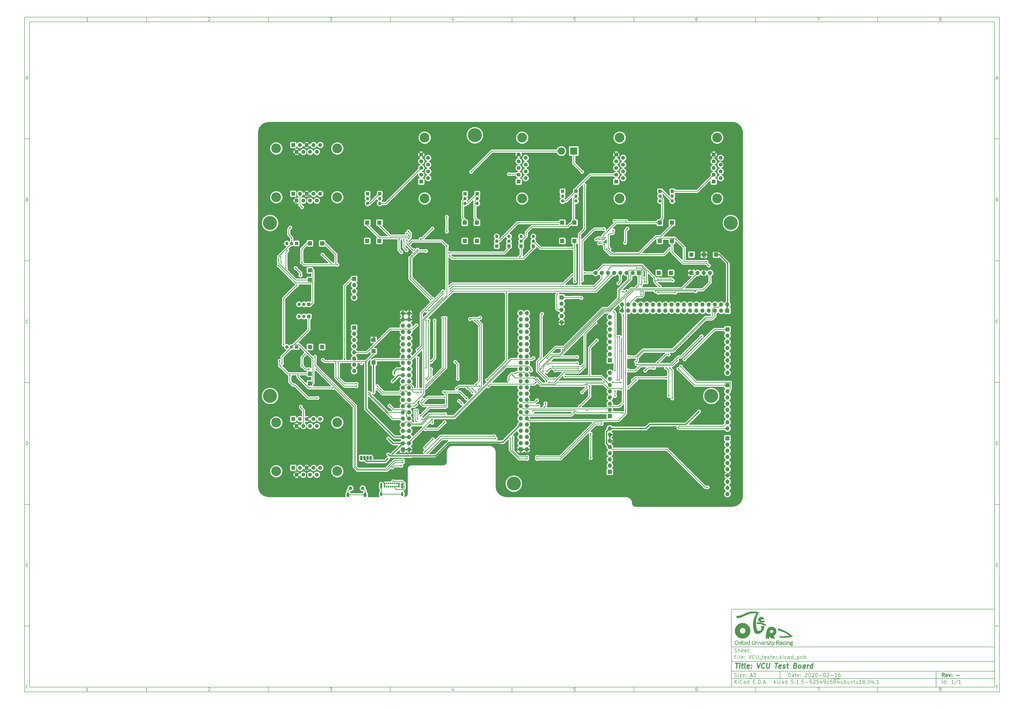
<source format=gbr>
G04 #@! TF.GenerationSoftware,KiCad,Pcbnew,5.1.5-52549c5~84~ubuntu18.04.1*
G04 #@! TF.CreationDate,2020-02-22T20:00:43+00:00*
G04 #@! TF.ProjectId,VCU_tester,5643555f-7465-4737-9465-722e6b696361,-*
G04 #@! TF.SameCoordinates,Original*
G04 #@! TF.FileFunction,Copper,L2,Bot*
G04 #@! TF.FilePolarity,Positive*
%FSLAX46Y46*%
G04 Gerber Fmt 4.6, Leading zero omitted, Abs format (unit mm)*
G04 Created by KiCad (PCBNEW 5.1.5-52549c5~84~ubuntu18.04.1) date 2020-02-22 20:00:43*
%MOMM*%
%LPD*%
G04 APERTURE LIST*
%ADD10C,0.100000*%
%ADD11C,0.150000*%
%ADD12C,0.300000*%
%ADD13C,0.400000*%
%ADD14C,0.010000*%
%ADD15R,1.350000X1.350000*%
%ADD16O,1.350000X1.350000*%
%ADD17O,1.700000X1.700000*%
%ADD18R,1.700000X1.700000*%
%ADD19C,5.700000*%
%ADD20O,0.900000X1.700000*%
%ADD21O,0.900000X2.400000*%
%ADD22C,0.700000*%
%ADD23R,1.600000X1.600000*%
%ADD24C,1.600000*%
%ADD25C,4.000000*%
%ADD26O,1.200000X1.900000*%
%ADD27C,1.450000*%
%ADD28C,3.000000*%
%ADD29R,3.000000X3.000000*%
%ADD30O,1.070000X1.800000*%
%ADD31R,1.070000X1.800000*%
%ADD32C,0.600000*%
%ADD33C,0.250000*%
%ADD34C,0.500000*%
%ADD35C,0.254000*%
G04 APERTURE END LIST*
D10*
D11*
X299989000Y-253002200D02*
X299989000Y-285002200D01*
X407989000Y-285002200D01*
X407989000Y-253002200D01*
X299989000Y-253002200D01*
D10*
D11*
X10000000Y-10000000D02*
X10000000Y-287002200D01*
X409989000Y-287002200D01*
X409989000Y-10000000D01*
X10000000Y-10000000D01*
D10*
D11*
X12000000Y-12000000D02*
X12000000Y-285002200D01*
X407989000Y-285002200D01*
X407989000Y-12000000D01*
X12000000Y-12000000D01*
D10*
D11*
X60000000Y-12000000D02*
X60000000Y-10000000D01*
D10*
D11*
X110000000Y-12000000D02*
X110000000Y-10000000D01*
D10*
D11*
X160000000Y-12000000D02*
X160000000Y-10000000D01*
D10*
D11*
X210000000Y-12000000D02*
X210000000Y-10000000D01*
D10*
D11*
X260000000Y-12000000D02*
X260000000Y-10000000D01*
D10*
D11*
X310000000Y-12000000D02*
X310000000Y-10000000D01*
D10*
D11*
X360000000Y-12000000D02*
X360000000Y-10000000D01*
D10*
D11*
X36065476Y-11588095D02*
X35322619Y-11588095D01*
X35694047Y-11588095D02*
X35694047Y-10288095D01*
X35570238Y-10473809D01*
X35446428Y-10597619D01*
X35322619Y-10659523D01*
D10*
D11*
X85322619Y-10411904D02*
X85384523Y-10350000D01*
X85508333Y-10288095D01*
X85817857Y-10288095D01*
X85941666Y-10350000D01*
X86003571Y-10411904D01*
X86065476Y-10535714D01*
X86065476Y-10659523D01*
X86003571Y-10845238D01*
X85260714Y-11588095D01*
X86065476Y-11588095D01*
D10*
D11*
X135260714Y-10288095D02*
X136065476Y-10288095D01*
X135632142Y-10783333D01*
X135817857Y-10783333D01*
X135941666Y-10845238D01*
X136003571Y-10907142D01*
X136065476Y-11030952D01*
X136065476Y-11340476D01*
X136003571Y-11464285D01*
X135941666Y-11526190D01*
X135817857Y-11588095D01*
X135446428Y-11588095D01*
X135322619Y-11526190D01*
X135260714Y-11464285D01*
D10*
D11*
X185941666Y-10721428D02*
X185941666Y-11588095D01*
X185632142Y-10226190D02*
X185322619Y-11154761D01*
X186127380Y-11154761D01*
D10*
D11*
X236003571Y-10288095D02*
X235384523Y-10288095D01*
X235322619Y-10907142D01*
X235384523Y-10845238D01*
X235508333Y-10783333D01*
X235817857Y-10783333D01*
X235941666Y-10845238D01*
X236003571Y-10907142D01*
X236065476Y-11030952D01*
X236065476Y-11340476D01*
X236003571Y-11464285D01*
X235941666Y-11526190D01*
X235817857Y-11588095D01*
X235508333Y-11588095D01*
X235384523Y-11526190D01*
X235322619Y-11464285D01*
D10*
D11*
X285941666Y-10288095D02*
X285694047Y-10288095D01*
X285570238Y-10350000D01*
X285508333Y-10411904D01*
X285384523Y-10597619D01*
X285322619Y-10845238D01*
X285322619Y-11340476D01*
X285384523Y-11464285D01*
X285446428Y-11526190D01*
X285570238Y-11588095D01*
X285817857Y-11588095D01*
X285941666Y-11526190D01*
X286003571Y-11464285D01*
X286065476Y-11340476D01*
X286065476Y-11030952D01*
X286003571Y-10907142D01*
X285941666Y-10845238D01*
X285817857Y-10783333D01*
X285570238Y-10783333D01*
X285446428Y-10845238D01*
X285384523Y-10907142D01*
X285322619Y-11030952D01*
D10*
D11*
X335260714Y-10288095D02*
X336127380Y-10288095D01*
X335570238Y-11588095D01*
D10*
D11*
X385570238Y-10845238D02*
X385446428Y-10783333D01*
X385384523Y-10721428D01*
X385322619Y-10597619D01*
X385322619Y-10535714D01*
X385384523Y-10411904D01*
X385446428Y-10350000D01*
X385570238Y-10288095D01*
X385817857Y-10288095D01*
X385941666Y-10350000D01*
X386003571Y-10411904D01*
X386065476Y-10535714D01*
X386065476Y-10597619D01*
X386003571Y-10721428D01*
X385941666Y-10783333D01*
X385817857Y-10845238D01*
X385570238Y-10845238D01*
X385446428Y-10907142D01*
X385384523Y-10969047D01*
X385322619Y-11092857D01*
X385322619Y-11340476D01*
X385384523Y-11464285D01*
X385446428Y-11526190D01*
X385570238Y-11588095D01*
X385817857Y-11588095D01*
X385941666Y-11526190D01*
X386003571Y-11464285D01*
X386065476Y-11340476D01*
X386065476Y-11092857D01*
X386003571Y-10969047D01*
X385941666Y-10907142D01*
X385817857Y-10845238D01*
D10*
D11*
X60000000Y-285002200D02*
X60000000Y-287002200D01*
D10*
D11*
X110000000Y-285002200D02*
X110000000Y-287002200D01*
D10*
D11*
X160000000Y-285002200D02*
X160000000Y-287002200D01*
D10*
D11*
X210000000Y-285002200D02*
X210000000Y-287002200D01*
D10*
D11*
X260000000Y-285002200D02*
X260000000Y-287002200D01*
D10*
D11*
X310000000Y-285002200D02*
X310000000Y-287002200D01*
D10*
D11*
X360000000Y-285002200D02*
X360000000Y-287002200D01*
D10*
D11*
X36065476Y-286590295D02*
X35322619Y-286590295D01*
X35694047Y-286590295D02*
X35694047Y-285290295D01*
X35570238Y-285476009D01*
X35446428Y-285599819D01*
X35322619Y-285661723D01*
D10*
D11*
X85322619Y-285414104D02*
X85384523Y-285352200D01*
X85508333Y-285290295D01*
X85817857Y-285290295D01*
X85941666Y-285352200D01*
X86003571Y-285414104D01*
X86065476Y-285537914D01*
X86065476Y-285661723D01*
X86003571Y-285847438D01*
X85260714Y-286590295D01*
X86065476Y-286590295D01*
D10*
D11*
X135260714Y-285290295D02*
X136065476Y-285290295D01*
X135632142Y-285785533D01*
X135817857Y-285785533D01*
X135941666Y-285847438D01*
X136003571Y-285909342D01*
X136065476Y-286033152D01*
X136065476Y-286342676D01*
X136003571Y-286466485D01*
X135941666Y-286528390D01*
X135817857Y-286590295D01*
X135446428Y-286590295D01*
X135322619Y-286528390D01*
X135260714Y-286466485D01*
D10*
D11*
X185941666Y-285723628D02*
X185941666Y-286590295D01*
X185632142Y-285228390D02*
X185322619Y-286156961D01*
X186127380Y-286156961D01*
D10*
D11*
X236003571Y-285290295D02*
X235384523Y-285290295D01*
X235322619Y-285909342D01*
X235384523Y-285847438D01*
X235508333Y-285785533D01*
X235817857Y-285785533D01*
X235941666Y-285847438D01*
X236003571Y-285909342D01*
X236065476Y-286033152D01*
X236065476Y-286342676D01*
X236003571Y-286466485D01*
X235941666Y-286528390D01*
X235817857Y-286590295D01*
X235508333Y-286590295D01*
X235384523Y-286528390D01*
X235322619Y-286466485D01*
D10*
D11*
X285941666Y-285290295D02*
X285694047Y-285290295D01*
X285570238Y-285352200D01*
X285508333Y-285414104D01*
X285384523Y-285599819D01*
X285322619Y-285847438D01*
X285322619Y-286342676D01*
X285384523Y-286466485D01*
X285446428Y-286528390D01*
X285570238Y-286590295D01*
X285817857Y-286590295D01*
X285941666Y-286528390D01*
X286003571Y-286466485D01*
X286065476Y-286342676D01*
X286065476Y-286033152D01*
X286003571Y-285909342D01*
X285941666Y-285847438D01*
X285817857Y-285785533D01*
X285570238Y-285785533D01*
X285446428Y-285847438D01*
X285384523Y-285909342D01*
X285322619Y-286033152D01*
D10*
D11*
X335260714Y-285290295D02*
X336127380Y-285290295D01*
X335570238Y-286590295D01*
D10*
D11*
X385570238Y-285847438D02*
X385446428Y-285785533D01*
X385384523Y-285723628D01*
X385322619Y-285599819D01*
X385322619Y-285537914D01*
X385384523Y-285414104D01*
X385446428Y-285352200D01*
X385570238Y-285290295D01*
X385817857Y-285290295D01*
X385941666Y-285352200D01*
X386003571Y-285414104D01*
X386065476Y-285537914D01*
X386065476Y-285599819D01*
X386003571Y-285723628D01*
X385941666Y-285785533D01*
X385817857Y-285847438D01*
X385570238Y-285847438D01*
X385446428Y-285909342D01*
X385384523Y-285971247D01*
X385322619Y-286095057D01*
X385322619Y-286342676D01*
X385384523Y-286466485D01*
X385446428Y-286528390D01*
X385570238Y-286590295D01*
X385817857Y-286590295D01*
X385941666Y-286528390D01*
X386003571Y-286466485D01*
X386065476Y-286342676D01*
X386065476Y-286095057D01*
X386003571Y-285971247D01*
X385941666Y-285909342D01*
X385817857Y-285847438D01*
D10*
D11*
X10000000Y-60000000D02*
X12000000Y-60000000D01*
D10*
D11*
X10000000Y-110000000D02*
X12000000Y-110000000D01*
D10*
D11*
X10000000Y-160000000D02*
X12000000Y-160000000D01*
D10*
D11*
X10000000Y-210000000D02*
X12000000Y-210000000D01*
D10*
D11*
X10000000Y-260000000D02*
X12000000Y-260000000D01*
D10*
D11*
X10690476Y-35216666D02*
X11309523Y-35216666D01*
X10566666Y-35588095D02*
X11000000Y-34288095D01*
X11433333Y-35588095D01*
D10*
D11*
X11092857Y-84907142D02*
X11278571Y-84969047D01*
X11340476Y-85030952D01*
X11402380Y-85154761D01*
X11402380Y-85340476D01*
X11340476Y-85464285D01*
X11278571Y-85526190D01*
X11154761Y-85588095D01*
X10659523Y-85588095D01*
X10659523Y-84288095D01*
X11092857Y-84288095D01*
X11216666Y-84350000D01*
X11278571Y-84411904D01*
X11340476Y-84535714D01*
X11340476Y-84659523D01*
X11278571Y-84783333D01*
X11216666Y-84845238D01*
X11092857Y-84907142D01*
X10659523Y-84907142D01*
D10*
D11*
X11402380Y-135464285D02*
X11340476Y-135526190D01*
X11154761Y-135588095D01*
X11030952Y-135588095D01*
X10845238Y-135526190D01*
X10721428Y-135402380D01*
X10659523Y-135278571D01*
X10597619Y-135030952D01*
X10597619Y-134845238D01*
X10659523Y-134597619D01*
X10721428Y-134473809D01*
X10845238Y-134350000D01*
X11030952Y-134288095D01*
X11154761Y-134288095D01*
X11340476Y-134350000D01*
X11402380Y-134411904D01*
D10*
D11*
X10659523Y-185588095D02*
X10659523Y-184288095D01*
X10969047Y-184288095D01*
X11154761Y-184350000D01*
X11278571Y-184473809D01*
X11340476Y-184597619D01*
X11402380Y-184845238D01*
X11402380Y-185030952D01*
X11340476Y-185278571D01*
X11278571Y-185402380D01*
X11154761Y-185526190D01*
X10969047Y-185588095D01*
X10659523Y-185588095D01*
D10*
D11*
X10721428Y-234907142D02*
X11154761Y-234907142D01*
X11340476Y-235588095D02*
X10721428Y-235588095D01*
X10721428Y-234288095D01*
X11340476Y-234288095D01*
D10*
D11*
X11185714Y-284907142D02*
X10752380Y-284907142D01*
X10752380Y-285588095D02*
X10752380Y-284288095D01*
X11371428Y-284288095D01*
D10*
D11*
X409989000Y-60000000D02*
X407989000Y-60000000D01*
D10*
D11*
X409989000Y-110000000D02*
X407989000Y-110000000D01*
D10*
D11*
X409989000Y-160000000D02*
X407989000Y-160000000D01*
D10*
D11*
X409989000Y-210000000D02*
X407989000Y-210000000D01*
D10*
D11*
X409989000Y-260000000D02*
X407989000Y-260000000D01*
D10*
D11*
X408679476Y-35216666D02*
X409298523Y-35216666D01*
X408555666Y-35588095D02*
X408989000Y-34288095D01*
X409422333Y-35588095D01*
D10*
D11*
X409081857Y-84907142D02*
X409267571Y-84969047D01*
X409329476Y-85030952D01*
X409391380Y-85154761D01*
X409391380Y-85340476D01*
X409329476Y-85464285D01*
X409267571Y-85526190D01*
X409143761Y-85588095D01*
X408648523Y-85588095D01*
X408648523Y-84288095D01*
X409081857Y-84288095D01*
X409205666Y-84350000D01*
X409267571Y-84411904D01*
X409329476Y-84535714D01*
X409329476Y-84659523D01*
X409267571Y-84783333D01*
X409205666Y-84845238D01*
X409081857Y-84907142D01*
X408648523Y-84907142D01*
D10*
D11*
X409391380Y-135464285D02*
X409329476Y-135526190D01*
X409143761Y-135588095D01*
X409019952Y-135588095D01*
X408834238Y-135526190D01*
X408710428Y-135402380D01*
X408648523Y-135278571D01*
X408586619Y-135030952D01*
X408586619Y-134845238D01*
X408648523Y-134597619D01*
X408710428Y-134473809D01*
X408834238Y-134350000D01*
X409019952Y-134288095D01*
X409143761Y-134288095D01*
X409329476Y-134350000D01*
X409391380Y-134411904D01*
D10*
D11*
X408648523Y-185588095D02*
X408648523Y-184288095D01*
X408958047Y-184288095D01*
X409143761Y-184350000D01*
X409267571Y-184473809D01*
X409329476Y-184597619D01*
X409391380Y-184845238D01*
X409391380Y-185030952D01*
X409329476Y-185278571D01*
X409267571Y-185402380D01*
X409143761Y-185526190D01*
X408958047Y-185588095D01*
X408648523Y-185588095D01*
D10*
D11*
X408710428Y-234907142D02*
X409143761Y-234907142D01*
X409329476Y-235588095D02*
X408710428Y-235588095D01*
X408710428Y-234288095D01*
X409329476Y-234288095D01*
D10*
D11*
X409174714Y-284907142D02*
X408741380Y-284907142D01*
X408741380Y-285588095D02*
X408741380Y-284288095D01*
X409360428Y-284288095D01*
D10*
D11*
X323421142Y-280780771D02*
X323421142Y-279280771D01*
X323778285Y-279280771D01*
X323992571Y-279352200D01*
X324135428Y-279495057D01*
X324206857Y-279637914D01*
X324278285Y-279923628D01*
X324278285Y-280137914D01*
X324206857Y-280423628D01*
X324135428Y-280566485D01*
X323992571Y-280709342D01*
X323778285Y-280780771D01*
X323421142Y-280780771D01*
X325564000Y-280780771D02*
X325564000Y-279995057D01*
X325492571Y-279852200D01*
X325349714Y-279780771D01*
X325064000Y-279780771D01*
X324921142Y-279852200D01*
X325564000Y-280709342D02*
X325421142Y-280780771D01*
X325064000Y-280780771D01*
X324921142Y-280709342D01*
X324849714Y-280566485D01*
X324849714Y-280423628D01*
X324921142Y-280280771D01*
X325064000Y-280209342D01*
X325421142Y-280209342D01*
X325564000Y-280137914D01*
X326064000Y-279780771D02*
X326635428Y-279780771D01*
X326278285Y-279280771D02*
X326278285Y-280566485D01*
X326349714Y-280709342D01*
X326492571Y-280780771D01*
X326635428Y-280780771D01*
X327706857Y-280709342D02*
X327564000Y-280780771D01*
X327278285Y-280780771D01*
X327135428Y-280709342D01*
X327064000Y-280566485D01*
X327064000Y-279995057D01*
X327135428Y-279852200D01*
X327278285Y-279780771D01*
X327564000Y-279780771D01*
X327706857Y-279852200D01*
X327778285Y-279995057D01*
X327778285Y-280137914D01*
X327064000Y-280280771D01*
X328421142Y-280637914D02*
X328492571Y-280709342D01*
X328421142Y-280780771D01*
X328349714Y-280709342D01*
X328421142Y-280637914D01*
X328421142Y-280780771D01*
X328421142Y-279852200D02*
X328492571Y-279923628D01*
X328421142Y-279995057D01*
X328349714Y-279923628D01*
X328421142Y-279852200D01*
X328421142Y-279995057D01*
X330206857Y-279423628D02*
X330278285Y-279352200D01*
X330421142Y-279280771D01*
X330778285Y-279280771D01*
X330921142Y-279352200D01*
X330992571Y-279423628D01*
X331064000Y-279566485D01*
X331064000Y-279709342D01*
X330992571Y-279923628D01*
X330135428Y-280780771D01*
X331064000Y-280780771D01*
X331992571Y-279280771D02*
X332135428Y-279280771D01*
X332278285Y-279352200D01*
X332349714Y-279423628D01*
X332421142Y-279566485D01*
X332492571Y-279852200D01*
X332492571Y-280209342D01*
X332421142Y-280495057D01*
X332349714Y-280637914D01*
X332278285Y-280709342D01*
X332135428Y-280780771D01*
X331992571Y-280780771D01*
X331849714Y-280709342D01*
X331778285Y-280637914D01*
X331706857Y-280495057D01*
X331635428Y-280209342D01*
X331635428Y-279852200D01*
X331706857Y-279566485D01*
X331778285Y-279423628D01*
X331849714Y-279352200D01*
X331992571Y-279280771D01*
X333064000Y-279423628D02*
X333135428Y-279352200D01*
X333278285Y-279280771D01*
X333635428Y-279280771D01*
X333778285Y-279352200D01*
X333849714Y-279423628D01*
X333921142Y-279566485D01*
X333921142Y-279709342D01*
X333849714Y-279923628D01*
X332992571Y-280780771D01*
X333921142Y-280780771D01*
X334849714Y-279280771D02*
X334992571Y-279280771D01*
X335135428Y-279352200D01*
X335206857Y-279423628D01*
X335278285Y-279566485D01*
X335349714Y-279852200D01*
X335349714Y-280209342D01*
X335278285Y-280495057D01*
X335206857Y-280637914D01*
X335135428Y-280709342D01*
X334992571Y-280780771D01*
X334849714Y-280780771D01*
X334706857Y-280709342D01*
X334635428Y-280637914D01*
X334564000Y-280495057D01*
X334492571Y-280209342D01*
X334492571Y-279852200D01*
X334564000Y-279566485D01*
X334635428Y-279423628D01*
X334706857Y-279352200D01*
X334849714Y-279280771D01*
X335992571Y-280209342D02*
X337135428Y-280209342D01*
X338135428Y-279280771D02*
X338278285Y-279280771D01*
X338421142Y-279352200D01*
X338492571Y-279423628D01*
X338564000Y-279566485D01*
X338635428Y-279852200D01*
X338635428Y-280209342D01*
X338564000Y-280495057D01*
X338492571Y-280637914D01*
X338421142Y-280709342D01*
X338278285Y-280780771D01*
X338135428Y-280780771D01*
X337992571Y-280709342D01*
X337921142Y-280637914D01*
X337849714Y-280495057D01*
X337778285Y-280209342D01*
X337778285Y-279852200D01*
X337849714Y-279566485D01*
X337921142Y-279423628D01*
X337992571Y-279352200D01*
X338135428Y-279280771D01*
X339206857Y-279423628D02*
X339278285Y-279352200D01*
X339421142Y-279280771D01*
X339778285Y-279280771D01*
X339921142Y-279352200D01*
X339992571Y-279423628D01*
X340064000Y-279566485D01*
X340064000Y-279709342D01*
X339992571Y-279923628D01*
X339135428Y-280780771D01*
X340064000Y-280780771D01*
X340706857Y-280209342D02*
X341849714Y-280209342D01*
X343349714Y-280780771D02*
X342492571Y-280780771D01*
X342921142Y-280780771D02*
X342921142Y-279280771D01*
X342778285Y-279495057D01*
X342635428Y-279637914D01*
X342492571Y-279709342D01*
X344635428Y-279280771D02*
X344349714Y-279280771D01*
X344206857Y-279352200D01*
X344135428Y-279423628D01*
X343992571Y-279637914D01*
X343921142Y-279923628D01*
X343921142Y-280495057D01*
X343992571Y-280637914D01*
X344064000Y-280709342D01*
X344206857Y-280780771D01*
X344492571Y-280780771D01*
X344635428Y-280709342D01*
X344706857Y-280637914D01*
X344778285Y-280495057D01*
X344778285Y-280137914D01*
X344706857Y-279995057D01*
X344635428Y-279923628D01*
X344492571Y-279852200D01*
X344206857Y-279852200D01*
X344064000Y-279923628D01*
X343992571Y-279995057D01*
X343921142Y-280137914D01*
D10*
D11*
X299989000Y-281502200D02*
X407989000Y-281502200D01*
D10*
D11*
X301421142Y-283580771D02*
X301421142Y-282080771D01*
X302278285Y-283580771D02*
X301635428Y-282723628D01*
X302278285Y-282080771D02*
X301421142Y-282937914D01*
X302921142Y-283580771D02*
X302921142Y-282580771D01*
X302921142Y-282080771D02*
X302849714Y-282152200D01*
X302921142Y-282223628D01*
X302992571Y-282152200D01*
X302921142Y-282080771D01*
X302921142Y-282223628D01*
X304492571Y-283437914D02*
X304421142Y-283509342D01*
X304206857Y-283580771D01*
X304064000Y-283580771D01*
X303849714Y-283509342D01*
X303706857Y-283366485D01*
X303635428Y-283223628D01*
X303564000Y-282937914D01*
X303564000Y-282723628D01*
X303635428Y-282437914D01*
X303706857Y-282295057D01*
X303849714Y-282152200D01*
X304064000Y-282080771D01*
X304206857Y-282080771D01*
X304421142Y-282152200D01*
X304492571Y-282223628D01*
X305778285Y-283580771D02*
X305778285Y-282795057D01*
X305706857Y-282652200D01*
X305564000Y-282580771D01*
X305278285Y-282580771D01*
X305135428Y-282652200D01*
X305778285Y-283509342D02*
X305635428Y-283580771D01*
X305278285Y-283580771D01*
X305135428Y-283509342D01*
X305064000Y-283366485D01*
X305064000Y-283223628D01*
X305135428Y-283080771D01*
X305278285Y-283009342D01*
X305635428Y-283009342D01*
X305778285Y-282937914D01*
X307135428Y-283580771D02*
X307135428Y-282080771D01*
X307135428Y-283509342D02*
X306992571Y-283580771D01*
X306706857Y-283580771D01*
X306564000Y-283509342D01*
X306492571Y-283437914D01*
X306421142Y-283295057D01*
X306421142Y-282866485D01*
X306492571Y-282723628D01*
X306564000Y-282652200D01*
X306706857Y-282580771D01*
X306992571Y-282580771D01*
X307135428Y-282652200D01*
X308992571Y-282795057D02*
X309492571Y-282795057D01*
X309706857Y-283580771D02*
X308992571Y-283580771D01*
X308992571Y-282080771D01*
X309706857Y-282080771D01*
X310349714Y-283437914D02*
X310421142Y-283509342D01*
X310349714Y-283580771D01*
X310278285Y-283509342D01*
X310349714Y-283437914D01*
X310349714Y-283580771D01*
X311064000Y-283580771D02*
X311064000Y-282080771D01*
X311421142Y-282080771D01*
X311635428Y-282152200D01*
X311778285Y-282295057D01*
X311849714Y-282437914D01*
X311921142Y-282723628D01*
X311921142Y-282937914D01*
X311849714Y-283223628D01*
X311778285Y-283366485D01*
X311635428Y-283509342D01*
X311421142Y-283580771D01*
X311064000Y-283580771D01*
X312564000Y-283437914D02*
X312635428Y-283509342D01*
X312564000Y-283580771D01*
X312492571Y-283509342D01*
X312564000Y-283437914D01*
X312564000Y-283580771D01*
X313206857Y-283152200D02*
X313921142Y-283152200D01*
X313064000Y-283580771D02*
X313564000Y-282080771D01*
X314064000Y-283580771D01*
X314564000Y-283437914D02*
X314635428Y-283509342D01*
X314564000Y-283580771D01*
X314492571Y-283509342D01*
X314564000Y-283437914D01*
X314564000Y-283580771D01*
X317564000Y-283580771D02*
X317564000Y-282080771D01*
X317706857Y-283009342D02*
X318135428Y-283580771D01*
X318135428Y-282580771D02*
X317564000Y-283152200D01*
X318778285Y-283580771D02*
X318778285Y-282580771D01*
X318778285Y-282080771D02*
X318706857Y-282152200D01*
X318778285Y-282223628D01*
X318849714Y-282152200D01*
X318778285Y-282080771D01*
X318778285Y-282223628D01*
X320135428Y-283509342D02*
X319992571Y-283580771D01*
X319706857Y-283580771D01*
X319564000Y-283509342D01*
X319492571Y-283437914D01*
X319421142Y-283295057D01*
X319421142Y-282866485D01*
X319492571Y-282723628D01*
X319564000Y-282652200D01*
X319706857Y-282580771D01*
X319992571Y-282580771D01*
X320135428Y-282652200D01*
X321421142Y-283580771D02*
X321421142Y-282795057D01*
X321349714Y-282652200D01*
X321206857Y-282580771D01*
X320921142Y-282580771D01*
X320778285Y-282652200D01*
X321421142Y-283509342D02*
X321278285Y-283580771D01*
X320921142Y-283580771D01*
X320778285Y-283509342D01*
X320706857Y-283366485D01*
X320706857Y-283223628D01*
X320778285Y-283080771D01*
X320921142Y-283009342D01*
X321278285Y-283009342D01*
X321421142Y-282937914D01*
X322778285Y-283580771D02*
X322778285Y-282080771D01*
X322778285Y-283509342D02*
X322635428Y-283580771D01*
X322349714Y-283580771D01*
X322206857Y-283509342D01*
X322135428Y-283437914D01*
X322064000Y-283295057D01*
X322064000Y-282866485D01*
X322135428Y-282723628D01*
X322206857Y-282652200D01*
X322349714Y-282580771D01*
X322635428Y-282580771D01*
X322778285Y-282652200D01*
X325349714Y-282080771D02*
X324635428Y-282080771D01*
X324564000Y-282795057D01*
X324635428Y-282723628D01*
X324778285Y-282652200D01*
X325135428Y-282652200D01*
X325278285Y-282723628D01*
X325349714Y-282795057D01*
X325421142Y-282937914D01*
X325421142Y-283295057D01*
X325349714Y-283437914D01*
X325278285Y-283509342D01*
X325135428Y-283580771D01*
X324778285Y-283580771D01*
X324635428Y-283509342D01*
X324564000Y-283437914D01*
X326064000Y-283437914D02*
X326135428Y-283509342D01*
X326064000Y-283580771D01*
X325992571Y-283509342D01*
X326064000Y-283437914D01*
X326064000Y-283580771D01*
X327564000Y-283580771D02*
X326706857Y-283580771D01*
X327135428Y-283580771D02*
X327135428Y-282080771D01*
X326992571Y-282295057D01*
X326849714Y-282437914D01*
X326706857Y-282509342D01*
X328206857Y-283437914D02*
X328278285Y-283509342D01*
X328206857Y-283580771D01*
X328135428Y-283509342D01*
X328206857Y-283437914D01*
X328206857Y-283580771D01*
X329635428Y-282080771D02*
X328921142Y-282080771D01*
X328849714Y-282795057D01*
X328921142Y-282723628D01*
X329064000Y-282652200D01*
X329421142Y-282652200D01*
X329564000Y-282723628D01*
X329635428Y-282795057D01*
X329706857Y-282937914D01*
X329706857Y-283295057D01*
X329635428Y-283437914D01*
X329564000Y-283509342D01*
X329421142Y-283580771D01*
X329064000Y-283580771D01*
X328921142Y-283509342D01*
X328849714Y-283437914D01*
X330349714Y-283009342D02*
X331492571Y-283009342D01*
X332921142Y-282080771D02*
X332206857Y-282080771D01*
X332135428Y-282795057D01*
X332206857Y-282723628D01*
X332349714Y-282652200D01*
X332706857Y-282652200D01*
X332849714Y-282723628D01*
X332921142Y-282795057D01*
X332992571Y-282937914D01*
X332992571Y-283295057D01*
X332921142Y-283437914D01*
X332849714Y-283509342D01*
X332706857Y-283580771D01*
X332349714Y-283580771D01*
X332206857Y-283509342D01*
X332135428Y-283437914D01*
X333564000Y-282223628D02*
X333635428Y-282152200D01*
X333778285Y-282080771D01*
X334135428Y-282080771D01*
X334278285Y-282152200D01*
X334349714Y-282223628D01*
X334421142Y-282366485D01*
X334421142Y-282509342D01*
X334349714Y-282723628D01*
X333492571Y-283580771D01*
X334421142Y-283580771D01*
X335778285Y-282080771D02*
X335064000Y-282080771D01*
X334992571Y-282795057D01*
X335064000Y-282723628D01*
X335206857Y-282652200D01*
X335564000Y-282652200D01*
X335706857Y-282723628D01*
X335778285Y-282795057D01*
X335849714Y-282937914D01*
X335849714Y-283295057D01*
X335778285Y-283437914D01*
X335706857Y-283509342D01*
X335564000Y-283580771D01*
X335206857Y-283580771D01*
X335064000Y-283509342D01*
X334992571Y-283437914D01*
X337135428Y-282580771D02*
X337135428Y-283580771D01*
X336778285Y-282009342D02*
X336421142Y-283080771D01*
X337349714Y-283080771D01*
X337992571Y-283580771D02*
X338278285Y-283580771D01*
X338421142Y-283509342D01*
X338492571Y-283437914D01*
X338635428Y-283223628D01*
X338706857Y-282937914D01*
X338706857Y-282366485D01*
X338635428Y-282223628D01*
X338564000Y-282152200D01*
X338421142Y-282080771D01*
X338135428Y-282080771D01*
X337992571Y-282152200D01*
X337921142Y-282223628D01*
X337849714Y-282366485D01*
X337849714Y-282723628D01*
X337921142Y-282866485D01*
X337992571Y-282937914D01*
X338135428Y-283009342D01*
X338421142Y-283009342D01*
X338564000Y-282937914D01*
X338635428Y-282866485D01*
X338706857Y-282723628D01*
X339992571Y-283509342D02*
X339849714Y-283580771D01*
X339564000Y-283580771D01*
X339421142Y-283509342D01*
X339349714Y-283437914D01*
X339278285Y-283295057D01*
X339278285Y-282866485D01*
X339349714Y-282723628D01*
X339421142Y-282652200D01*
X339564000Y-282580771D01*
X339849714Y-282580771D01*
X339992571Y-282652200D01*
X341349714Y-282080771D02*
X340635428Y-282080771D01*
X340564000Y-282795057D01*
X340635428Y-282723628D01*
X340778285Y-282652200D01*
X341135428Y-282652200D01*
X341278285Y-282723628D01*
X341349714Y-282795057D01*
X341421142Y-282937914D01*
X341421142Y-283295057D01*
X341349714Y-283437914D01*
X341278285Y-283509342D01*
X341135428Y-283580771D01*
X340778285Y-283580771D01*
X340635428Y-283509342D01*
X340564000Y-283437914D01*
X341706857Y-281672200D02*
X343135428Y-281672200D01*
X342278285Y-282723628D02*
X342135428Y-282652200D01*
X342064000Y-282580771D01*
X341992571Y-282437914D01*
X341992571Y-282366485D01*
X342064000Y-282223628D01*
X342135428Y-282152200D01*
X342278285Y-282080771D01*
X342564000Y-282080771D01*
X342706857Y-282152200D01*
X342778285Y-282223628D01*
X342849714Y-282366485D01*
X342849714Y-282437914D01*
X342778285Y-282580771D01*
X342706857Y-282652200D01*
X342564000Y-282723628D01*
X342278285Y-282723628D01*
X342135428Y-282795057D01*
X342064000Y-282866485D01*
X341992571Y-283009342D01*
X341992571Y-283295057D01*
X342064000Y-283437914D01*
X342135428Y-283509342D01*
X342278285Y-283580771D01*
X342564000Y-283580771D01*
X342706857Y-283509342D01*
X342778285Y-283437914D01*
X342849714Y-283295057D01*
X342849714Y-283009342D01*
X342778285Y-282866485D01*
X342706857Y-282795057D01*
X342564000Y-282723628D01*
X343135428Y-281672200D02*
X344564000Y-281672200D01*
X344135428Y-282580771D02*
X344135428Y-283580771D01*
X343778285Y-282009342D02*
X343421142Y-283080771D01*
X344349714Y-283080771D01*
X345564000Y-282580771D02*
X345564000Y-283580771D01*
X344921142Y-282580771D02*
X344921142Y-283366485D01*
X344992571Y-283509342D01*
X345135428Y-283580771D01*
X345349714Y-283580771D01*
X345492571Y-283509342D01*
X345564000Y-283437914D01*
X346278285Y-283580771D02*
X346278285Y-282080771D01*
X346278285Y-282652200D02*
X346421142Y-282580771D01*
X346706857Y-282580771D01*
X346849714Y-282652200D01*
X346921142Y-282723628D01*
X346992571Y-282866485D01*
X346992571Y-283295057D01*
X346921142Y-283437914D01*
X346849714Y-283509342D01*
X346706857Y-283580771D01*
X346421142Y-283580771D01*
X346278285Y-283509342D01*
X348278285Y-282580771D02*
X348278285Y-283580771D01*
X347635428Y-282580771D02*
X347635428Y-283366485D01*
X347706857Y-283509342D01*
X347849714Y-283580771D01*
X348064000Y-283580771D01*
X348206857Y-283509342D01*
X348278285Y-283437914D01*
X348992571Y-282580771D02*
X348992571Y-283580771D01*
X348992571Y-282723628D02*
X349064000Y-282652200D01*
X349206857Y-282580771D01*
X349421142Y-282580771D01*
X349564000Y-282652200D01*
X349635428Y-282795057D01*
X349635428Y-283580771D01*
X350135428Y-282580771D02*
X350706857Y-282580771D01*
X350349714Y-282080771D02*
X350349714Y-283366485D01*
X350421142Y-283509342D01*
X350564000Y-283580771D01*
X350706857Y-283580771D01*
X351849714Y-282580771D02*
X351849714Y-283580771D01*
X351206857Y-282580771D02*
X351206857Y-283366485D01*
X351278285Y-283509342D01*
X351421142Y-283580771D01*
X351635428Y-283580771D01*
X351778285Y-283509342D01*
X351849714Y-283437914D01*
X353349714Y-283580771D02*
X352492571Y-283580771D01*
X352921142Y-283580771D02*
X352921142Y-282080771D01*
X352778285Y-282295057D01*
X352635428Y-282437914D01*
X352492571Y-282509342D01*
X354206857Y-282723628D02*
X354064000Y-282652200D01*
X353992571Y-282580771D01*
X353921142Y-282437914D01*
X353921142Y-282366485D01*
X353992571Y-282223628D01*
X354064000Y-282152200D01*
X354206857Y-282080771D01*
X354492571Y-282080771D01*
X354635428Y-282152200D01*
X354706857Y-282223628D01*
X354778285Y-282366485D01*
X354778285Y-282437914D01*
X354706857Y-282580771D01*
X354635428Y-282652200D01*
X354492571Y-282723628D01*
X354206857Y-282723628D01*
X354064000Y-282795057D01*
X353992571Y-282866485D01*
X353921142Y-283009342D01*
X353921142Y-283295057D01*
X353992571Y-283437914D01*
X354064000Y-283509342D01*
X354206857Y-283580771D01*
X354492571Y-283580771D01*
X354635428Y-283509342D01*
X354706857Y-283437914D01*
X354778285Y-283295057D01*
X354778285Y-283009342D01*
X354706857Y-282866485D01*
X354635428Y-282795057D01*
X354492571Y-282723628D01*
X355421142Y-283437914D02*
X355492571Y-283509342D01*
X355421142Y-283580771D01*
X355349714Y-283509342D01*
X355421142Y-283437914D01*
X355421142Y-283580771D01*
X356421142Y-282080771D02*
X356564000Y-282080771D01*
X356706857Y-282152200D01*
X356778285Y-282223628D01*
X356849714Y-282366485D01*
X356921142Y-282652200D01*
X356921142Y-283009342D01*
X356849714Y-283295057D01*
X356778285Y-283437914D01*
X356706857Y-283509342D01*
X356564000Y-283580771D01*
X356421142Y-283580771D01*
X356278285Y-283509342D01*
X356206857Y-283437914D01*
X356135428Y-283295057D01*
X356064000Y-283009342D01*
X356064000Y-282652200D01*
X356135428Y-282366485D01*
X356206857Y-282223628D01*
X356278285Y-282152200D01*
X356421142Y-282080771D01*
X358206857Y-282580771D02*
X358206857Y-283580771D01*
X357849714Y-282009342D02*
X357492571Y-283080771D01*
X358421142Y-283080771D01*
X358992571Y-283437914D02*
X359064000Y-283509342D01*
X358992571Y-283580771D01*
X358921142Y-283509342D01*
X358992571Y-283437914D01*
X358992571Y-283580771D01*
X360492571Y-283580771D02*
X359635428Y-283580771D01*
X360064000Y-283580771D02*
X360064000Y-282080771D01*
X359921142Y-282295057D01*
X359778285Y-282437914D01*
X359635428Y-282509342D01*
D10*
D11*
X299989000Y-278502200D02*
X407989000Y-278502200D01*
D10*
D12*
X387398285Y-280780771D02*
X386898285Y-280066485D01*
X386541142Y-280780771D02*
X386541142Y-279280771D01*
X387112571Y-279280771D01*
X387255428Y-279352200D01*
X387326857Y-279423628D01*
X387398285Y-279566485D01*
X387398285Y-279780771D01*
X387326857Y-279923628D01*
X387255428Y-279995057D01*
X387112571Y-280066485D01*
X386541142Y-280066485D01*
X388612571Y-280709342D02*
X388469714Y-280780771D01*
X388184000Y-280780771D01*
X388041142Y-280709342D01*
X387969714Y-280566485D01*
X387969714Y-279995057D01*
X388041142Y-279852200D01*
X388184000Y-279780771D01*
X388469714Y-279780771D01*
X388612571Y-279852200D01*
X388684000Y-279995057D01*
X388684000Y-280137914D01*
X387969714Y-280280771D01*
X389184000Y-279780771D02*
X389541142Y-280780771D01*
X389898285Y-279780771D01*
X390469714Y-280637914D02*
X390541142Y-280709342D01*
X390469714Y-280780771D01*
X390398285Y-280709342D01*
X390469714Y-280637914D01*
X390469714Y-280780771D01*
X390469714Y-279852200D02*
X390541142Y-279923628D01*
X390469714Y-279995057D01*
X390398285Y-279923628D01*
X390469714Y-279852200D01*
X390469714Y-279995057D01*
X392326857Y-280209342D02*
X393469714Y-280209342D01*
D10*
D11*
X301349714Y-280709342D02*
X301564000Y-280780771D01*
X301921142Y-280780771D01*
X302064000Y-280709342D01*
X302135428Y-280637914D01*
X302206857Y-280495057D01*
X302206857Y-280352200D01*
X302135428Y-280209342D01*
X302064000Y-280137914D01*
X301921142Y-280066485D01*
X301635428Y-279995057D01*
X301492571Y-279923628D01*
X301421142Y-279852200D01*
X301349714Y-279709342D01*
X301349714Y-279566485D01*
X301421142Y-279423628D01*
X301492571Y-279352200D01*
X301635428Y-279280771D01*
X301992571Y-279280771D01*
X302206857Y-279352200D01*
X302849714Y-280780771D02*
X302849714Y-279780771D01*
X302849714Y-279280771D02*
X302778285Y-279352200D01*
X302849714Y-279423628D01*
X302921142Y-279352200D01*
X302849714Y-279280771D01*
X302849714Y-279423628D01*
X303421142Y-279780771D02*
X304206857Y-279780771D01*
X303421142Y-280780771D01*
X304206857Y-280780771D01*
X305349714Y-280709342D02*
X305206857Y-280780771D01*
X304921142Y-280780771D01*
X304778285Y-280709342D01*
X304706857Y-280566485D01*
X304706857Y-279995057D01*
X304778285Y-279852200D01*
X304921142Y-279780771D01*
X305206857Y-279780771D01*
X305349714Y-279852200D01*
X305421142Y-279995057D01*
X305421142Y-280137914D01*
X304706857Y-280280771D01*
X306064000Y-280637914D02*
X306135428Y-280709342D01*
X306064000Y-280780771D01*
X305992571Y-280709342D01*
X306064000Y-280637914D01*
X306064000Y-280780771D01*
X306064000Y-279852200D02*
X306135428Y-279923628D01*
X306064000Y-279995057D01*
X305992571Y-279923628D01*
X306064000Y-279852200D01*
X306064000Y-279995057D01*
X307849714Y-280352200D02*
X308564000Y-280352200D01*
X307706857Y-280780771D02*
X308206857Y-279280771D01*
X308706857Y-280780771D01*
X309064000Y-279280771D02*
X309992571Y-279280771D01*
X309492571Y-279852200D01*
X309706857Y-279852200D01*
X309849714Y-279923628D01*
X309921142Y-279995057D01*
X309992571Y-280137914D01*
X309992571Y-280495057D01*
X309921142Y-280637914D01*
X309849714Y-280709342D01*
X309706857Y-280780771D01*
X309278285Y-280780771D01*
X309135428Y-280709342D01*
X309064000Y-280637914D01*
D10*
D11*
X386421142Y-283580771D02*
X386421142Y-282080771D01*
X387778285Y-283580771D02*
X387778285Y-282080771D01*
X387778285Y-283509342D02*
X387635428Y-283580771D01*
X387349714Y-283580771D01*
X387206857Y-283509342D01*
X387135428Y-283437914D01*
X387064000Y-283295057D01*
X387064000Y-282866485D01*
X387135428Y-282723628D01*
X387206857Y-282652200D01*
X387349714Y-282580771D01*
X387635428Y-282580771D01*
X387778285Y-282652200D01*
X388492571Y-283437914D02*
X388564000Y-283509342D01*
X388492571Y-283580771D01*
X388421142Y-283509342D01*
X388492571Y-283437914D01*
X388492571Y-283580771D01*
X388492571Y-282652200D02*
X388564000Y-282723628D01*
X388492571Y-282795057D01*
X388421142Y-282723628D01*
X388492571Y-282652200D01*
X388492571Y-282795057D01*
X391135428Y-283580771D02*
X390278285Y-283580771D01*
X390706857Y-283580771D02*
X390706857Y-282080771D01*
X390564000Y-282295057D01*
X390421142Y-282437914D01*
X390278285Y-282509342D01*
X392849714Y-282009342D02*
X391564000Y-283937914D01*
X394135428Y-283580771D02*
X393278285Y-283580771D01*
X393706857Y-283580771D02*
X393706857Y-282080771D01*
X393564000Y-282295057D01*
X393421142Y-282437914D01*
X393278285Y-282509342D01*
D10*
D11*
X299989000Y-274502200D02*
X407989000Y-274502200D01*
D10*
D13*
X301701380Y-275206961D02*
X302844238Y-275206961D01*
X302022809Y-277206961D02*
X302272809Y-275206961D01*
X303260904Y-277206961D02*
X303427571Y-275873628D01*
X303510904Y-275206961D02*
X303403761Y-275302200D01*
X303487095Y-275397438D01*
X303594238Y-275302200D01*
X303510904Y-275206961D01*
X303487095Y-275397438D01*
X304094238Y-275873628D02*
X304856142Y-275873628D01*
X304463285Y-275206961D02*
X304249000Y-276921247D01*
X304320428Y-277111723D01*
X304499000Y-277206961D01*
X304689476Y-277206961D01*
X305641857Y-277206961D02*
X305463285Y-277111723D01*
X305391857Y-276921247D01*
X305606142Y-275206961D01*
X307177571Y-277111723D02*
X306975190Y-277206961D01*
X306594238Y-277206961D01*
X306415666Y-277111723D01*
X306344238Y-276921247D01*
X306439476Y-276159342D01*
X306558523Y-275968866D01*
X306760904Y-275873628D01*
X307141857Y-275873628D01*
X307320428Y-275968866D01*
X307391857Y-276159342D01*
X307368047Y-276349819D01*
X306391857Y-276540295D01*
X308141857Y-277016485D02*
X308225190Y-277111723D01*
X308118047Y-277206961D01*
X308034714Y-277111723D01*
X308141857Y-277016485D01*
X308118047Y-277206961D01*
X308272809Y-275968866D02*
X308356142Y-276064104D01*
X308249000Y-276159342D01*
X308165666Y-276064104D01*
X308272809Y-275968866D01*
X308249000Y-276159342D01*
X310558523Y-275206961D02*
X310975190Y-277206961D01*
X311891857Y-275206961D01*
X313475190Y-277016485D02*
X313368047Y-277111723D01*
X313070428Y-277206961D01*
X312879952Y-277206961D01*
X312606142Y-277111723D01*
X312439476Y-276921247D01*
X312368047Y-276730771D01*
X312320428Y-276349819D01*
X312356142Y-276064104D01*
X312499000Y-275683152D01*
X312618047Y-275492676D01*
X312832333Y-275302200D01*
X313129952Y-275206961D01*
X313320428Y-275206961D01*
X313594238Y-275302200D01*
X313677571Y-275397438D01*
X314558523Y-275206961D02*
X314356142Y-276826009D01*
X314427571Y-277016485D01*
X314510904Y-277111723D01*
X314689476Y-277206961D01*
X315070428Y-277206961D01*
X315272809Y-277111723D01*
X315379952Y-277016485D01*
X315499000Y-276826009D01*
X315701380Y-275206961D01*
X317891857Y-275206961D02*
X319034714Y-275206961D01*
X318213285Y-277206961D02*
X318463285Y-275206961D01*
X320225190Y-277111723D02*
X320022809Y-277206961D01*
X319641857Y-277206961D01*
X319463285Y-277111723D01*
X319391857Y-276921247D01*
X319487095Y-276159342D01*
X319606142Y-275968866D01*
X319808523Y-275873628D01*
X320189476Y-275873628D01*
X320368047Y-275968866D01*
X320439476Y-276159342D01*
X320415666Y-276349819D01*
X319439476Y-276540295D01*
X321082333Y-277111723D02*
X321260904Y-277206961D01*
X321641857Y-277206961D01*
X321844238Y-277111723D01*
X321963285Y-276921247D01*
X321975190Y-276826009D01*
X321903761Y-276635533D01*
X321725190Y-276540295D01*
X321439476Y-276540295D01*
X321260904Y-276445057D01*
X321189476Y-276254580D01*
X321201380Y-276159342D01*
X321320428Y-275968866D01*
X321522809Y-275873628D01*
X321808523Y-275873628D01*
X321987095Y-275968866D01*
X322665666Y-275873628D02*
X323427571Y-275873628D01*
X323034714Y-275206961D02*
X322820428Y-276921247D01*
X322891857Y-277111723D01*
X323070428Y-277206961D01*
X323260904Y-277206961D01*
X326249000Y-276159342D02*
X326522809Y-276254580D01*
X326606142Y-276349819D01*
X326677571Y-276540295D01*
X326641857Y-276826009D01*
X326522809Y-277016485D01*
X326415666Y-277111723D01*
X326213285Y-277206961D01*
X325451380Y-277206961D01*
X325701380Y-275206961D01*
X326368047Y-275206961D01*
X326546619Y-275302200D01*
X326629952Y-275397438D01*
X326701380Y-275587914D01*
X326677571Y-275778390D01*
X326558523Y-275968866D01*
X326451380Y-276064104D01*
X326249000Y-276159342D01*
X325582333Y-276159342D01*
X327737095Y-277206961D02*
X327558523Y-277111723D01*
X327475190Y-277016485D01*
X327403761Y-276826009D01*
X327475190Y-276254580D01*
X327594238Y-276064104D01*
X327701380Y-275968866D01*
X327903761Y-275873628D01*
X328189476Y-275873628D01*
X328368047Y-275968866D01*
X328451380Y-276064104D01*
X328522809Y-276254580D01*
X328451380Y-276826009D01*
X328332333Y-277016485D01*
X328225190Y-277111723D01*
X328022809Y-277206961D01*
X327737095Y-277206961D01*
X330118047Y-277206961D02*
X330249000Y-276159342D01*
X330177571Y-275968866D01*
X329999000Y-275873628D01*
X329618047Y-275873628D01*
X329415666Y-275968866D01*
X330129952Y-277111723D02*
X329927571Y-277206961D01*
X329451380Y-277206961D01*
X329272809Y-277111723D01*
X329201380Y-276921247D01*
X329225190Y-276730771D01*
X329344238Y-276540295D01*
X329546619Y-276445057D01*
X330022809Y-276445057D01*
X330225190Y-276349819D01*
X331070428Y-277206961D02*
X331237095Y-275873628D01*
X331189476Y-276254580D02*
X331308523Y-276064104D01*
X331415666Y-275968866D01*
X331618047Y-275873628D01*
X331808523Y-275873628D01*
X333165666Y-277206961D02*
X333415666Y-275206961D01*
X333177571Y-277111723D02*
X332975190Y-277206961D01*
X332594238Y-277206961D01*
X332415666Y-277111723D01*
X332332333Y-277016485D01*
X332260904Y-276826009D01*
X332332333Y-276254580D01*
X332451380Y-276064104D01*
X332558523Y-275968866D01*
X332760904Y-275873628D01*
X333141857Y-275873628D01*
X333320428Y-275968866D01*
D10*
D11*
X301921142Y-272595057D02*
X301421142Y-272595057D01*
X301421142Y-273380771D02*
X301421142Y-271880771D01*
X302135428Y-271880771D01*
X302706857Y-273380771D02*
X302706857Y-272380771D01*
X302706857Y-271880771D02*
X302635428Y-271952200D01*
X302706857Y-272023628D01*
X302778285Y-271952200D01*
X302706857Y-271880771D01*
X302706857Y-272023628D01*
X303635428Y-273380771D02*
X303492571Y-273309342D01*
X303421142Y-273166485D01*
X303421142Y-271880771D01*
X304778285Y-273309342D02*
X304635428Y-273380771D01*
X304349714Y-273380771D01*
X304206857Y-273309342D01*
X304135428Y-273166485D01*
X304135428Y-272595057D01*
X304206857Y-272452200D01*
X304349714Y-272380771D01*
X304635428Y-272380771D01*
X304778285Y-272452200D01*
X304849714Y-272595057D01*
X304849714Y-272737914D01*
X304135428Y-272880771D01*
X305492571Y-273237914D02*
X305564000Y-273309342D01*
X305492571Y-273380771D01*
X305421142Y-273309342D01*
X305492571Y-273237914D01*
X305492571Y-273380771D01*
X305492571Y-272452200D02*
X305564000Y-272523628D01*
X305492571Y-272595057D01*
X305421142Y-272523628D01*
X305492571Y-272452200D01*
X305492571Y-272595057D01*
X307135428Y-271880771D02*
X307635428Y-273380771D01*
X308135428Y-271880771D01*
X309492571Y-273237914D02*
X309421142Y-273309342D01*
X309206857Y-273380771D01*
X309064000Y-273380771D01*
X308849714Y-273309342D01*
X308706857Y-273166485D01*
X308635428Y-273023628D01*
X308564000Y-272737914D01*
X308564000Y-272523628D01*
X308635428Y-272237914D01*
X308706857Y-272095057D01*
X308849714Y-271952200D01*
X309064000Y-271880771D01*
X309206857Y-271880771D01*
X309421142Y-271952200D01*
X309492571Y-272023628D01*
X310135428Y-271880771D02*
X310135428Y-273095057D01*
X310206857Y-273237914D01*
X310278285Y-273309342D01*
X310421142Y-273380771D01*
X310706857Y-273380771D01*
X310849714Y-273309342D01*
X310921142Y-273237914D01*
X310992571Y-273095057D01*
X310992571Y-271880771D01*
X311349714Y-273523628D02*
X312492571Y-273523628D01*
X312635428Y-272380771D02*
X313206857Y-272380771D01*
X312849714Y-271880771D02*
X312849714Y-273166485D01*
X312921142Y-273309342D01*
X313064000Y-273380771D01*
X313206857Y-273380771D01*
X314278285Y-273309342D02*
X314135428Y-273380771D01*
X313849714Y-273380771D01*
X313706857Y-273309342D01*
X313635428Y-273166485D01*
X313635428Y-272595057D01*
X313706857Y-272452200D01*
X313849714Y-272380771D01*
X314135428Y-272380771D01*
X314278285Y-272452200D01*
X314349714Y-272595057D01*
X314349714Y-272737914D01*
X313635428Y-272880771D01*
X314921142Y-273309342D02*
X315064000Y-273380771D01*
X315349714Y-273380771D01*
X315492571Y-273309342D01*
X315564000Y-273166485D01*
X315564000Y-273095057D01*
X315492571Y-272952200D01*
X315349714Y-272880771D01*
X315135428Y-272880771D01*
X314992571Y-272809342D01*
X314921142Y-272666485D01*
X314921142Y-272595057D01*
X314992571Y-272452200D01*
X315135428Y-272380771D01*
X315349714Y-272380771D01*
X315492571Y-272452200D01*
X315992571Y-272380771D02*
X316564000Y-272380771D01*
X316206857Y-271880771D02*
X316206857Y-273166485D01*
X316278285Y-273309342D01*
X316421142Y-273380771D01*
X316564000Y-273380771D01*
X317635428Y-273309342D02*
X317492571Y-273380771D01*
X317206857Y-273380771D01*
X317064000Y-273309342D01*
X316992571Y-273166485D01*
X316992571Y-272595057D01*
X317064000Y-272452200D01*
X317206857Y-272380771D01*
X317492571Y-272380771D01*
X317635428Y-272452200D01*
X317706857Y-272595057D01*
X317706857Y-272737914D01*
X316992571Y-272880771D01*
X318349714Y-273380771D02*
X318349714Y-272380771D01*
X318349714Y-272666485D02*
X318421142Y-272523628D01*
X318492571Y-272452200D01*
X318635428Y-272380771D01*
X318778285Y-272380771D01*
X319278285Y-273237914D02*
X319349714Y-273309342D01*
X319278285Y-273380771D01*
X319206857Y-273309342D01*
X319278285Y-273237914D01*
X319278285Y-273380771D01*
X319992571Y-273380771D02*
X319992571Y-271880771D01*
X320135428Y-272809342D02*
X320564000Y-273380771D01*
X320564000Y-272380771D02*
X319992571Y-272952200D01*
X321206857Y-273380771D02*
X321206857Y-272380771D01*
X321206857Y-271880771D02*
X321135428Y-271952200D01*
X321206857Y-272023628D01*
X321278285Y-271952200D01*
X321206857Y-271880771D01*
X321206857Y-272023628D01*
X322564000Y-273309342D02*
X322421142Y-273380771D01*
X322135428Y-273380771D01*
X321992571Y-273309342D01*
X321921142Y-273237914D01*
X321849714Y-273095057D01*
X321849714Y-272666485D01*
X321921142Y-272523628D01*
X321992571Y-272452200D01*
X322135428Y-272380771D01*
X322421142Y-272380771D01*
X322564000Y-272452200D01*
X323849714Y-273380771D02*
X323849714Y-272595057D01*
X323778285Y-272452200D01*
X323635428Y-272380771D01*
X323349714Y-272380771D01*
X323206857Y-272452200D01*
X323849714Y-273309342D02*
X323706857Y-273380771D01*
X323349714Y-273380771D01*
X323206857Y-273309342D01*
X323135428Y-273166485D01*
X323135428Y-273023628D01*
X323206857Y-272880771D01*
X323349714Y-272809342D01*
X323706857Y-272809342D01*
X323849714Y-272737914D01*
X325206857Y-273380771D02*
X325206857Y-271880771D01*
X325206857Y-273309342D02*
X325064000Y-273380771D01*
X324778285Y-273380771D01*
X324635428Y-273309342D01*
X324564000Y-273237914D01*
X324492571Y-273095057D01*
X324492571Y-272666485D01*
X324564000Y-272523628D01*
X324635428Y-272452200D01*
X324778285Y-272380771D01*
X325064000Y-272380771D01*
X325206857Y-272452200D01*
X325564000Y-273523628D02*
X326706857Y-273523628D01*
X327064000Y-272380771D02*
X327064000Y-273880771D01*
X327064000Y-272452200D02*
X327206857Y-272380771D01*
X327492571Y-272380771D01*
X327635428Y-272452200D01*
X327706857Y-272523628D01*
X327778285Y-272666485D01*
X327778285Y-273095057D01*
X327706857Y-273237914D01*
X327635428Y-273309342D01*
X327492571Y-273380771D01*
X327206857Y-273380771D01*
X327064000Y-273309342D01*
X329064000Y-273309342D02*
X328921142Y-273380771D01*
X328635428Y-273380771D01*
X328492571Y-273309342D01*
X328421142Y-273237914D01*
X328349714Y-273095057D01*
X328349714Y-272666485D01*
X328421142Y-272523628D01*
X328492571Y-272452200D01*
X328635428Y-272380771D01*
X328921142Y-272380771D01*
X329064000Y-272452200D01*
X329706857Y-273380771D02*
X329706857Y-271880771D01*
X329706857Y-272452200D02*
X329849714Y-272380771D01*
X330135428Y-272380771D01*
X330278285Y-272452200D01*
X330349714Y-272523628D01*
X330421142Y-272666485D01*
X330421142Y-273095057D01*
X330349714Y-273237914D01*
X330278285Y-273309342D01*
X330135428Y-273380771D01*
X329849714Y-273380771D01*
X329706857Y-273309342D01*
D10*
D11*
X299989000Y-268502200D02*
X407989000Y-268502200D01*
D10*
D11*
X301349714Y-270609342D02*
X301564000Y-270680771D01*
X301921142Y-270680771D01*
X302064000Y-270609342D01*
X302135428Y-270537914D01*
X302206857Y-270395057D01*
X302206857Y-270252200D01*
X302135428Y-270109342D01*
X302064000Y-270037914D01*
X301921142Y-269966485D01*
X301635428Y-269895057D01*
X301492571Y-269823628D01*
X301421142Y-269752200D01*
X301349714Y-269609342D01*
X301349714Y-269466485D01*
X301421142Y-269323628D01*
X301492571Y-269252200D01*
X301635428Y-269180771D01*
X301992571Y-269180771D01*
X302206857Y-269252200D01*
X302849714Y-270680771D02*
X302849714Y-269180771D01*
X303492571Y-270680771D02*
X303492571Y-269895057D01*
X303421142Y-269752200D01*
X303278285Y-269680771D01*
X303064000Y-269680771D01*
X302921142Y-269752200D01*
X302849714Y-269823628D01*
X304778285Y-270609342D02*
X304635428Y-270680771D01*
X304349714Y-270680771D01*
X304206857Y-270609342D01*
X304135428Y-270466485D01*
X304135428Y-269895057D01*
X304206857Y-269752200D01*
X304349714Y-269680771D01*
X304635428Y-269680771D01*
X304778285Y-269752200D01*
X304849714Y-269895057D01*
X304849714Y-270037914D01*
X304135428Y-270180771D01*
X306064000Y-270609342D02*
X305921142Y-270680771D01*
X305635428Y-270680771D01*
X305492571Y-270609342D01*
X305421142Y-270466485D01*
X305421142Y-269895057D01*
X305492571Y-269752200D01*
X305635428Y-269680771D01*
X305921142Y-269680771D01*
X306064000Y-269752200D01*
X306135428Y-269895057D01*
X306135428Y-270037914D01*
X305421142Y-270180771D01*
X306564000Y-269680771D02*
X307135428Y-269680771D01*
X306778285Y-269180771D02*
X306778285Y-270466485D01*
X306849714Y-270609342D01*
X306992571Y-270680771D01*
X307135428Y-270680771D01*
X307635428Y-270537914D02*
X307706857Y-270609342D01*
X307635428Y-270680771D01*
X307564000Y-270609342D01*
X307635428Y-270537914D01*
X307635428Y-270680771D01*
X307635428Y-269752200D02*
X307706857Y-269823628D01*
X307635428Y-269895057D01*
X307564000Y-269823628D01*
X307635428Y-269752200D01*
X307635428Y-269895057D01*
D10*
D11*
X319989000Y-278502200D02*
X319989000Y-281502200D01*
D10*
D11*
X383989000Y-278502200D02*
X383989000Y-285002200D01*
D10*
D14*
G36*
X316993000Y-266897200D02*
G01*
X317018000Y-266964200D01*
X317042000Y-267028200D01*
X317065000Y-267089200D01*
X317087000Y-267146200D01*
X317107000Y-267199200D01*
X317125000Y-267247200D01*
X317140999Y-267289200D01*
X317154000Y-267325200D01*
X317164999Y-267354200D01*
X317173000Y-267376200D01*
X317179000Y-267389200D01*
X317179999Y-267394200D01*
X317181999Y-267397200D01*
X317183999Y-267399200D01*
X317186999Y-267396200D01*
X317191000Y-267390200D01*
X317197000Y-267378200D01*
X317203999Y-267360200D01*
X317215000Y-267335200D01*
X317227999Y-267302200D01*
X317234999Y-267284200D01*
X317246000Y-267258200D01*
X317258999Y-267225200D01*
X317274000Y-267187200D01*
X317291000Y-267144200D01*
X317310000Y-267098200D01*
X317330999Y-267047200D01*
X317352000Y-266994200D01*
X317373999Y-266940200D01*
X317419999Y-266828200D01*
X317441999Y-266773200D01*
X317464000Y-266719200D01*
X317484999Y-266667200D01*
X317505000Y-266618200D01*
X317524000Y-266572200D01*
X317541000Y-266531200D01*
X317556000Y-266495200D01*
X317568000Y-266465200D01*
X317578000Y-266442200D01*
X317584000Y-266426200D01*
X317587999Y-266418200D01*
X317587999Y-266417200D01*
X317594000Y-266417200D01*
X317607000Y-266416200D01*
X317626999Y-266416200D01*
X317650999Y-266417200D01*
X317657000Y-266417200D01*
X317724000Y-266418200D01*
X317459000Y-267046200D01*
X317426999Y-267122200D01*
X317395000Y-267197200D01*
X317364000Y-267269200D01*
X317335000Y-267339200D01*
X317306999Y-267405200D01*
X317280999Y-267467200D01*
X317256000Y-267524200D01*
X317234000Y-267577200D01*
X317215000Y-267623200D01*
X317198000Y-267662200D01*
X317185000Y-267695200D01*
X317174000Y-267720200D01*
X317167000Y-267736200D01*
X317164999Y-267740200D01*
X317140000Y-267797200D01*
X317114000Y-267845200D01*
X317087999Y-267885200D01*
X317061999Y-267918200D01*
X317032999Y-267945200D01*
X317008000Y-267963200D01*
X316974999Y-267982200D01*
X316943999Y-267995200D01*
X316909999Y-268003200D01*
X316869999Y-268007200D01*
X316854000Y-268007200D01*
X316830000Y-268008200D01*
X316808999Y-268007200D01*
X316792000Y-268007200D01*
X316784999Y-268006200D01*
X316767000Y-268003200D01*
X316724999Y-267993200D01*
X316705000Y-267987200D01*
X316688999Y-267983200D01*
X316679999Y-267980200D01*
X316679999Y-267979200D01*
X316676999Y-267976200D01*
X316676999Y-267970200D01*
X316679000Y-267959200D01*
X316683999Y-267942200D01*
X316690000Y-267924200D01*
X316698000Y-267901200D01*
X316703999Y-267886200D01*
X316709000Y-267877200D01*
X316714000Y-267874200D01*
X316717000Y-267873200D01*
X316726000Y-267875200D01*
X316741999Y-267877200D01*
X316763999Y-267880200D01*
X316782000Y-267883200D01*
X316810000Y-267886200D01*
X316830999Y-267888200D01*
X316849000Y-267888200D01*
X316866999Y-267886200D01*
X316871000Y-267885200D01*
X316912000Y-267874200D01*
X316947000Y-267856200D01*
X316977000Y-267829200D01*
X317000000Y-267798200D01*
X317005000Y-267787200D01*
X317013999Y-267770200D01*
X317025999Y-267746200D01*
X317039000Y-267718200D01*
X317053000Y-267687200D01*
X317061000Y-267671200D01*
X317109000Y-267564200D01*
X316895000Y-267004200D01*
X316866999Y-266932200D01*
X316840999Y-266863200D01*
X316816000Y-266796200D01*
X316792000Y-266734200D01*
X316768999Y-266675200D01*
X316748999Y-266622200D01*
X316729999Y-266573200D01*
X316714000Y-266531200D01*
X316700999Y-266495200D01*
X316690000Y-266467200D01*
X316681999Y-266446200D01*
X316676999Y-266433200D01*
X316674999Y-266429200D01*
X316669999Y-266416200D01*
X316811999Y-266416200D01*
X316993000Y-266897200D01*
G37*
X316993000Y-266897200D02*
X317018000Y-266964200D01*
X317042000Y-267028200D01*
X317065000Y-267089200D01*
X317087000Y-267146200D01*
X317107000Y-267199200D01*
X317125000Y-267247200D01*
X317140999Y-267289200D01*
X317154000Y-267325200D01*
X317164999Y-267354200D01*
X317173000Y-267376200D01*
X317179000Y-267389200D01*
X317179999Y-267394200D01*
X317181999Y-267397200D01*
X317183999Y-267399200D01*
X317186999Y-267396200D01*
X317191000Y-267390200D01*
X317197000Y-267378200D01*
X317203999Y-267360200D01*
X317215000Y-267335200D01*
X317227999Y-267302200D01*
X317234999Y-267284200D01*
X317246000Y-267258200D01*
X317258999Y-267225200D01*
X317274000Y-267187200D01*
X317291000Y-267144200D01*
X317310000Y-267098200D01*
X317330999Y-267047200D01*
X317352000Y-266994200D01*
X317373999Y-266940200D01*
X317419999Y-266828200D01*
X317441999Y-266773200D01*
X317464000Y-266719200D01*
X317484999Y-266667200D01*
X317505000Y-266618200D01*
X317524000Y-266572200D01*
X317541000Y-266531200D01*
X317556000Y-266495200D01*
X317568000Y-266465200D01*
X317578000Y-266442200D01*
X317584000Y-266426200D01*
X317587999Y-266418200D01*
X317587999Y-266417200D01*
X317594000Y-266417200D01*
X317607000Y-266416200D01*
X317626999Y-266416200D01*
X317650999Y-266417200D01*
X317657000Y-266417200D01*
X317724000Y-266418200D01*
X317459000Y-267046200D01*
X317426999Y-267122200D01*
X317395000Y-267197200D01*
X317364000Y-267269200D01*
X317335000Y-267339200D01*
X317306999Y-267405200D01*
X317280999Y-267467200D01*
X317256000Y-267524200D01*
X317234000Y-267577200D01*
X317215000Y-267623200D01*
X317198000Y-267662200D01*
X317185000Y-267695200D01*
X317174000Y-267720200D01*
X317167000Y-267736200D01*
X317164999Y-267740200D01*
X317140000Y-267797200D01*
X317114000Y-267845200D01*
X317087999Y-267885200D01*
X317061999Y-267918200D01*
X317032999Y-267945200D01*
X317008000Y-267963200D01*
X316974999Y-267982200D01*
X316943999Y-267995200D01*
X316909999Y-268003200D01*
X316869999Y-268007200D01*
X316854000Y-268007200D01*
X316830000Y-268008200D01*
X316808999Y-268007200D01*
X316792000Y-268007200D01*
X316784999Y-268006200D01*
X316767000Y-268003200D01*
X316724999Y-267993200D01*
X316705000Y-267987200D01*
X316688999Y-267983200D01*
X316679999Y-267980200D01*
X316679999Y-267979200D01*
X316676999Y-267976200D01*
X316676999Y-267970200D01*
X316679000Y-267959200D01*
X316683999Y-267942200D01*
X316690000Y-267924200D01*
X316698000Y-267901200D01*
X316703999Y-267886200D01*
X316709000Y-267877200D01*
X316714000Y-267874200D01*
X316717000Y-267873200D01*
X316726000Y-267875200D01*
X316741999Y-267877200D01*
X316763999Y-267880200D01*
X316782000Y-267883200D01*
X316810000Y-267886200D01*
X316830999Y-267888200D01*
X316849000Y-267888200D01*
X316866999Y-267886200D01*
X316871000Y-267885200D01*
X316912000Y-267874200D01*
X316947000Y-267856200D01*
X316977000Y-267829200D01*
X317000000Y-267798200D01*
X317005000Y-267787200D01*
X317013999Y-267770200D01*
X317025999Y-267746200D01*
X317039000Y-267718200D01*
X317053000Y-267687200D01*
X317061000Y-267671200D01*
X317109000Y-267564200D01*
X316895000Y-267004200D01*
X316866999Y-266932200D01*
X316840999Y-266863200D01*
X316816000Y-266796200D01*
X316792000Y-266734200D01*
X316768999Y-266675200D01*
X316748999Y-266622200D01*
X316729999Y-266573200D01*
X316714000Y-266531200D01*
X316700999Y-266495200D01*
X316690000Y-266467200D01*
X316681999Y-266446200D01*
X316676999Y-266433200D01*
X316674999Y-266429200D01*
X316669999Y-266416200D01*
X316811999Y-266416200D01*
X316993000Y-266897200D01*
D10*
D14*
G36*
X325058999Y-266255200D02*
G01*
X325066999Y-266266200D01*
X325078999Y-266281200D01*
X325092999Y-266299200D01*
X325121000Y-266339200D01*
X325133999Y-266357200D01*
X325143999Y-266372200D01*
X325147999Y-266379200D01*
X325145999Y-266383200D01*
X325135999Y-266392200D01*
X325118000Y-266405200D01*
X325092000Y-266421200D01*
X325080999Y-266428200D01*
X325046999Y-266449200D01*
X325015000Y-266469200D01*
X324988000Y-266487200D01*
X324965999Y-266503200D01*
X324948999Y-266515200D01*
X324940000Y-266524200D01*
X324938000Y-266527200D01*
X324941000Y-266533200D01*
X324948000Y-266543200D01*
X324953999Y-266550200D01*
X324982999Y-266591200D01*
X325008000Y-266640200D01*
X325018999Y-266668200D01*
X325025000Y-266690200D01*
X325030000Y-266708200D01*
X325032999Y-266728200D01*
X325034999Y-266752200D01*
X325036000Y-266775200D01*
X325036000Y-266821200D01*
X325032999Y-266862200D01*
X325024000Y-266899200D01*
X325010999Y-266936200D01*
X325000000Y-266961200D01*
X324969000Y-267013200D01*
X324929999Y-267060200D01*
X324883999Y-267101200D01*
X324832000Y-267136200D01*
X324772999Y-267164200D01*
X324720000Y-267181200D01*
X324698999Y-267186200D01*
X324679000Y-267190200D01*
X324657000Y-267193200D01*
X324631999Y-267194200D01*
X324599999Y-267196200D01*
X324585999Y-267196200D01*
X324553000Y-267197200D01*
X324525999Y-267197200D01*
X324505000Y-267196200D01*
X324484999Y-267194200D01*
X324465000Y-267191200D01*
X324450000Y-267188200D01*
X324424999Y-267182200D01*
X324400999Y-267176200D01*
X324381000Y-267170200D01*
X324373000Y-267167200D01*
X324347000Y-267158200D01*
X324334000Y-267174200D01*
X324323999Y-267187200D01*
X324313000Y-267205200D01*
X324304000Y-267221200D01*
X324296000Y-267239200D01*
X324292000Y-267254200D01*
X324289999Y-267269200D01*
X324291000Y-267284200D01*
X324292999Y-267303200D01*
X324296000Y-267316200D01*
X324301999Y-267326200D01*
X324310000Y-267335200D01*
X324318999Y-267343200D01*
X324330000Y-267350200D01*
X324342999Y-267357200D01*
X324359000Y-267362200D01*
X324378000Y-267367200D01*
X324402999Y-267371200D01*
X324431999Y-267375200D01*
X324469000Y-267378200D01*
X324512000Y-267381200D01*
X324563000Y-267385200D01*
X324621999Y-267388200D01*
X324659000Y-267389200D01*
X324717999Y-267392200D01*
X324768000Y-267395200D01*
X324811000Y-267398200D01*
X324847000Y-267402200D01*
X324878000Y-267405200D01*
X324904000Y-267410200D01*
X324926999Y-267415200D01*
X324948999Y-267420200D01*
X324960999Y-267424200D01*
X324996999Y-267439200D01*
X325032000Y-267458200D01*
X325063999Y-267479200D01*
X325089000Y-267502200D01*
X325092000Y-267505200D01*
X325118000Y-267542200D01*
X325137000Y-267583200D01*
X325147000Y-267628200D01*
X325150000Y-267674200D01*
X325145000Y-267721200D01*
X325131999Y-267766200D01*
X325109999Y-267809200D01*
X325107999Y-267813200D01*
X325075000Y-267854200D01*
X325034000Y-267891200D01*
X324984999Y-267922200D01*
X324926999Y-267949200D01*
X324859999Y-267971200D01*
X324784999Y-267988200D01*
X324700999Y-268001200D01*
X324666000Y-268004200D01*
X324643000Y-268006200D01*
X324613000Y-268007200D01*
X324578000Y-268008200D01*
X324465999Y-268008200D01*
X324435000Y-268007200D01*
X324411000Y-268006200D01*
X324407000Y-268006200D01*
X324330000Y-267997200D01*
X324260000Y-267985200D01*
X324198999Y-267968200D01*
X324147000Y-267947200D01*
X324102999Y-267922200D01*
X324066999Y-267893200D01*
X324042000Y-267861200D01*
X324024000Y-267823200D01*
X324013999Y-267781200D01*
X324010999Y-267735200D01*
X324015999Y-267687200D01*
X324200999Y-267687200D01*
X324200999Y-267720200D01*
X324207000Y-267749200D01*
X324210000Y-267758200D01*
X324227999Y-267783200D01*
X324255000Y-267804200D01*
X324291000Y-267822200D01*
X324335999Y-267835200D01*
X324390999Y-267845200D01*
X324453999Y-267851200D01*
X324469000Y-267852200D01*
X324488000Y-267852200D01*
X324505000Y-267853200D01*
X324513999Y-267854200D01*
X324522999Y-267854200D01*
X324539999Y-267853200D01*
X324563000Y-267852200D01*
X324590999Y-267851200D01*
X324614000Y-267850200D01*
X324676000Y-267846200D01*
X324729000Y-267840200D01*
X324775000Y-267832200D01*
X324815000Y-267822200D01*
X324849999Y-267810200D01*
X324883000Y-267795200D01*
X324883999Y-267794200D01*
X324916000Y-267773200D01*
X324940000Y-267748200D01*
X324955000Y-267719200D01*
X324960999Y-267689200D01*
X324957999Y-267657200D01*
X324948000Y-267631200D01*
X324931999Y-267610200D01*
X324907999Y-267593200D01*
X324895999Y-267586200D01*
X324883000Y-267580200D01*
X324868000Y-267575200D01*
X324849999Y-267570200D01*
X324828999Y-267566200D01*
X324804000Y-267563200D01*
X324774000Y-267559200D01*
X324738000Y-267556200D01*
X324695000Y-267553200D01*
X324643999Y-267550200D01*
X324582999Y-267547200D01*
X324573999Y-267546200D01*
X324527000Y-267544200D01*
X324482999Y-267541200D01*
X324443000Y-267538200D01*
X324407000Y-267535200D01*
X324378000Y-267533200D01*
X324356000Y-267531200D01*
X324342999Y-267529200D01*
X324323999Y-267525200D01*
X324313000Y-267524200D01*
X324304000Y-267525200D01*
X324294999Y-267529200D01*
X324292000Y-267531200D01*
X324270000Y-267549200D01*
X324246999Y-267574200D01*
X324227999Y-267603200D01*
X324219000Y-267620200D01*
X324207000Y-267653200D01*
X324200999Y-267687200D01*
X324015999Y-267687200D01*
X324017000Y-267686200D01*
X324030999Y-267636200D01*
X324051999Y-267590200D01*
X324063000Y-267570200D01*
X324075000Y-267552200D01*
X324090000Y-267534200D01*
X324109000Y-267513200D01*
X324123999Y-267498200D01*
X324176000Y-267447200D01*
X324157000Y-267423200D01*
X324137000Y-267393200D01*
X324123999Y-267362200D01*
X324116000Y-267327200D01*
X324114000Y-267283200D01*
X324121999Y-267240200D01*
X324138999Y-267197200D01*
X324167000Y-267154200D01*
X324193000Y-267124200D01*
X324229999Y-267085200D01*
X324212000Y-267068200D01*
X324186000Y-267039200D01*
X324159999Y-267004200D01*
X324135999Y-266964200D01*
X324119000Y-266925200D01*
X324107999Y-266886200D01*
X324101000Y-266843200D01*
X324099000Y-266794200D01*
X324099000Y-266792200D01*
X324275000Y-266792200D01*
X324275999Y-266826200D01*
X324280000Y-266855200D01*
X324284000Y-266873200D01*
X324303000Y-266916200D01*
X324328999Y-266954200D01*
X324364000Y-266985200D01*
X324405000Y-267011200D01*
X324453000Y-267031200D01*
X324508000Y-267043200D01*
X324518999Y-267045200D01*
X324539000Y-267046200D01*
X324566000Y-267046200D01*
X324596000Y-267045200D01*
X324625000Y-267042200D01*
X324650999Y-267039200D01*
X324666000Y-267036200D01*
X324715000Y-267018200D01*
X324758000Y-266994200D01*
X324794999Y-266964200D01*
X324823999Y-266928200D01*
X324846000Y-266888200D01*
X324857000Y-266850200D01*
X324863000Y-266800200D01*
X324861000Y-266751200D01*
X324849000Y-266705200D01*
X324828999Y-266663200D01*
X324801999Y-266627200D01*
X324791000Y-266616200D01*
X324755000Y-266587200D01*
X324717000Y-266565200D01*
X324674000Y-266550200D01*
X324626999Y-266541200D01*
X324572000Y-266538200D01*
X324568999Y-266538200D01*
X324524000Y-266540200D01*
X324486000Y-266544200D01*
X324452000Y-266553200D01*
X324419000Y-266565200D01*
X324407999Y-266570200D01*
X324364999Y-266596200D01*
X324330999Y-266627200D01*
X324304999Y-266664200D01*
X324287000Y-266706200D01*
X324277000Y-266754200D01*
X324275000Y-266792200D01*
X324099000Y-266792200D01*
X324101000Y-266750200D01*
X324104999Y-266713200D01*
X324113000Y-266678200D01*
X324126000Y-266644200D01*
X324135999Y-266622200D01*
X324164999Y-266572200D01*
X324203000Y-266527200D01*
X324248999Y-266486200D01*
X324299999Y-266451200D01*
X324357000Y-266423200D01*
X324414999Y-266403200D01*
X324448000Y-266396200D01*
X324486999Y-266390200D01*
X324530999Y-266387200D01*
X324575999Y-266386200D01*
X324618000Y-266387200D01*
X324655000Y-266390200D01*
X324659000Y-266390200D01*
X324695000Y-266397200D01*
X324732999Y-266407200D01*
X324768999Y-266419200D01*
X324804000Y-266433200D01*
X324827000Y-266445200D01*
X324890000Y-266382200D01*
X324914000Y-266360200D01*
X324938999Y-266337200D01*
X324965000Y-266315200D01*
X324989999Y-266295200D01*
X325013000Y-266278200D01*
X325032000Y-266264200D01*
X325046000Y-266255200D01*
X325054999Y-266251200D01*
X325058999Y-266255200D01*
G37*
X325058999Y-266255200D02*
X325066999Y-266266200D01*
X325078999Y-266281200D01*
X325092999Y-266299200D01*
X325121000Y-266339200D01*
X325133999Y-266357200D01*
X325143999Y-266372200D01*
X325147999Y-266379200D01*
X325145999Y-266383200D01*
X325135999Y-266392200D01*
X325118000Y-266405200D01*
X325092000Y-266421200D01*
X325080999Y-266428200D01*
X325046999Y-266449200D01*
X325015000Y-266469200D01*
X324988000Y-266487200D01*
X324965999Y-266503200D01*
X324948999Y-266515200D01*
X324940000Y-266524200D01*
X324938000Y-266527200D01*
X324941000Y-266533200D01*
X324948000Y-266543200D01*
X324953999Y-266550200D01*
X324982999Y-266591200D01*
X325008000Y-266640200D01*
X325018999Y-266668200D01*
X325025000Y-266690200D01*
X325030000Y-266708200D01*
X325032999Y-266728200D01*
X325034999Y-266752200D01*
X325036000Y-266775200D01*
X325036000Y-266821200D01*
X325032999Y-266862200D01*
X325024000Y-266899200D01*
X325010999Y-266936200D01*
X325000000Y-266961200D01*
X324969000Y-267013200D01*
X324929999Y-267060200D01*
X324883999Y-267101200D01*
X324832000Y-267136200D01*
X324772999Y-267164200D01*
X324720000Y-267181200D01*
X324698999Y-267186200D01*
X324679000Y-267190200D01*
X324657000Y-267193200D01*
X324631999Y-267194200D01*
X324599999Y-267196200D01*
X324585999Y-267196200D01*
X324553000Y-267197200D01*
X324525999Y-267197200D01*
X324505000Y-267196200D01*
X324484999Y-267194200D01*
X324465000Y-267191200D01*
X324450000Y-267188200D01*
X324424999Y-267182200D01*
X324400999Y-267176200D01*
X324381000Y-267170200D01*
X324373000Y-267167200D01*
X324347000Y-267158200D01*
X324334000Y-267174200D01*
X324323999Y-267187200D01*
X324313000Y-267205200D01*
X324304000Y-267221200D01*
X324296000Y-267239200D01*
X324292000Y-267254200D01*
X324289999Y-267269200D01*
X324291000Y-267284200D01*
X324292999Y-267303200D01*
X324296000Y-267316200D01*
X324301999Y-267326200D01*
X324310000Y-267335200D01*
X324318999Y-267343200D01*
X324330000Y-267350200D01*
X324342999Y-267357200D01*
X324359000Y-267362200D01*
X324378000Y-267367200D01*
X324402999Y-267371200D01*
X324431999Y-267375200D01*
X324469000Y-267378200D01*
X324512000Y-267381200D01*
X324563000Y-267385200D01*
X324621999Y-267388200D01*
X324659000Y-267389200D01*
X324717999Y-267392200D01*
X324768000Y-267395200D01*
X324811000Y-267398200D01*
X324847000Y-267402200D01*
X324878000Y-267405200D01*
X324904000Y-267410200D01*
X324926999Y-267415200D01*
X324948999Y-267420200D01*
X324960999Y-267424200D01*
X324996999Y-267439200D01*
X325032000Y-267458200D01*
X325063999Y-267479200D01*
X325089000Y-267502200D01*
X325092000Y-267505200D01*
X325118000Y-267542200D01*
X325137000Y-267583200D01*
X325147000Y-267628200D01*
X325150000Y-267674200D01*
X325145000Y-267721200D01*
X325131999Y-267766200D01*
X325109999Y-267809200D01*
X325107999Y-267813200D01*
X325075000Y-267854200D01*
X325034000Y-267891200D01*
X324984999Y-267922200D01*
X324926999Y-267949200D01*
X324859999Y-267971200D01*
X324784999Y-267988200D01*
X324700999Y-268001200D01*
X324666000Y-268004200D01*
X324643000Y-268006200D01*
X324613000Y-268007200D01*
X324578000Y-268008200D01*
X324465999Y-268008200D01*
X324435000Y-268007200D01*
X324411000Y-268006200D01*
X324407000Y-268006200D01*
X324330000Y-267997200D01*
X324260000Y-267985200D01*
X324198999Y-267968200D01*
X324147000Y-267947200D01*
X324102999Y-267922200D01*
X324066999Y-267893200D01*
X324042000Y-267861200D01*
X324024000Y-267823200D01*
X324013999Y-267781200D01*
X324010999Y-267735200D01*
X324015999Y-267687200D01*
X324200999Y-267687200D01*
X324200999Y-267720200D01*
X324207000Y-267749200D01*
X324210000Y-267758200D01*
X324227999Y-267783200D01*
X324255000Y-267804200D01*
X324291000Y-267822200D01*
X324335999Y-267835200D01*
X324390999Y-267845200D01*
X324453999Y-267851200D01*
X324469000Y-267852200D01*
X324488000Y-267852200D01*
X324505000Y-267853200D01*
X324513999Y-267854200D01*
X324522999Y-267854200D01*
X324539999Y-267853200D01*
X324563000Y-267852200D01*
X324590999Y-267851200D01*
X324614000Y-267850200D01*
X324676000Y-267846200D01*
X324729000Y-267840200D01*
X324775000Y-267832200D01*
X324815000Y-267822200D01*
X324849999Y-267810200D01*
X324883000Y-267795200D01*
X324883999Y-267794200D01*
X324916000Y-267773200D01*
X324940000Y-267748200D01*
X324955000Y-267719200D01*
X324960999Y-267689200D01*
X324957999Y-267657200D01*
X324948000Y-267631200D01*
X324931999Y-267610200D01*
X324907999Y-267593200D01*
X324895999Y-267586200D01*
X324883000Y-267580200D01*
X324868000Y-267575200D01*
X324849999Y-267570200D01*
X324828999Y-267566200D01*
X324804000Y-267563200D01*
X324774000Y-267559200D01*
X324738000Y-267556200D01*
X324695000Y-267553200D01*
X324643999Y-267550200D01*
X324582999Y-267547200D01*
X324573999Y-267546200D01*
X324527000Y-267544200D01*
X324482999Y-267541200D01*
X324443000Y-267538200D01*
X324407000Y-267535200D01*
X324378000Y-267533200D01*
X324356000Y-267531200D01*
X324342999Y-267529200D01*
X324323999Y-267525200D01*
X324313000Y-267524200D01*
X324304000Y-267525200D01*
X324294999Y-267529200D01*
X324292000Y-267531200D01*
X324270000Y-267549200D01*
X324246999Y-267574200D01*
X324227999Y-267603200D01*
X324219000Y-267620200D01*
X324207000Y-267653200D01*
X324200999Y-267687200D01*
X324015999Y-267687200D01*
X324017000Y-267686200D01*
X324030999Y-267636200D01*
X324051999Y-267590200D01*
X324063000Y-267570200D01*
X324075000Y-267552200D01*
X324090000Y-267534200D01*
X324109000Y-267513200D01*
X324123999Y-267498200D01*
X324176000Y-267447200D01*
X324157000Y-267423200D01*
X324137000Y-267393200D01*
X324123999Y-267362200D01*
X324116000Y-267327200D01*
X324114000Y-267283200D01*
X324121999Y-267240200D01*
X324138999Y-267197200D01*
X324167000Y-267154200D01*
X324193000Y-267124200D01*
X324229999Y-267085200D01*
X324212000Y-267068200D01*
X324186000Y-267039200D01*
X324159999Y-267004200D01*
X324135999Y-266964200D01*
X324119000Y-266925200D01*
X324107999Y-266886200D01*
X324101000Y-266843200D01*
X324099000Y-266794200D01*
X324099000Y-266792200D01*
X324275000Y-266792200D01*
X324275999Y-266826200D01*
X324280000Y-266855200D01*
X324284000Y-266873200D01*
X324303000Y-266916200D01*
X324328999Y-266954200D01*
X324364000Y-266985200D01*
X324405000Y-267011200D01*
X324453000Y-267031200D01*
X324508000Y-267043200D01*
X324518999Y-267045200D01*
X324539000Y-267046200D01*
X324566000Y-267046200D01*
X324596000Y-267045200D01*
X324625000Y-267042200D01*
X324650999Y-267039200D01*
X324666000Y-267036200D01*
X324715000Y-267018200D01*
X324758000Y-266994200D01*
X324794999Y-266964200D01*
X324823999Y-266928200D01*
X324846000Y-266888200D01*
X324857000Y-266850200D01*
X324863000Y-266800200D01*
X324861000Y-266751200D01*
X324849000Y-266705200D01*
X324828999Y-266663200D01*
X324801999Y-266627200D01*
X324791000Y-266616200D01*
X324755000Y-266587200D01*
X324717000Y-266565200D01*
X324674000Y-266550200D01*
X324626999Y-266541200D01*
X324572000Y-266538200D01*
X324568999Y-266538200D01*
X324524000Y-266540200D01*
X324486000Y-266544200D01*
X324452000Y-266553200D01*
X324419000Y-266565200D01*
X324407999Y-266570200D01*
X324364999Y-266596200D01*
X324330999Y-266627200D01*
X324304999Y-266664200D01*
X324287000Y-266706200D01*
X324277000Y-266754200D01*
X324275000Y-266792200D01*
X324099000Y-266792200D01*
X324101000Y-266750200D01*
X324104999Y-266713200D01*
X324113000Y-266678200D01*
X324126000Y-266644200D01*
X324135999Y-266622200D01*
X324164999Y-266572200D01*
X324203000Y-266527200D01*
X324248999Y-266486200D01*
X324299999Y-266451200D01*
X324357000Y-266423200D01*
X324414999Y-266403200D01*
X324448000Y-266396200D01*
X324486999Y-266390200D01*
X324530999Y-266387200D01*
X324575999Y-266386200D01*
X324618000Y-266387200D01*
X324655000Y-266390200D01*
X324659000Y-266390200D01*
X324695000Y-266397200D01*
X324732999Y-266407200D01*
X324768999Y-266419200D01*
X324804000Y-266433200D01*
X324827000Y-266445200D01*
X324890000Y-266382200D01*
X324914000Y-266360200D01*
X324938999Y-266337200D01*
X324965000Y-266315200D01*
X324989999Y-266295200D01*
X325013000Y-266278200D01*
X325032000Y-266264200D01*
X325046000Y-266255200D01*
X325054999Y-266251200D01*
X325058999Y-266255200D01*
D10*
D14*
G36*
X302161000Y-265938200D02*
G01*
X302217000Y-265946200D01*
X302296000Y-265964200D01*
X302371999Y-265991200D01*
X302445000Y-266028200D01*
X302515000Y-266073200D01*
X302580000Y-266128200D01*
X302602999Y-266149200D01*
X302659000Y-266211200D01*
X302705999Y-266278200D01*
X302746000Y-266349200D01*
X302777999Y-266426200D01*
X302803000Y-266509200D01*
X302820999Y-266599200D01*
X302825000Y-266627200D01*
X302828000Y-266656200D01*
X302828999Y-266691200D01*
X302830999Y-266731200D01*
X302830999Y-266773200D01*
X302830000Y-266815200D01*
X302828999Y-266853200D01*
X302827000Y-266885200D01*
X302825000Y-266899200D01*
X302808999Y-266990200D01*
X302787000Y-267074200D01*
X302758000Y-267151200D01*
X302721000Y-267224200D01*
X302676999Y-267291200D01*
X302623999Y-267354200D01*
X302611000Y-267369200D01*
X302548000Y-267427200D01*
X302481000Y-267477200D01*
X302409000Y-267518200D01*
X302330999Y-267550200D01*
X302248999Y-267574200D01*
X302236000Y-267577200D01*
X302210999Y-267581200D01*
X302178000Y-267584200D01*
X302140999Y-267587200D01*
X302101000Y-267589200D01*
X302025000Y-267589200D01*
X301994000Y-267588200D01*
X301977999Y-267586200D01*
X301893000Y-267569200D01*
X301813000Y-267544200D01*
X301736000Y-267509200D01*
X301664000Y-267466200D01*
X301597000Y-267413200D01*
X301537000Y-267356200D01*
X301484000Y-267292200D01*
X301438999Y-267221200D01*
X301400999Y-267145200D01*
X301371999Y-267063200D01*
X301349999Y-266975200D01*
X301335999Y-266882200D01*
X301330999Y-266784200D01*
X301330999Y-266765200D01*
X301330999Y-266763200D01*
X301476000Y-266763200D01*
X301477000Y-266825200D01*
X301482000Y-266884200D01*
X301489000Y-266938200D01*
X301493000Y-266957200D01*
X301513000Y-267036200D01*
X301542000Y-267109200D01*
X301577000Y-267176200D01*
X301619000Y-267238200D01*
X301667999Y-267292200D01*
X301722000Y-267340200D01*
X301780999Y-267380200D01*
X301844000Y-267413200D01*
X301912000Y-267438200D01*
X301984000Y-267454200D01*
X302058000Y-267461200D01*
X302135000Y-267459200D01*
X302157000Y-267456200D01*
X302232000Y-267442200D01*
X302301999Y-267419200D01*
X302369000Y-267388200D01*
X302429999Y-267348200D01*
X302486000Y-267301200D01*
X302536000Y-267247200D01*
X302580000Y-267185200D01*
X302616999Y-267118200D01*
X302647000Y-267044200D01*
X302647000Y-267043200D01*
X302667000Y-266972200D01*
X302679999Y-266895200D01*
X302686999Y-266814200D01*
X302688000Y-266732200D01*
X302681999Y-266651200D01*
X302669999Y-266572200D01*
X302652000Y-266499200D01*
X302649000Y-266490200D01*
X302621000Y-266417200D01*
X302585000Y-266349200D01*
X302542999Y-266287200D01*
X302494000Y-266231200D01*
X302438999Y-266183200D01*
X302378000Y-266143200D01*
X302313000Y-266110200D01*
X302244000Y-266086200D01*
X302190000Y-266074200D01*
X302152999Y-266069200D01*
X302111000Y-266067200D01*
X302065000Y-266068200D01*
X302018999Y-266070200D01*
X301976000Y-266074200D01*
X301938000Y-266081200D01*
X301926999Y-266083200D01*
X301856000Y-266107200D01*
X301789000Y-266139200D01*
X301727999Y-266179200D01*
X301673000Y-266227200D01*
X301623000Y-266282200D01*
X301580000Y-266344200D01*
X301544000Y-266412200D01*
X301515000Y-266486200D01*
X301493000Y-266566200D01*
X301486999Y-266595200D01*
X301481000Y-266645200D01*
X301477000Y-266702200D01*
X301476000Y-266763200D01*
X301330999Y-266763200D01*
X301334000Y-266668200D01*
X301345000Y-266578200D01*
X301363000Y-266493200D01*
X301388000Y-266414200D01*
X301421000Y-266338200D01*
X301462999Y-266266200D01*
X301469000Y-266256200D01*
X301491999Y-266226200D01*
X301520000Y-266192200D01*
X301553000Y-266158200D01*
X301587999Y-266123200D01*
X301623000Y-266092200D01*
X301657000Y-266066200D01*
X301671999Y-266055200D01*
X301746000Y-266012200D01*
X301823000Y-265978200D01*
X301904000Y-265954200D01*
X301986999Y-265939200D01*
X302072000Y-265934200D01*
X302161000Y-265938200D01*
G37*
X302161000Y-265938200D02*
X302217000Y-265946200D01*
X302296000Y-265964200D01*
X302371999Y-265991200D01*
X302445000Y-266028200D01*
X302515000Y-266073200D01*
X302580000Y-266128200D01*
X302602999Y-266149200D01*
X302659000Y-266211200D01*
X302705999Y-266278200D01*
X302746000Y-266349200D01*
X302777999Y-266426200D01*
X302803000Y-266509200D01*
X302820999Y-266599200D01*
X302825000Y-266627200D01*
X302828000Y-266656200D01*
X302828999Y-266691200D01*
X302830999Y-266731200D01*
X302830999Y-266773200D01*
X302830000Y-266815200D01*
X302828999Y-266853200D01*
X302827000Y-266885200D01*
X302825000Y-266899200D01*
X302808999Y-266990200D01*
X302787000Y-267074200D01*
X302758000Y-267151200D01*
X302721000Y-267224200D01*
X302676999Y-267291200D01*
X302623999Y-267354200D01*
X302611000Y-267369200D01*
X302548000Y-267427200D01*
X302481000Y-267477200D01*
X302409000Y-267518200D01*
X302330999Y-267550200D01*
X302248999Y-267574200D01*
X302236000Y-267577200D01*
X302210999Y-267581200D01*
X302178000Y-267584200D01*
X302140999Y-267587200D01*
X302101000Y-267589200D01*
X302025000Y-267589200D01*
X301994000Y-267588200D01*
X301977999Y-267586200D01*
X301893000Y-267569200D01*
X301813000Y-267544200D01*
X301736000Y-267509200D01*
X301664000Y-267466200D01*
X301597000Y-267413200D01*
X301537000Y-267356200D01*
X301484000Y-267292200D01*
X301438999Y-267221200D01*
X301400999Y-267145200D01*
X301371999Y-267063200D01*
X301349999Y-266975200D01*
X301335999Y-266882200D01*
X301330999Y-266784200D01*
X301330999Y-266765200D01*
X301330999Y-266763200D01*
X301476000Y-266763200D01*
X301477000Y-266825200D01*
X301482000Y-266884200D01*
X301489000Y-266938200D01*
X301493000Y-266957200D01*
X301513000Y-267036200D01*
X301542000Y-267109200D01*
X301577000Y-267176200D01*
X301619000Y-267238200D01*
X301667999Y-267292200D01*
X301722000Y-267340200D01*
X301780999Y-267380200D01*
X301844000Y-267413200D01*
X301912000Y-267438200D01*
X301984000Y-267454200D01*
X302058000Y-267461200D01*
X302135000Y-267459200D01*
X302157000Y-267456200D01*
X302232000Y-267442200D01*
X302301999Y-267419200D01*
X302369000Y-267388200D01*
X302429999Y-267348200D01*
X302486000Y-267301200D01*
X302536000Y-267247200D01*
X302580000Y-267185200D01*
X302616999Y-267118200D01*
X302647000Y-267044200D01*
X302647000Y-267043200D01*
X302667000Y-266972200D01*
X302679999Y-266895200D01*
X302686999Y-266814200D01*
X302688000Y-266732200D01*
X302681999Y-266651200D01*
X302669999Y-266572200D01*
X302652000Y-266499200D01*
X302649000Y-266490200D01*
X302621000Y-266417200D01*
X302585000Y-266349200D01*
X302542999Y-266287200D01*
X302494000Y-266231200D01*
X302438999Y-266183200D01*
X302378000Y-266143200D01*
X302313000Y-266110200D01*
X302244000Y-266086200D01*
X302190000Y-266074200D01*
X302152999Y-266069200D01*
X302111000Y-266067200D01*
X302065000Y-266068200D01*
X302018999Y-266070200D01*
X301976000Y-266074200D01*
X301938000Y-266081200D01*
X301926999Y-266083200D01*
X301856000Y-266107200D01*
X301789000Y-266139200D01*
X301727999Y-266179200D01*
X301673000Y-266227200D01*
X301623000Y-266282200D01*
X301580000Y-266344200D01*
X301544000Y-266412200D01*
X301515000Y-266486200D01*
X301493000Y-266566200D01*
X301486999Y-266595200D01*
X301481000Y-266645200D01*
X301477000Y-266702200D01*
X301476000Y-266763200D01*
X301330999Y-266763200D01*
X301334000Y-266668200D01*
X301345000Y-266578200D01*
X301363000Y-266493200D01*
X301388000Y-266414200D01*
X301421000Y-266338200D01*
X301462999Y-266266200D01*
X301469000Y-266256200D01*
X301491999Y-266226200D01*
X301520000Y-266192200D01*
X301553000Y-266158200D01*
X301587999Y-266123200D01*
X301623000Y-266092200D01*
X301657000Y-266066200D01*
X301671999Y-266055200D01*
X301746000Y-266012200D01*
X301823000Y-265978200D01*
X301904000Y-265954200D01*
X301986999Y-265939200D01*
X302072000Y-265934200D01*
X302161000Y-265938200D01*
D10*
D14*
G36*
X308587000Y-266886200D02*
G01*
X308587999Y-266932200D01*
X308587999Y-267007200D01*
X308589000Y-267036200D01*
X308589000Y-267061200D01*
X308590000Y-267081200D01*
X308590000Y-267098200D01*
X308590999Y-267111200D01*
X308592000Y-267122200D01*
X308592999Y-267132200D01*
X308594000Y-267140200D01*
X308596000Y-267147200D01*
X308596000Y-267150200D01*
X308614000Y-267211200D01*
X308638999Y-267267200D01*
X308671000Y-267316200D01*
X308710999Y-267358200D01*
X308756999Y-267394200D01*
X308792999Y-267414200D01*
X308823999Y-267429200D01*
X308852000Y-267440200D01*
X308878999Y-267448200D01*
X308907000Y-267453200D01*
X308938000Y-267457200D01*
X308974999Y-267458200D01*
X309075000Y-267458200D01*
X309096000Y-267457200D01*
X309113000Y-267455200D01*
X309128999Y-267452200D01*
X309143999Y-267448200D01*
X309147000Y-267447200D01*
X309207999Y-267426200D01*
X309263000Y-267397200D01*
X309310000Y-267361200D01*
X309351000Y-267318200D01*
X309385000Y-267267200D01*
X309411000Y-267211200D01*
X309424999Y-267168200D01*
X309436000Y-267125200D01*
X309436999Y-266544200D01*
X309438999Y-265962200D01*
X309578000Y-265962200D01*
X309578000Y-266834200D01*
X309577000Y-266889200D01*
X309577000Y-266980200D01*
X309575999Y-267015200D01*
X309575999Y-267046200D01*
X309575000Y-267071200D01*
X309575000Y-267092200D01*
X309573999Y-267109200D01*
X309573000Y-267123200D01*
X309572000Y-267135200D01*
X309570999Y-267144200D01*
X309570999Y-267145200D01*
X309556000Y-267215200D01*
X309534000Y-267278200D01*
X309505000Y-267336200D01*
X309467999Y-267390200D01*
X309421999Y-267441200D01*
X309417000Y-267445200D01*
X309366999Y-267488200D01*
X309313000Y-267522200D01*
X309255000Y-267549200D01*
X309215999Y-267563200D01*
X309169999Y-267575200D01*
X309116000Y-267583200D01*
X309058999Y-267589200D01*
X309001000Y-267591200D01*
X308945000Y-267589200D01*
X308911000Y-267586200D01*
X308839000Y-267572200D01*
X308770000Y-267550200D01*
X308707000Y-267520200D01*
X308649000Y-267483200D01*
X308597000Y-267439200D01*
X308551999Y-267388200D01*
X308551000Y-267387200D01*
X308527999Y-267352200D01*
X308506000Y-267312200D01*
X308486000Y-267268200D01*
X308469000Y-267225200D01*
X308464000Y-267205200D01*
X308450000Y-267155200D01*
X308448999Y-266559200D01*
X308447000Y-265962200D01*
X308587000Y-265962200D01*
X308587000Y-266886200D01*
G37*
X308587000Y-266886200D02*
X308587999Y-266932200D01*
X308587999Y-267007200D01*
X308589000Y-267036200D01*
X308589000Y-267061200D01*
X308590000Y-267081200D01*
X308590000Y-267098200D01*
X308590999Y-267111200D01*
X308592000Y-267122200D01*
X308592999Y-267132200D01*
X308594000Y-267140200D01*
X308596000Y-267147200D01*
X308596000Y-267150200D01*
X308614000Y-267211200D01*
X308638999Y-267267200D01*
X308671000Y-267316200D01*
X308710999Y-267358200D01*
X308756999Y-267394200D01*
X308792999Y-267414200D01*
X308823999Y-267429200D01*
X308852000Y-267440200D01*
X308878999Y-267448200D01*
X308907000Y-267453200D01*
X308938000Y-267457200D01*
X308974999Y-267458200D01*
X309075000Y-267458200D01*
X309096000Y-267457200D01*
X309113000Y-267455200D01*
X309128999Y-267452200D01*
X309143999Y-267448200D01*
X309147000Y-267447200D01*
X309207999Y-267426200D01*
X309263000Y-267397200D01*
X309310000Y-267361200D01*
X309351000Y-267318200D01*
X309385000Y-267267200D01*
X309411000Y-267211200D01*
X309424999Y-267168200D01*
X309436000Y-267125200D01*
X309436999Y-266544200D01*
X309438999Y-265962200D01*
X309578000Y-265962200D01*
X309578000Y-266834200D01*
X309577000Y-266889200D01*
X309577000Y-266980200D01*
X309575999Y-267015200D01*
X309575999Y-267046200D01*
X309575000Y-267071200D01*
X309575000Y-267092200D01*
X309573999Y-267109200D01*
X309573000Y-267123200D01*
X309572000Y-267135200D01*
X309570999Y-267144200D01*
X309570999Y-267145200D01*
X309556000Y-267215200D01*
X309534000Y-267278200D01*
X309505000Y-267336200D01*
X309467999Y-267390200D01*
X309421999Y-267441200D01*
X309417000Y-267445200D01*
X309366999Y-267488200D01*
X309313000Y-267522200D01*
X309255000Y-267549200D01*
X309215999Y-267563200D01*
X309169999Y-267575200D01*
X309116000Y-267583200D01*
X309058999Y-267589200D01*
X309001000Y-267591200D01*
X308945000Y-267589200D01*
X308911000Y-267586200D01*
X308839000Y-267572200D01*
X308770000Y-267550200D01*
X308707000Y-267520200D01*
X308649000Y-267483200D01*
X308597000Y-267439200D01*
X308551999Y-267388200D01*
X308551000Y-267387200D01*
X308527999Y-267352200D01*
X308506000Y-267312200D01*
X308486000Y-267268200D01*
X308469000Y-267225200D01*
X308464000Y-267205200D01*
X308450000Y-267155200D01*
X308448999Y-266559200D01*
X308447000Y-265962200D01*
X308587000Y-265962200D01*
X308587000Y-266886200D01*
D10*
D14*
G36*
X305174999Y-266400200D02*
G01*
X305244000Y-266416200D01*
X305310000Y-266440200D01*
X305371000Y-266473200D01*
X305428000Y-266514200D01*
X305479999Y-266563200D01*
X305525000Y-266619200D01*
X305563999Y-266682200D01*
X305568999Y-266693200D01*
X305592999Y-266746200D01*
X305609999Y-266802200D01*
X305621999Y-266861200D01*
X305628999Y-266926200D01*
X305631000Y-266991200D01*
X305630000Y-267039200D01*
X305628000Y-267079200D01*
X305623000Y-267116200D01*
X305616999Y-267151200D01*
X305607000Y-267187200D01*
X305599999Y-267209200D01*
X305573999Y-267277200D01*
X305539999Y-267339200D01*
X305498999Y-267396200D01*
X305450999Y-267447200D01*
X305397000Y-267490200D01*
X305337999Y-267527200D01*
X305275000Y-267555200D01*
X305207999Y-267574200D01*
X305183000Y-267579200D01*
X305147000Y-267583200D01*
X305104999Y-267585200D01*
X305061000Y-267585200D01*
X305020000Y-267583200D01*
X304984000Y-267579200D01*
X304979000Y-267578200D01*
X304909999Y-267561200D01*
X304845000Y-267535200D01*
X304784999Y-267500200D01*
X304731000Y-267459200D01*
X304681999Y-267410200D01*
X304638999Y-267355200D01*
X304602999Y-267294200D01*
X304573999Y-267227200D01*
X304553000Y-267156200D01*
X304542999Y-267101200D01*
X304539999Y-267071200D01*
X304539000Y-267035200D01*
X304539000Y-267002200D01*
X304676999Y-267002200D01*
X304679000Y-267047200D01*
X304681999Y-267087200D01*
X304683999Y-267101200D01*
X304700000Y-267170200D01*
X304724000Y-267233200D01*
X304753999Y-267289200D01*
X304789999Y-267337200D01*
X304834000Y-267378200D01*
X304883999Y-267412200D01*
X304940000Y-267438200D01*
X304996000Y-267455200D01*
X305015999Y-267458200D01*
X305044000Y-267459200D01*
X305075999Y-267460200D01*
X305109999Y-267459200D01*
X305142000Y-267457200D01*
X305171000Y-267454200D01*
X305193999Y-267450200D01*
X305198000Y-267449200D01*
X305253000Y-267428200D01*
X305304999Y-267399200D01*
X305351000Y-267361200D01*
X305392000Y-267316200D01*
X305426999Y-267263200D01*
X305440000Y-267240200D01*
X305465999Y-267176200D01*
X305482999Y-267107200D01*
X305491999Y-267035200D01*
X305491999Y-266956200D01*
X305484000Y-266882200D01*
X305469000Y-266813200D01*
X305445999Y-266751200D01*
X305417000Y-266695200D01*
X305381000Y-266647200D01*
X305339000Y-266605200D01*
X305291000Y-266571200D01*
X305236000Y-266544200D01*
X305191999Y-266529200D01*
X305157000Y-266523200D01*
X305116000Y-266519200D01*
X305073000Y-266518200D01*
X305030999Y-266521200D01*
X304993000Y-266526200D01*
X304979000Y-266529200D01*
X304919999Y-266550200D01*
X304866999Y-266579200D01*
X304818999Y-266615200D01*
X304777999Y-266659200D01*
X304743000Y-266710200D01*
X304715000Y-266768200D01*
X304693999Y-266831200D01*
X304686999Y-266867200D01*
X304681999Y-266909200D01*
X304678000Y-266955200D01*
X304676999Y-267002200D01*
X304539000Y-267002200D01*
X304537999Y-266995200D01*
X304539000Y-266955200D01*
X304539999Y-266916200D01*
X304542999Y-266883200D01*
X304544999Y-266865200D01*
X304561999Y-266791200D01*
X304587000Y-266721200D01*
X304620000Y-266656200D01*
X304659999Y-266597200D01*
X304707999Y-266544200D01*
X304762000Y-266498200D01*
X304822000Y-266459200D01*
X304844000Y-266448200D01*
X304890999Y-266427200D01*
X304935000Y-266412200D01*
X304982000Y-266402200D01*
X305029000Y-266396200D01*
X305102999Y-266393200D01*
X305174999Y-266400200D01*
G37*
X305174999Y-266400200D02*
X305244000Y-266416200D01*
X305310000Y-266440200D01*
X305371000Y-266473200D01*
X305428000Y-266514200D01*
X305479999Y-266563200D01*
X305525000Y-266619200D01*
X305563999Y-266682200D01*
X305568999Y-266693200D01*
X305592999Y-266746200D01*
X305609999Y-266802200D01*
X305621999Y-266861200D01*
X305628999Y-266926200D01*
X305631000Y-266991200D01*
X305630000Y-267039200D01*
X305628000Y-267079200D01*
X305623000Y-267116200D01*
X305616999Y-267151200D01*
X305607000Y-267187200D01*
X305599999Y-267209200D01*
X305573999Y-267277200D01*
X305539999Y-267339200D01*
X305498999Y-267396200D01*
X305450999Y-267447200D01*
X305397000Y-267490200D01*
X305337999Y-267527200D01*
X305275000Y-267555200D01*
X305207999Y-267574200D01*
X305183000Y-267579200D01*
X305147000Y-267583200D01*
X305104999Y-267585200D01*
X305061000Y-267585200D01*
X305020000Y-267583200D01*
X304984000Y-267579200D01*
X304979000Y-267578200D01*
X304909999Y-267561200D01*
X304845000Y-267535200D01*
X304784999Y-267500200D01*
X304731000Y-267459200D01*
X304681999Y-267410200D01*
X304638999Y-267355200D01*
X304602999Y-267294200D01*
X304573999Y-267227200D01*
X304553000Y-267156200D01*
X304542999Y-267101200D01*
X304539999Y-267071200D01*
X304539000Y-267035200D01*
X304539000Y-267002200D01*
X304676999Y-267002200D01*
X304679000Y-267047200D01*
X304681999Y-267087200D01*
X304683999Y-267101200D01*
X304700000Y-267170200D01*
X304724000Y-267233200D01*
X304753999Y-267289200D01*
X304789999Y-267337200D01*
X304834000Y-267378200D01*
X304883999Y-267412200D01*
X304940000Y-267438200D01*
X304996000Y-267455200D01*
X305015999Y-267458200D01*
X305044000Y-267459200D01*
X305075999Y-267460200D01*
X305109999Y-267459200D01*
X305142000Y-267457200D01*
X305171000Y-267454200D01*
X305193999Y-267450200D01*
X305198000Y-267449200D01*
X305253000Y-267428200D01*
X305304999Y-267399200D01*
X305351000Y-267361200D01*
X305392000Y-267316200D01*
X305426999Y-267263200D01*
X305440000Y-267240200D01*
X305465999Y-267176200D01*
X305482999Y-267107200D01*
X305491999Y-267035200D01*
X305491999Y-266956200D01*
X305484000Y-266882200D01*
X305469000Y-266813200D01*
X305445999Y-266751200D01*
X305417000Y-266695200D01*
X305381000Y-266647200D01*
X305339000Y-266605200D01*
X305291000Y-266571200D01*
X305236000Y-266544200D01*
X305191999Y-266529200D01*
X305157000Y-266523200D01*
X305116000Y-266519200D01*
X305073000Y-266518200D01*
X305030999Y-266521200D01*
X304993000Y-266526200D01*
X304979000Y-266529200D01*
X304919999Y-266550200D01*
X304866999Y-266579200D01*
X304818999Y-266615200D01*
X304777999Y-266659200D01*
X304743000Y-266710200D01*
X304715000Y-266768200D01*
X304693999Y-266831200D01*
X304686999Y-266867200D01*
X304681999Y-266909200D01*
X304678000Y-266955200D01*
X304676999Y-267002200D01*
X304539000Y-267002200D01*
X304537999Y-266995200D01*
X304539000Y-266955200D01*
X304539999Y-266916200D01*
X304542999Y-266883200D01*
X304544999Y-266865200D01*
X304561999Y-266791200D01*
X304587000Y-266721200D01*
X304620000Y-266656200D01*
X304659999Y-266597200D01*
X304707999Y-266544200D01*
X304762000Y-266498200D01*
X304822000Y-266459200D01*
X304844000Y-266448200D01*
X304890999Y-266427200D01*
X304935000Y-266412200D01*
X304982000Y-266402200D01*
X305029000Y-266396200D01*
X305102999Y-266393200D01*
X305174999Y-266400200D01*
D10*
D14*
G36*
X307520999Y-267566200D02*
G01*
X307457999Y-267565200D01*
X307393999Y-267564200D01*
X307393000Y-267538200D01*
X307390999Y-267512200D01*
X307352999Y-267529200D01*
X307287999Y-267553200D01*
X307219000Y-267571200D01*
X307176000Y-267578200D01*
X307142000Y-267582200D01*
X307102999Y-267584200D01*
X307063000Y-267585200D01*
X307022999Y-267585200D01*
X306988000Y-267582200D01*
X306971000Y-267580200D01*
X306911000Y-267568200D01*
X306849999Y-267548200D01*
X306792999Y-267522200D01*
X306756000Y-267500200D01*
X306697000Y-267457200D01*
X306645999Y-267408200D01*
X306602999Y-267353200D01*
X306568000Y-267293200D01*
X306541000Y-267227200D01*
X306522000Y-267155200D01*
X306510000Y-267077200D01*
X306506999Y-267028200D01*
X306506999Y-266955200D01*
X306645999Y-266955200D01*
X306645999Y-267018200D01*
X306650000Y-267078200D01*
X306659999Y-267136200D01*
X306667000Y-267166200D01*
X306690000Y-267226200D01*
X306720000Y-267281200D01*
X306756999Y-267330200D01*
X306801999Y-267372200D01*
X306852000Y-267407200D01*
X306904000Y-267432200D01*
X306947000Y-267445200D01*
X306996999Y-267455200D01*
X307051000Y-267460200D01*
X307106000Y-267461200D01*
X307161000Y-267457200D01*
X307185000Y-267454200D01*
X307255000Y-267439200D01*
X307320000Y-267419200D01*
X307346000Y-267408200D01*
X307387000Y-267391200D01*
X307387000Y-266586200D01*
X307349999Y-266571200D01*
X307289999Y-266548200D01*
X307231000Y-266533200D01*
X307169999Y-266523200D01*
X307104000Y-266519200D01*
X307042999Y-266519200D01*
X307018999Y-266520200D01*
X306998000Y-266522200D01*
X306979000Y-266525200D01*
X306957999Y-266530200D01*
X306952000Y-266532200D01*
X306890999Y-266553200D01*
X306835999Y-266581200D01*
X306787999Y-266618200D01*
X306746000Y-266661200D01*
X306710000Y-266712200D01*
X306681999Y-266770200D01*
X306676000Y-266787200D01*
X306661000Y-266837200D01*
X306652000Y-266894200D01*
X306645999Y-266955200D01*
X306506999Y-266955200D01*
X306506999Y-266942200D01*
X306515000Y-266861200D01*
X306530999Y-266786200D01*
X306554000Y-266717200D01*
X306585000Y-266654200D01*
X306623999Y-266597200D01*
X306659999Y-266556200D01*
X306715000Y-266507200D01*
X306774000Y-266466200D01*
X306837999Y-266435200D01*
X306905999Y-266412200D01*
X306977999Y-266398200D01*
X307054999Y-266393200D01*
X307120000Y-266396200D01*
X307167999Y-266401200D01*
X307212999Y-266408200D01*
X307256999Y-266419200D01*
X307303000Y-266433200D01*
X307352999Y-266452200D01*
X307380000Y-266464200D01*
X307381999Y-266463200D01*
X307383000Y-266457200D01*
X307383999Y-266447200D01*
X307385000Y-266431200D01*
X307385000Y-266409200D01*
X307385999Y-266380200D01*
X307385999Y-266343200D01*
X307387000Y-266299200D01*
X307387000Y-265918200D01*
X307520999Y-265918200D01*
X307520999Y-267566200D01*
G37*
X307520999Y-267566200D02*
X307457999Y-267565200D01*
X307393999Y-267564200D01*
X307393000Y-267538200D01*
X307390999Y-267512200D01*
X307352999Y-267529200D01*
X307287999Y-267553200D01*
X307219000Y-267571200D01*
X307176000Y-267578200D01*
X307142000Y-267582200D01*
X307102999Y-267584200D01*
X307063000Y-267585200D01*
X307022999Y-267585200D01*
X306988000Y-267582200D01*
X306971000Y-267580200D01*
X306911000Y-267568200D01*
X306849999Y-267548200D01*
X306792999Y-267522200D01*
X306756000Y-267500200D01*
X306697000Y-267457200D01*
X306645999Y-267408200D01*
X306602999Y-267353200D01*
X306568000Y-267293200D01*
X306541000Y-267227200D01*
X306522000Y-267155200D01*
X306510000Y-267077200D01*
X306506999Y-267028200D01*
X306506999Y-266955200D01*
X306645999Y-266955200D01*
X306645999Y-267018200D01*
X306650000Y-267078200D01*
X306659999Y-267136200D01*
X306667000Y-267166200D01*
X306690000Y-267226200D01*
X306720000Y-267281200D01*
X306756999Y-267330200D01*
X306801999Y-267372200D01*
X306852000Y-267407200D01*
X306904000Y-267432200D01*
X306947000Y-267445200D01*
X306996999Y-267455200D01*
X307051000Y-267460200D01*
X307106000Y-267461200D01*
X307161000Y-267457200D01*
X307185000Y-267454200D01*
X307255000Y-267439200D01*
X307320000Y-267419200D01*
X307346000Y-267408200D01*
X307387000Y-267391200D01*
X307387000Y-266586200D01*
X307349999Y-266571200D01*
X307289999Y-266548200D01*
X307231000Y-266533200D01*
X307169999Y-266523200D01*
X307104000Y-266519200D01*
X307042999Y-266519200D01*
X307018999Y-266520200D01*
X306998000Y-266522200D01*
X306979000Y-266525200D01*
X306957999Y-266530200D01*
X306952000Y-266532200D01*
X306890999Y-266553200D01*
X306835999Y-266581200D01*
X306787999Y-266618200D01*
X306746000Y-266661200D01*
X306710000Y-266712200D01*
X306681999Y-266770200D01*
X306676000Y-266787200D01*
X306661000Y-266837200D01*
X306652000Y-266894200D01*
X306645999Y-266955200D01*
X306506999Y-266955200D01*
X306506999Y-266942200D01*
X306515000Y-266861200D01*
X306530999Y-266786200D01*
X306554000Y-266717200D01*
X306585000Y-266654200D01*
X306623999Y-266597200D01*
X306659999Y-266556200D01*
X306715000Y-266507200D01*
X306774000Y-266466200D01*
X306837999Y-266435200D01*
X306905999Y-266412200D01*
X306977999Y-266398200D01*
X307054999Y-266393200D01*
X307120000Y-266396200D01*
X307167999Y-266401200D01*
X307212999Y-266408200D01*
X307256999Y-266419200D01*
X307303000Y-266433200D01*
X307352999Y-266452200D01*
X307380000Y-266464200D01*
X307381999Y-266463200D01*
X307383000Y-266457200D01*
X307383999Y-266447200D01*
X307385000Y-266431200D01*
X307385000Y-266409200D01*
X307385999Y-266380200D01*
X307385999Y-266343200D01*
X307387000Y-266299200D01*
X307387000Y-265918200D01*
X307520999Y-265918200D01*
X307520999Y-267566200D01*
D10*
D14*
G36*
X313224000Y-266395200D02*
G01*
X313291000Y-266405200D01*
X313354999Y-266424200D01*
X313397999Y-266443200D01*
X313448999Y-266474200D01*
X313496999Y-266513200D01*
X313541000Y-266560200D01*
X313578000Y-266612200D01*
X313609000Y-266669200D01*
X313631000Y-266724200D01*
X313640000Y-266753200D01*
X313647000Y-266779200D01*
X313652000Y-266805200D01*
X313655000Y-266833200D01*
X313657999Y-266865200D01*
X313659999Y-266904200D01*
X313659999Y-266930200D01*
X313662999Y-267033200D01*
X312794999Y-267033200D01*
X312794999Y-267045200D01*
X312796000Y-267055200D01*
X312798000Y-267072200D01*
X312801999Y-267093200D01*
X312803000Y-267101200D01*
X312818999Y-267169200D01*
X312842000Y-267231200D01*
X312871999Y-267286200D01*
X312909000Y-267335200D01*
X312953000Y-267376200D01*
X313003000Y-267409200D01*
X313058000Y-267435200D01*
X313119999Y-267453200D01*
X313128000Y-267454200D01*
X313155000Y-267458200D01*
X313188999Y-267460200D01*
X313227999Y-267461200D01*
X313268999Y-267461200D01*
X313308999Y-267459200D01*
X313346000Y-267455200D01*
X313352999Y-267454200D01*
X313393000Y-267448200D01*
X313433999Y-267439200D01*
X313474999Y-267429200D01*
X313510999Y-267419200D01*
X313539000Y-267409200D01*
X313554999Y-267403200D01*
X313566999Y-267400200D01*
X313572000Y-267400200D01*
X313575000Y-267405200D01*
X313580000Y-267418200D01*
X313587000Y-267436200D01*
X313592999Y-267453200D01*
X313601000Y-267476200D01*
X313606000Y-267491200D01*
X313608000Y-267500200D01*
X313607000Y-267506200D01*
X313604000Y-267510200D01*
X313595000Y-267515200D01*
X313577000Y-267521200D01*
X313554999Y-267529200D01*
X313527999Y-267538200D01*
X313498999Y-267546200D01*
X313471000Y-267554200D01*
X313445000Y-267561200D01*
X313424999Y-267565200D01*
X313354000Y-267577200D01*
X313284000Y-267584200D01*
X313210000Y-267585200D01*
X313162000Y-267585200D01*
X313145000Y-267584200D01*
X313135000Y-267584200D01*
X313133999Y-267583200D01*
X313126000Y-267582200D01*
X313111000Y-267579200D01*
X313092000Y-267576200D01*
X313090000Y-267576200D01*
X313022000Y-267560200D01*
X312957999Y-267535200D01*
X312897999Y-267502200D01*
X312844000Y-267461200D01*
X312796000Y-267413200D01*
X312753000Y-267359200D01*
X312717999Y-267299200D01*
X312691000Y-267233200D01*
X312683000Y-267208200D01*
X312669000Y-267148200D01*
X312659999Y-267082200D01*
X312655000Y-267014200D01*
X312655999Y-266946200D01*
X312657999Y-266910200D01*
X312794999Y-266910200D01*
X312794999Y-266912200D01*
X312796999Y-266914200D01*
X312803000Y-266915200D01*
X312813999Y-266916200D01*
X312830000Y-266916200D01*
X312852000Y-266917200D01*
X312880000Y-266918200D01*
X313008999Y-266918200D01*
X313068000Y-266919200D01*
X313529000Y-266919200D01*
X313525999Y-266873200D01*
X313518000Y-266810200D01*
X313501000Y-266750200D01*
X313479000Y-266699200D01*
X313467000Y-266676200D01*
X313455999Y-266658200D01*
X313443000Y-266640200D01*
X313424999Y-266621200D01*
X313412999Y-266610200D01*
X313381000Y-266581200D01*
X313349999Y-266559200D01*
X313316000Y-266541200D01*
X313275999Y-266527200D01*
X313253000Y-266522200D01*
X313222999Y-266519200D01*
X313188999Y-266517200D01*
X313154000Y-266518200D01*
X313119999Y-266519200D01*
X313090999Y-266523200D01*
X313073999Y-266527200D01*
X313018999Y-266546200D01*
X312969000Y-266574200D01*
X312924999Y-266610200D01*
X312887000Y-266654200D01*
X312854000Y-266706200D01*
X312828000Y-266765200D01*
X312823000Y-266779200D01*
X312818000Y-266798200D01*
X312811999Y-266822200D01*
X312806000Y-266847200D01*
X312801000Y-266872200D01*
X312796999Y-266894200D01*
X312794999Y-266910200D01*
X312657999Y-266910200D01*
X312661000Y-266880200D01*
X312671000Y-266819200D01*
X312679999Y-266784200D01*
X312707000Y-266712200D01*
X312739999Y-266645200D01*
X312782000Y-266585200D01*
X312830999Y-266532200D01*
X312887000Y-266485200D01*
X312905000Y-266473200D01*
X312962999Y-266440200D01*
X313025999Y-266416200D01*
X313090999Y-266400200D01*
X313157000Y-266393200D01*
X313224000Y-266395200D01*
G37*
X313224000Y-266395200D02*
X313291000Y-266405200D01*
X313354999Y-266424200D01*
X313397999Y-266443200D01*
X313448999Y-266474200D01*
X313496999Y-266513200D01*
X313541000Y-266560200D01*
X313578000Y-266612200D01*
X313609000Y-266669200D01*
X313631000Y-266724200D01*
X313640000Y-266753200D01*
X313647000Y-266779200D01*
X313652000Y-266805200D01*
X313655000Y-266833200D01*
X313657999Y-266865200D01*
X313659999Y-266904200D01*
X313659999Y-266930200D01*
X313662999Y-267033200D01*
X312794999Y-267033200D01*
X312794999Y-267045200D01*
X312796000Y-267055200D01*
X312798000Y-267072200D01*
X312801999Y-267093200D01*
X312803000Y-267101200D01*
X312818999Y-267169200D01*
X312842000Y-267231200D01*
X312871999Y-267286200D01*
X312909000Y-267335200D01*
X312953000Y-267376200D01*
X313003000Y-267409200D01*
X313058000Y-267435200D01*
X313119999Y-267453200D01*
X313128000Y-267454200D01*
X313155000Y-267458200D01*
X313188999Y-267460200D01*
X313227999Y-267461200D01*
X313268999Y-267461200D01*
X313308999Y-267459200D01*
X313346000Y-267455200D01*
X313352999Y-267454200D01*
X313393000Y-267448200D01*
X313433999Y-267439200D01*
X313474999Y-267429200D01*
X313510999Y-267419200D01*
X313539000Y-267409200D01*
X313554999Y-267403200D01*
X313566999Y-267400200D01*
X313572000Y-267400200D01*
X313575000Y-267405200D01*
X313580000Y-267418200D01*
X313587000Y-267436200D01*
X313592999Y-267453200D01*
X313601000Y-267476200D01*
X313606000Y-267491200D01*
X313608000Y-267500200D01*
X313607000Y-267506200D01*
X313604000Y-267510200D01*
X313595000Y-267515200D01*
X313577000Y-267521200D01*
X313554999Y-267529200D01*
X313527999Y-267538200D01*
X313498999Y-267546200D01*
X313471000Y-267554200D01*
X313445000Y-267561200D01*
X313424999Y-267565200D01*
X313354000Y-267577200D01*
X313284000Y-267584200D01*
X313210000Y-267585200D01*
X313162000Y-267585200D01*
X313145000Y-267584200D01*
X313135000Y-267584200D01*
X313133999Y-267583200D01*
X313126000Y-267582200D01*
X313111000Y-267579200D01*
X313092000Y-267576200D01*
X313090000Y-267576200D01*
X313022000Y-267560200D01*
X312957999Y-267535200D01*
X312897999Y-267502200D01*
X312844000Y-267461200D01*
X312796000Y-267413200D01*
X312753000Y-267359200D01*
X312717999Y-267299200D01*
X312691000Y-267233200D01*
X312683000Y-267208200D01*
X312669000Y-267148200D01*
X312659999Y-267082200D01*
X312655000Y-267014200D01*
X312655999Y-266946200D01*
X312657999Y-266910200D01*
X312794999Y-266910200D01*
X312794999Y-266912200D01*
X312796999Y-266914200D01*
X312803000Y-266915200D01*
X312813999Y-266916200D01*
X312830000Y-266916200D01*
X312852000Y-266917200D01*
X312880000Y-266918200D01*
X313008999Y-266918200D01*
X313068000Y-266919200D01*
X313529000Y-266919200D01*
X313525999Y-266873200D01*
X313518000Y-266810200D01*
X313501000Y-266750200D01*
X313479000Y-266699200D01*
X313467000Y-266676200D01*
X313455999Y-266658200D01*
X313443000Y-266640200D01*
X313424999Y-266621200D01*
X313412999Y-266610200D01*
X313381000Y-266581200D01*
X313349999Y-266559200D01*
X313316000Y-266541200D01*
X313275999Y-266527200D01*
X313253000Y-266522200D01*
X313222999Y-266519200D01*
X313188999Y-266517200D01*
X313154000Y-266518200D01*
X313119999Y-266519200D01*
X313090999Y-266523200D01*
X313073999Y-266527200D01*
X313018999Y-266546200D01*
X312969000Y-266574200D01*
X312924999Y-266610200D01*
X312887000Y-266654200D01*
X312854000Y-266706200D01*
X312828000Y-266765200D01*
X312823000Y-266779200D01*
X312818000Y-266798200D01*
X312811999Y-266822200D01*
X312806000Y-266847200D01*
X312801000Y-266872200D01*
X312796999Y-266894200D01*
X312794999Y-266910200D01*
X312657999Y-266910200D01*
X312661000Y-266880200D01*
X312671000Y-266819200D01*
X312679999Y-266784200D01*
X312707000Y-266712200D01*
X312739999Y-266645200D01*
X312782000Y-266585200D01*
X312830999Y-266532200D01*
X312887000Y-266485200D01*
X312905000Y-266473200D01*
X312962999Y-266440200D01*
X313025999Y-266416200D01*
X313090999Y-266400200D01*
X313157000Y-266393200D01*
X313224000Y-266395200D01*
D10*
D14*
G36*
X315063999Y-266398200D02*
G01*
X315123999Y-266404200D01*
X315179999Y-266414200D01*
X315212999Y-266421200D01*
X315256999Y-266432200D01*
X315292000Y-266442200D01*
X315316999Y-266451200D01*
X315332999Y-266458200D01*
X315340000Y-266464200D01*
X315340000Y-266465200D01*
X315337999Y-266473200D01*
X315334000Y-266488200D01*
X315327000Y-266507200D01*
X315323999Y-266518200D01*
X315308999Y-266553200D01*
X315304000Y-266560200D01*
X315299000Y-266562200D01*
X315298000Y-266562200D01*
X315289000Y-266560200D01*
X315274000Y-266557200D01*
X315253000Y-266552200D01*
X315229000Y-266546200D01*
X315227999Y-266546200D01*
X315171999Y-266533200D01*
X315113000Y-266523200D01*
X315056000Y-266516200D01*
X315000000Y-266513200D01*
X314948000Y-266513200D01*
X314902999Y-266517200D01*
X314875000Y-266522200D01*
X314828000Y-266536200D01*
X314789999Y-266554200D01*
X314760000Y-266577200D01*
X314736000Y-266606200D01*
X314727000Y-266623200D01*
X314720000Y-266638200D01*
X314715000Y-266651200D01*
X314712999Y-266664200D01*
X314712999Y-266680200D01*
X314714000Y-266701200D01*
X314715999Y-266726200D01*
X314719000Y-266745200D01*
X314722999Y-266760200D01*
X314729000Y-266772200D01*
X314744000Y-266796200D01*
X314765000Y-266818200D01*
X314791000Y-266838200D01*
X314825000Y-266856200D01*
X314866000Y-266874200D01*
X314916000Y-266892200D01*
X314953999Y-266904200D01*
X315015000Y-266922200D01*
X315066999Y-266938200D01*
X315111000Y-266952200D01*
X315149000Y-266966200D01*
X315181000Y-266978200D01*
X315210000Y-266990200D01*
X315234999Y-267003200D01*
X315258000Y-267016200D01*
X315277000Y-267028200D01*
X315320999Y-267062200D01*
X315357000Y-267101200D01*
X315383000Y-267144200D01*
X315400999Y-267192200D01*
X315409000Y-267244200D01*
X315409999Y-267267200D01*
X315405000Y-267321200D01*
X315392000Y-267371200D01*
X315369999Y-267416200D01*
X315339000Y-267457200D01*
X315301000Y-267492200D01*
X315255000Y-267523200D01*
X315202000Y-267548200D01*
X315140999Y-267567200D01*
X315080999Y-267579200D01*
X315058000Y-267581200D01*
X315027999Y-267583200D01*
X314993000Y-267585200D01*
X314919999Y-267585200D01*
X314887000Y-267584200D01*
X314859999Y-267583200D01*
X314792000Y-267575200D01*
X314719000Y-267562200D01*
X314643999Y-267546200D01*
X314584000Y-267530200D01*
X314561000Y-267524200D01*
X314544999Y-267519200D01*
X314534999Y-267513200D01*
X314532000Y-267506200D01*
X314532999Y-267494200D01*
X314539000Y-267476200D01*
X314548000Y-267451200D01*
X314549000Y-267449200D01*
X314556000Y-267430200D01*
X314563000Y-267416200D01*
X314568000Y-267408200D01*
X314568999Y-267407200D01*
X314575999Y-267408200D01*
X314590000Y-267411200D01*
X314609999Y-267416200D01*
X314635000Y-267421200D01*
X314645000Y-267424200D01*
X314697000Y-267436200D01*
X314741999Y-267446200D01*
X314782999Y-267453200D01*
X314820999Y-267458200D01*
X314861000Y-267461200D01*
X314902999Y-267463200D01*
X315024000Y-267463200D01*
X315046999Y-267462200D01*
X315065000Y-267461200D01*
X315080000Y-267459200D01*
X315094000Y-267456200D01*
X315107000Y-267453200D01*
X315154000Y-267437200D01*
X315191999Y-267418200D01*
X315222999Y-267395200D01*
X315246000Y-267367200D01*
X315256999Y-267348200D01*
X315265000Y-267330200D01*
X315270000Y-267315200D01*
X315272000Y-267299200D01*
X315272999Y-267279200D01*
X315272999Y-267249200D01*
X315270999Y-267232200D01*
X315265999Y-267218200D01*
X315258999Y-267201200D01*
X315241000Y-267174200D01*
X315215000Y-267148200D01*
X315181000Y-267124200D01*
X315138000Y-267101200D01*
X315085999Y-267078200D01*
X315024000Y-267057200D01*
X315018999Y-267056200D01*
X314960000Y-267037200D01*
X314909999Y-267021200D01*
X314868000Y-267008200D01*
X314832000Y-266995200D01*
X314801999Y-266984200D01*
X314775999Y-266974200D01*
X314755000Y-266964200D01*
X314736000Y-266955200D01*
X314702000Y-266935200D01*
X314690000Y-266926200D01*
X314650999Y-266894200D01*
X314621000Y-266859200D01*
X314599000Y-266819200D01*
X314585000Y-266775200D01*
X314578999Y-266725200D01*
X314578000Y-266702200D01*
X314582000Y-266650200D01*
X314592000Y-266604200D01*
X314609999Y-266563200D01*
X314635000Y-266526200D01*
X314655999Y-266503200D01*
X314695000Y-266470200D01*
X314739000Y-266443200D01*
X314789000Y-266422200D01*
X314846000Y-266406200D01*
X314852000Y-266404200D01*
X314897000Y-266398200D01*
X314948999Y-266394200D01*
X315005000Y-266394200D01*
X315063999Y-266398200D01*
G37*
X315063999Y-266398200D02*
X315123999Y-266404200D01*
X315179999Y-266414200D01*
X315212999Y-266421200D01*
X315256999Y-266432200D01*
X315292000Y-266442200D01*
X315316999Y-266451200D01*
X315332999Y-266458200D01*
X315340000Y-266464200D01*
X315340000Y-266465200D01*
X315337999Y-266473200D01*
X315334000Y-266488200D01*
X315327000Y-266507200D01*
X315323999Y-266518200D01*
X315308999Y-266553200D01*
X315304000Y-266560200D01*
X315299000Y-266562200D01*
X315298000Y-266562200D01*
X315289000Y-266560200D01*
X315274000Y-266557200D01*
X315253000Y-266552200D01*
X315229000Y-266546200D01*
X315227999Y-266546200D01*
X315171999Y-266533200D01*
X315113000Y-266523200D01*
X315056000Y-266516200D01*
X315000000Y-266513200D01*
X314948000Y-266513200D01*
X314902999Y-266517200D01*
X314875000Y-266522200D01*
X314828000Y-266536200D01*
X314789999Y-266554200D01*
X314760000Y-266577200D01*
X314736000Y-266606200D01*
X314727000Y-266623200D01*
X314720000Y-266638200D01*
X314715000Y-266651200D01*
X314712999Y-266664200D01*
X314712999Y-266680200D01*
X314714000Y-266701200D01*
X314715999Y-266726200D01*
X314719000Y-266745200D01*
X314722999Y-266760200D01*
X314729000Y-266772200D01*
X314744000Y-266796200D01*
X314765000Y-266818200D01*
X314791000Y-266838200D01*
X314825000Y-266856200D01*
X314866000Y-266874200D01*
X314916000Y-266892200D01*
X314953999Y-266904200D01*
X315015000Y-266922200D01*
X315066999Y-266938200D01*
X315111000Y-266952200D01*
X315149000Y-266966200D01*
X315181000Y-266978200D01*
X315210000Y-266990200D01*
X315234999Y-267003200D01*
X315258000Y-267016200D01*
X315277000Y-267028200D01*
X315320999Y-267062200D01*
X315357000Y-267101200D01*
X315383000Y-267144200D01*
X315400999Y-267192200D01*
X315409000Y-267244200D01*
X315409999Y-267267200D01*
X315405000Y-267321200D01*
X315392000Y-267371200D01*
X315369999Y-267416200D01*
X315339000Y-267457200D01*
X315301000Y-267492200D01*
X315255000Y-267523200D01*
X315202000Y-267548200D01*
X315140999Y-267567200D01*
X315080999Y-267579200D01*
X315058000Y-267581200D01*
X315027999Y-267583200D01*
X314993000Y-267585200D01*
X314919999Y-267585200D01*
X314887000Y-267584200D01*
X314859999Y-267583200D01*
X314792000Y-267575200D01*
X314719000Y-267562200D01*
X314643999Y-267546200D01*
X314584000Y-267530200D01*
X314561000Y-267524200D01*
X314544999Y-267519200D01*
X314534999Y-267513200D01*
X314532000Y-267506200D01*
X314532999Y-267494200D01*
X314539000Y-267476200D01*
X314548000Y-267451200D01*
X314549000Y-267449200D01*
X314556000Y-267430200D01*
X314563000Y-267416200D01*
X314568000Y-267408200D01*
X314568999Y-267407200D01*
X314575999Y-267408200D01*
X314590000Y-267411200D01*
X314609999Y-267416200D01*
X314635000Y-267421200D01*
X314645000Y-267424200D01*
X314697000Y-267436200D01*
X314741999Y-267446200D01*
X314782999Y-267453200D01*
X314820999Y-267458200D01*
X314861000Y-267461200D01*
X314902999Y-267463200D01*
X315024000Y-267463200D01*
X315046999Y-267462200D01*
X315065000Y-267461200D01*
X315080000Y-267459200D01*
X315094000Y-267456200D01*
X315107000Y-267453200D01*
X315154000Y-267437200D01*
X315191999Y-267418200D01*
X315222999Y-267395200D01*
X315246000Y-267367200D01*
X315256999Y-267348200D01*
X315265000Y-267330200D01*
X315270000Y-267315200D01*
X315272000Y-267299200D01*
X315272999Y-267279200D01*
X315272999Y-267249200D01*
X315270999Y-267232200D01*
X315265999Y-267218200D01*
X315258999Y-267201200D01*
X315241000Y-267174200D01*
X315215000Y-267148200D01*
X315181000Y-267124200D01*
X315138000Y-267101200D01*
X315085999Y-267078200D01*
X315024000Y-267057200D01*
X315018999Y-267056200D01*
X314960000Y-267037200D01*
X314909999Y-267021200D01*
X314868000Y-267008200D01*
X314832000Y-266995200D01*
X314801999Y-266984200D01*
X314775999Y-266974200D01*
X314755000Y-266964200D01*
X314736000Y-266955200D01*
X314702000Y-266935200D01*
X314690000Y-266926200D01*
X314650999Y-266894200D01*
X314621000Y-266859200D01*
X314599000Y-266819200D01*
X314585000Y-266775200D01*
X314578999Y-266725200D01*
X314578000Y-266702200D01*
X314582000Y-266650200D01*
X314592000Y-266604200D01*
X314609999Y-266563200D01*
X314635000Y-266526200D01*
X314655999Y-266503200D01*
X314695000Y-266470200D01*
X314739000Y-266443200D01*
X314789000Y-266422200D01*
X314846000Y-266406200D01*
X314852000Y-266404200D01*
X314897000Y-266398200D01*
X314948999Y-266394200D01*
X315005000Y-266394200D01*
X315063999Y-266398200D01*
D10*
D14*
G36*
X316346000Y-266416200D02*
G01*
X316640999Y-266416200D01*
X316638999Y-266472200D01*
X316638000Y-266528200D01*
X316346000Y-266530200D01*
X316347000Y-266907200D01*
X316347000Y-267084200D01*
X316347999Y-267137200D01*
X316347999Y-267184200D01*
X316349000Y-267226200D01*
X316349000Y-267262200D01*
X316349999Y-267290200D01*
X316351000Y-267310200D01*
X316351000Y-267321200D01*
X316361000Y-267363200D01*
X316376000Y-267398200D01*
X316397000Y-267425200D01*
X316424999Y-267445200D01*
X316445999Y-267454200D01*
X316474999Y-267459200D01*
X316510000Y-267461200D01*
X316551000Y-267460200D01*
X316596000Y-267456200D01*
X316642000Y-267449200D01*
X316661000Y-267445200D01*
X316664000Y-267449200D01*
X316669000Y-267461200D01*
X316674000Y-267477200D01*
X316683999Y-267515200D01*
X316686999Y-267532200D01*
X316688000Y-267544200D01*
X316688000Y-267549200D01*
X316681999Y-267553200D01*
X316669000Y-267558200D01*
X316650000Y-267565200D01*
X316626999Y-267571200D01*
X316602999Y-267576200D01*
X316580000Y-267581200D01*
X316549999Y-267584200D01*
X316515000Y-267585200D01*
X316477999Y-267585200D01*
X316441999Y-267583200D01*
X316412999Y-267579200D01*
X316409000Y-267578200D01*
X316361000Y-267563200D01*
X316318999Y-267540200D01*
X316284000Y-267510200D01*
X316255000Y-267472200D01*
X316233000Y-267427200D01*
X316222999Y-267399200D01*
X316222000Y-267393200D01*
X316221000Y-267386200D01*
X316219000Y-267377200D01*
X316217999Y-267366200D01*
X316217000Y-267352200D01*
X316217000Y-267334200D01*
X316215999Y-267312200D01*
X316215000Y-267284200D01*
X316215000Y-267212200D01*
X316214000Y-267165200D01*
X316214000Y-267048200D01*
X316212999Y-266976200D01*
X316212999Y-266950200D01*
X316210999Y-266530200D01*
X316022999Y-266530200D01*
X316022999Y-266416200D01*
X316212000Y-266416200D01*
X316212000Y-266117200D01*
X316346000Y-266117200D01*
X316346000Y-266416200D01*
G37*
X316346000Y-266416200D02*
X316640999Y-266416200D01*
X316638999Y-266472200D01*
X316638000Y-266528200D01*
X316346000Y-266530200D01*
X316347000Y-266907200D01*
X316347000Y-267084200D01*
X316347999Y-267137200D01*
X316347999Y-267184200D01*
X316349000Y-267226200D01*
X316349000Y-267262200D01*
X316349999Y-267290200D01*
X316351000Y-267310200D01*
X316351000Y-267321200D01*
X316361000Y-267363200D01*
X316376000Y-267398200D01*
X316397000Y-267425200D01*
X316424999Y-267445200D01*
X316445999Y-267454200D01*
X316474999Y-267459200D01*
X316510000Y-267461200D01*
X316551000Y-267460200D01*
X316596000Y-267456200D01*
X316642000Y-267449200D01*
X316661000Y-267445200D01*
X316664000Y-267449200D01*
X316669000Y-267461200D01*
X316674000Y-267477200D01*
X316683999Y-267515200D01*
X316686999Y-267532200D01*
X316688000Y-267544200D01*
X316688000Y-267549200D01*
X316681999Y-267553200D01*
X316669000Y-267558200D01*
X316650000Y-267565200D01*
X316626999Y-267571200D01*
X316602999Y-267576200D01*
X316580000Y-267581200D01*
X316549999Y-267584200D01*
X316515000Y-267585200D01*
X316477999Y-267585200D01*
X316441999Y-267583200D01*
X316412999Y-267579200D01*
X316409000Y-267578200D01*
X316361000Y-267563200D01*
X316318999Y-267540200D01*
X316284000Y-267510200D01*
X316255000Y-267472200D01*
X316233000Y-267427200D01*
X316222999Y-267399200D01*
X316222000Y-267393200D01*
X316221000Y-267386200D01*
X316219000Y-267377200D01*
X316217999Y-267366200D01*
X316217000Y-267352200D01*
X316217000Y-267334200D01*
X316215999Y-267312200D01*
X316215000Y-267284200D01*
X316215000Y-267212200D01*
X316214000Y-267165200D01*
X316214000Y-267048200D01*
X316212999Y-266976200D01*
X316212999Y-266950200D01*
X316210999Y-266530200D01*
X316022999Y-266530200D01*
X316022999Y-266416200D01*
X316212000Y-266416200D01*
X316212000Y-266117200D01*
X316346000Y-266117200D01*
X316346000Y-266416200D01*
D10*
D14*
G36*
X320301000Y-266387200D02*
G01*
X320311999Y-266387200D01*
X320347999Y-266388200D01*
X320376000Y-266390200D01*
X320399000Y-266392200D01*
X320419000Y-266395200D01*
X320438999Y-266399200D01*
X320452000Y-266402200D01*
X320513000Y-266423200D01*
X320566999Y-266449200D01*
X320614000Y-266482200D01*
X320652999Y-266522200D01*
X320685000Y-266568200D01*
X320710000Y-266622200D01*
X320727000Y-266680200D01*
X320729000Y-266688200D01*
X320729999Y-266699200D01*
X320732000Y-266711200D01*
X320732999Y-266727200D01*
X320734000Y-266747200D01*
X320734999Y-266771200D01*
X320736000Y-266801200D01*
X320736000Y-266838200D01*
X320736999Y-266881200D01*
X320738000Y-266932200D01*
X320739000Y-266992200D01*
X320739000Y-267028200D01*
X320739999Y-267097200D01*
X320741000Y-267156200D01*
X320741999Y-267207200D01*
X320743000Y-267252200D01*
X320744000Y-267289200D01*
X320745000Y-267322200D01*
X320746999Y-267350200D01*
X320748999Y-267374200D01*
X320751999Y-267396200D01*
X320755000Y-267416200D01*
X320758999Y-267435200D01*
X320763000Y-267455200D01*
X320772000Y-267491200D01*
X320777999Y-267513200D01*
X320782999Y-267533200D01*
X320786000Y-267547200D01*
X320787999Y-267552200D01*
X320789999Y-267566200D01*
X320611999Y-267566200D01*
X320599999Y-267531200D01*
X320595000Y-267514200D01*
X320590000Y-267502200D01*
X320587000Y-267496200D01*
X320582000Y-267498200D01*
X320554000Y-267512200D01*
X320548000Y-267514200D01*
X320503999Y-267535200D01*
X320460000Y-267552200D01*
X320412000Y-267565200D01*
X320395000Y-267569200D01*
X320373000Y-267574200D01*
X320352999Y-267578200D01*
X320330999Y-267580200D01*
X320304999Y-267582200D01*
X320272999Y-267583200D01*
X320251000Y-267584200D01*
X320203999Y-267584200D01*
X320166000Y-267583200D01*
X320137000Y-267581200D01*
X320121000Y-267579200D01*
X320056999Y-267564200D01*
X320000000Y-267542200D01*
X319950999Y-267513200D01*
X319909000Y-267478200D01*
X319875000Y-267437200D01*
X319847999Y-267389200D01*
X319830000Y-267336200D01*
X319825000Y-267317200D01*
X319820999Y-267289200D01*
X319818999Y-267256200D01*
X319818000Y-267221200D01*
X319818000Y-267207200D01*
X320006000Y-267207200D01*
X320006999Y-267255200D01*
X320015999Y-267298200D01*
X320032999Y-267334200D01*
X320056999Y-267365200D01*
X320090000Y-267389200D01*
X320130000Y-267407200D01*
X320178000Y-267419200D01*
X320191999Y-267422200D01*
X320220000Y-267424200D01*
X320255000Y-267424200D01*
X320292999Y-267423200D01*
X320332000Y-267420200D01*
X320369000Y-267415200D01*
X320392000Y-267411200D01*
X320441999Y-267399200D01*
X320489000Y-267384200D01*
X320530999Y-267366200D01*
X320536000Y-267364200D01*
X320560000Y-267352200D01*
X320560000Y-267141200D01*
X320558999Y-267101200D01*
X320558999Y-267068200D01*
X320558000Y-267044200D01*
X320556000Y-267028200D01*
X320554999Y-267021200D01*
X320544999Y-267017200D01*
X320525999Y-267014200D01*
X320501000Y-267011200D01*
X320470000Y-267008200D01*
X320436000Y-267005200D01*
X320400000Y-267003200D01*
X320363000Y-267002200D01*
X320291000Y-267002200D01*
X320251999Y-267004200D01*
X320220000Y-267007200D01*
X320191000Y-267012200D01*
X320164999Y-267019200D01*
X320140000Y-267028200D01*
X320123000Y-267036200D01*
X320082999Y-267059200D01*
X320051999Y-267088200D01*
X320027999Y-267122200D01*
X320013000Y-267162200D01*
X320006000Y-267207200D01*
X319818000Y-267207200D01*
X319818999Y-267187200D01*
X319822000Y-267157200D01*
X319825000Y-267140200D01*
X319844000Y-267086200D01*
X319871999Y-267037200D01*
X319907000Y-266994200D01*
X319950000Y-266956200D01*
X320001000Y-266924200D01*
X320060000Y-266898200D01*
X320126000Y-266878200D01*
X320198999Y-266864200D01*
X320246999Y-266859200D01*
X320277000Y-266857200D01*
X320315000Y-266856200D01*
X320357999Y-266857200D01*
X320402999Y-266859200D01*
X320447000Y-266861200D01*
X320488000Y-266864200D01*
X320522999Y-266868200D01*
X320525000Y-266869200D01*
X320541000Y-266871200D01*
X320554000Y-266872200D01*
X320558999Y-266871200D01*
X320560000Y-266865200D01*
X320560000Y-266851200D01*
X320558000Y-266831200D01*
X320556000Y-266807200D01*
X320549999Y-266757200D01*
X320546000Y-266735200D01*
X320542999Y-266717200D01*
X320539999Y-266707200D01*
X320520999Y-266664200D01*
X320495000Y-266628200D01*
X320462000Y-266598200D01*
X320428000Y-266578200D01*
X320405999Y-266568200D01*
X320383000Y-266561200D01*
X320357999Y-266556200D01*
X320330000Y-266552200D01*
X320294999Y-266551200D01*
X320253999Y-266551200D01*
X320234000Y-266552200D01*
X320169000Y-266555200D01*
X320111999Y-266561200D01*
X320056999Y-266571200D01*
X320001000Y-266585200D01*
X319971000Y-266595200D01*
X319950999Y-266601200D01*
X319936000Y-266606200D01*
X319926000Y-266608200D01*
X319924999Y-266608200D01*
X319921999Y-266602200D01*
X319916000Y-266588200D01*
X319909000Y-266570200D01*
X319900999Y-266549200D01*
X319892000Y-266527200D01*
X319883999Y-266506200D01*
X319873999Y-266476200D01*
X319871999Y-266472200D01*
X319876999Y-266468200D01*
X319890000Y-266461200D01*
X319909999Y-266454200D01*
X319935000Y-266445200D01*
X319964000Y-266436200D01*
X319995000Y-266427200D01*
X320027999Y-266418200D01*
X320060000Y-266410200D01*
X320068999Y-266408200D01*
X320118000Y-266399200D01*
X320162000Y-266392200D01*
X320205000Y-266388200D01*
X320250000Y-266386200D01*
X320301000Y-266387200D01*
G37*
X320301000Y-266387200D02*
X320311999Y-266387200D01*
X320347999Y-266388200D01*
X320376000Y-266390200D01*
X320399000Y-266392200D01*
X320419000Y-266395200D01*
X320438999Y-266399200D01*
X320452000Y-266402200D01*
X320513000Y-266423200D01*
X320566999Y-266449200D01*
X320614000Y-266482200D01*
X320652999Y-266522200D01*
X320685000Y-266568200D01*
X320710000Y-266622200D01*
X320727000Y-266680200D01*
X320729000Y-266688200D01*
X320729999Y-266699200D01*
X320732000Y-266711200D01*
X320732999Y-266727200D01*
X320734000Y-266747200D01*
X320734999Y-266771200D01*
X320736000Y-266801200D01*
X320736000Y-266838200D01*
X320736999Y-266881200D01*
X320738000Y-266932200D01*
X320739000Y-266992200D01*
X320739000Y-267028200D01*
X320739999Y-267097200D01*
X320741000Y-267156200D01*
X320741999Y-267207200D01*
X320743000Y-267252200D01*
X320744000Y-267289200D01*
X320745000Y-267322200D01*
X320746999Y-267350200D01*
X320748999Y-267374200D01*
X320751999Y-267396200D01*
X320755000Y-267416200D01*
X320758999Y-267435200D01*
X320763000Y-267455200D01*
X320772000Y-267491200D01*
X320777999Y-267513200D01*
X320782999Y-267533200D01*
X320786000Y-267547200D01*
X320787999Y-267552200D01*
X320789999Y-267566200D01*
X320611999Y-267566200D01*
X320599999Y-267531200D01*
X320595000Y-267514200D01*
X320590000Y-267502200D01*
X320587000Y-267496200D01*
X320582000Y-267498200D01*
X320554000Y-267512200D01*
X320548000Y-267514200D01*
X320503999Y-267535200D01*
X320460000Y-267552200D01*
X320412000Y-267565200D01*
X320395000Y-267569200D01*
X320373000Y-267574200D01*
X320352999Y-267578200D01*
X320330999Y-267580200D01*
X320304999Y-267582200D01*
X320272999Y-267583200D01*
X320251000Y-267584200D01*
X320203999Y-267584200D01*
X320166000Y-267583200D01*
X320137000Y-267581200D01*
X320121000Y-267579200D01*
X320056999Y-267564200D01*
X320000000Y-267542200D01*
X319950999Y-267513200D01*
X319909000Y-267478200D01*
X319875000Y-267437200D01*
X319847999Y-267389200D01*
X319830000Y-267336200D01*
X319825000Y-267317200D01*
X319820999Y-267289200D01*
X319818999Y-267256200D01*
X319818000Y-267221200D01*
X319818000Y-267207200D01*
X320006000Y-267207200D01*
X320006999Y-267255200D01*
X320015999Y-267298200D01*
X320032999Y-267334200D01*
X320056999Y-267365200D01*
X320090000Y-267389200D01*
X320130000Y-267407200D01*
X320178000Y-267419200D01*
X320191999Y-267422200D01*
X320220000Y-267424200D01*
X320255000Y-267424200D01*
X320292999Y-267423200D01*
X320332000Y-267420200D01*
X320369000Y-267415200D01*
X320392000Y-267411200D01*
X320441999Y-267399200D01*
X320489000Y-267384200D01*
X320530999Y-267366200D01*
X320536000Y-267364200D01*
X320560000Y-267352200D01*
X320560000Y-267141200D01*
X320558999Y-267101200D01*
X320558999Y-267068200D01*
X320558000Y-267044200D01*
X320556000Y-267028200D01*
X320554999Y-267021200D01*
X320544999Y-267017200D01*
X320525999Y-267014200D01*
X320501000Y-267011200D01*
X320470000Y-267008200D01*
X320436000Y-267005200D01*
X320400000Y-267003200D01*
X320363000Y-267002200D01*
X320291000Y-267002200D01*
X320251999Y-267004200D01*
X320220000Y-267007200D01*
X320191000Y-267012200D01*
X320164999Y-267019200D01*
X320140000Y-267028200D01*
X320123000Y-267036200D01*
X320082999Y-267059200D01*
X320051999Y-267088200D01*
X320027999Y-267122200D01*
X320013000Y-267162200D01*
X320006000Y-267207200D01*
X319818000Y-267207200D01*
X319818999Y-267187200D01*
X319822000Y-267157200D01*
X319825000Y-267140200D01*
X319844000Y-267086200D01*
X319871999Y-267037200D01*
X319907000Y-266994200D01*
X319950000Y-266956200D01*
X320001000Y-266924200D01*
X320060000Y-266898200D01*
X320126000Y-266878200D01*
X320198999Y-266864200D01*
X320246999Y-266859200D01*
X320277000Y-266857200D01*
X320315000Y-266856200D01*
X320357999Y-266857200D01*
X320402999Y-266859200D01*
X320447000Y-266861200D01*
X320488000Y-266864200D01*
X320522999Y-266868200D01*
X320525000Y-266869200D01*
X320541000Y-266871200D01*
X320554000Y-266872200D01*
X320558999Y-266871200D01*
X320560000Y-266865200D01*
X320560000Y-266851200D01*
X320558000Y-266831200D01*
X320556000Y-266807200D01*
X320549999Y-266757200D01*
X320546000Y-266735200D01*
X320542999Y-266717200D01*
X320539999Y-266707200D01*
X320520999Y-266664200D01*
X320495000Y-266628200D01*
X320462000Y-266598200D01*
X320428000Y-266578200D01*
X320405999Y-266568200D01*
X320383000Y-266561200D01*
X320357999Y-266556200D01*
X320330000Y-266552200D01*
X320294999Y-266551200D01*
X320253999Y-266551200D01*
X320234000Y-266552200D01*
X320169000Y-266555200D01*
X320111999Y-266561200D01*
X320056999Y-266571200D01*
X320001000Y-266585200D01*
X319971000Y-266595200D01*
X319950999Y-266601200D01*
X319936000Y-266606200D01*
X319926000Y-266608200D01*
X319924999Y-266608200D01*
X319921999Y-266602200D01*
X319916000Y-266588200D01*
X319909000Y-266570200D01*
X319900999Y-266549200D01*
X319892000Y-266527200D01*
X319883999Y-266506200D01*
X319873999Y-266476200D01*
X319871999Y-266472200D01*
X319876999Y-266468200D01*
X319890000Y-266461200D01*
X319909999Y-266454200D01*
X319935000Y-266445200D01*
X319964000Y-266436200D01*
X319995000Y-266427200D01*
X320027999Y-266418200D01*
X320060000Y-266410200D01*
X320068999Y-266408200D01*
X320118000Y-266399200D01*
X320162000Y-266392200D01*
X320205000Y-266388200D01*
X320250000Y-266386200D01*
X320301000Y-266387200D01*
D10*
D14*
G36*
X321683000Y-266390200D02*
G01*
X321721000Y-266393200D01*
X321753999Y-266398200D01*
X321765999Y-266400200D01*
X321799000Y-266408200D01*
X321834000Y-266418200D01*
X321870000Y-266429200D01*
X321904000Y-266442200D01*
X321935000Y-266454200D01*
X321960000Y-266466200D01*
X321972999Y-266474200D01*
X321974999Y-266478200D01*
X321974000Y-266486200D01*
X321970000Y-266499200D01*
X321962000Y-266519200D01*
X321952000Y-266543200D01*
X321941000Y-266567200D01*
X321931999Y-266587200D01*
X321924999Y-266602200D01*
X321921000Y-266610200D01*
X321919999Y-266611200D01*
X321914000Y-266611200D01*
X321902000Y-266607200D01*
X321885000Y-266601200D01*
X321880000Y-266599200D01*
X321818999Y-266578200D01*
X321751999Y-266562200D01*
X321683000Y-266552200D01*
X321613000Y-266549200D01*
X321568000Y-266551200D01*
X321505000Y-266560200D01*
X321445999Y-266577200D01*
X321393000Y-266602200D01*
X321344000Y-266635200D01*
X321301999Y-266675200D01*
X321267000Y-266722200D01*
X321239000Y-266775200D01*
X321234999Y-266785200D01*
X321215000Y-266848200D01*
X321203000Y-266915200D01*
X321198999Y-266983200D01*
X321203000Y-267052200D01*
X321214000Y-267118200D01*
X321234000Y-267181200D01*
X321253000Y-267225200D01*
X321277000Y-267262200D01*
X321308000Y-267299200D01*
X321342999Y-267333200D01*
X321380000Y-267361200D01*
X321405999Y-267376200D01*
X321443999Y-267392200D01*
X321479000Y-267405200D01*
X321513999Y-267413200D01*
X321553000Y-267418200D01*
X321592000Y-267420200D01*
X321676000Y-267419200D01*
X321755000Y-267409200D01*
X321832000Y-267389200D01*
X321883999Y-267370200D01*
X321902999Y-267362200D01*
X321917000Y-267356200D01*
X321926000Y-267353200D01*
X321926999Y-267353200D01*
X321931000Y-267361200D01*
X321936999Y-267375200D01*
X321945000Y-267393200D01*
X321953999Y-267414200D01*
X321962999Y-267436200D01*
X321972000Y-267457200D01*
X321979000Y-267474200D01*
X321982999Y-267486200D01*
X321984000Y-267490200D01*
X321979999Y-267494200D01*
X321967999Y-267501200D01*
X321950000Y-267510200D01*
X321926999Y-267520200D01*
X321902999Y-267530200D01*
X321876999Y-267540200D01*
X321852999Y-267548200D01*
X321835999Y-267553200D01*
X321796999Y-267564200D01*
X321760999Y-267572200D01*
X321724999Y-267577200D01*
X321686000Y-267581200D01*
X321642000Y-267583200D01*
X321616000Y-267584200D01*
X321534000Y-267584200D01*
X321517000Y-267583200D01*
X321508999Y-267583200D01*
X321433999Y-267568200D01*
X321366999Y-267547200D01*
X321304999Y-267520200D01*
X321248999Y-267486200D01*
X321195999Y-267443200D01*
X321173000Y-267421200D01*
X321126999Y-267369200D01*
X321089000Y-267311200D01*
X321058999Y-267249200D01*
X321037000Y-267181200D01*
X321022000Y-267107200D01*
X321015000Y-267028200D01*
X321015000Y-266951200D01*
X321020000Y-266875200D01*
X321032000Y-266807200D01*
X321049999Y-266743200D01*
X321075000Y-266685200D01*
X321085000Y-266666200D01*
X321123000Y-266607200D01*
X321169000Y-266553200D01*
X321222000Y-266506200D01*
X321280999Y-266466200D01*
X321345000Y-266433200D01*
X321414000Y-266408200D01*
X321486999Y-266392200D01*
X321496000Y-266390200D01*
X321524000Y-266388200D01*
X321558999Y-266386200D01*
X321599000Y-266386200D01*
X321683000Y-266390200D01*
G37*
X321683000Y-266390200D02*
X321721000Y-266393200D01*
X321753999Y-266398200D01*
X321765999Y-266400200D01*
X321799000Y-266408200D01*
X321834000Y-266418200D01*
X321870000Y-266429200D01*
X321904000Y-266442200D01*
X321935000Y-266454200D01*
X321960000Y-266466200D01*
X321972999Y-266474200D01*
X321974999Y-266478200D01*
X321974000Y-266486200D01*
X321970000Y-266499200D01*
X321962000Y-266519200D01*
X321952000Y-266543200D01*
X321941000Y-266567200D01*
X321931999Y-266587200D01*
X321924999Y-266602200D01*
X321921000Y-266610200D01*
X321919999Y-266611200D01*
X321914000Y-266611200D01*
X321902000Y-266607200D01*
X321885000Y-266601200D01*
X321880000Y-266599200D01*
X321818999Y-266578200D01*
X321751999Y-266562200D01*
X321683000Y-266552200D01*
X321613000Y-266549200D01*
X321568000Y-266551200D01*
X321505000Y-266560200D01*
X321445999Y-266577200D01*
X321393000Y-266602200D01*
X321344000Y-266635200D01*
X321301999Y-266675200D01*
X321267000Y-266722200D01*
X321239000Y-266775200D01*
X321234999Y-266785200D01*
X321215000Y-266848200D01*
X321203000Y-266915200D01*
X321198999Y-266983200D01*
X321203000Y-267052200D01*
X321214000Y-267118200D01*
X321234000Y-267181200D01*
X321253000Y-267225200D01*
X321277000Y-267262200D01*
X321308000Y-267299200D01*
X321342999Y-267333200D01*
X321380000Y-267361200D01*
X321405999Y-267376200D01*
X321443999Y-267392200D01*
X321479000Y-267405200D01*
X321513999Y-267413200D01*
X321553000Y-267418200D01*
X321592000Y-267420200D01*
X321676000Y-267419200D01*
X321755000Y-267409200D01*
X321832000Y-267389200D01*
X321883999Y-267370200D01*
X321902999Y-267362200D01*
X321917000Y-267356200D01*
X321926000Y-267353200D01*
X321926999Y-267353200D01*
X321931000Y-267361200D01*
X321936999Y-267375200D01*
X321945000Y-267393200D01*
X321953999Y-267414200D01*
X321962999Y-267436200D01*
X321972000Y-267457200D01*
X321979000Y-267474200D01*
X321982999Y-267486200D01*
X321984000Y-267490200D01*
X321979999Y-267494200D01*
X321967999Y-267501200D01*
X321950000Y-267510200D01*
X321926999Y-267520200D01*
X321902999Y-267530200D01*
X321876999Y-267540200D01*
X321852999Y-267548200D01*
X321835999Y-267553200D01*
X321796999Y-267564200D01*
X321760999Y-267572200D01*
X321724999Y-267577200D01*
X321686000Y-267581200D01*
X321642000Y-267583200D01*
X321616000Y-267584200D01*
X321534000Y-267584200D01*
X321517000Y-267583200D01*
X321508999Y-267583200D01*
X321433999Y-267568200D01*
X321366999Y-267547200D01*
X321304999Y-267520200D01*
X321248999Y-267486200D01*
X321195999Y-267443200D01*
X321173000Y-267421200D01*
X321126999Y-267369200D01*
X321089000Y-267311200D01*
X321058999Y-267249200D01*
X321037000Y-267181200D01*
X321022000Y-267107200D01*
X321015000Y-267028200D01*
X321015000Y-266951200D01*
X321020000Y-266875200D01*
X321032000Y-266807200D01*
X321049999Y-266743200D01*
X321075000Y-266685200D01*
X321085000Y-266666200D01*
X321123000Y-266607200D01*
X321169000Y-266553200D01*
X321222000Y-266506200D01*
X321280999Y-266466200D01*
X321345000Y-266433200D01*
X321414000Y-266408200D01*
X321486999Y-266392200D01*
X321496000Y-266390200D01*
X321524000Y-266388200D01*
X321558999Y-266386200D01*
X321599000Y-266386200D01*
X321683000Y-266390200D01*
D10*
D14*
G36*
X303926000Y-266418200D02*
G01*
X303931999Y-266419200D01*
X303931999Y-266422200D01*
X303926999Y-266428200D01*
X303917000Y-266442200D01*
X303902999Y-266462200D01*
X303885000Y-266487200D01*
X303864000Y-266517200D01*
X303840999Y-266551200D01*
X303815000Y-266589200D01*
X303787000Y-266628200D01*
X303758999Y-266669200D01*
X303729999Y-266711200D01*
X303700999Y-266752200D01*
X303673000Y-266792200D01*
X303647000Y-266831200D01*
X303621999Y-266867200D01*
X303599000Y-266900200D01*
X303580000Y-266928200D01*
X303563999Y-266951200D01*
X303551999Y-266968200D01*
X303544999Y-266979200D01*
X303542999Y-266982200D01*
X303546000Y-266987200D01*
X303553000Y-266999200D01*
X303566000Y-267019200D01*
X303582000Y-267044200D01*
X303602999Y-267075200D01*
X303626999Y-267111200D01*
X303654000Y-267151200D01*
X303683000Y-267195200D01*
X303715000Y-267241200D01*
X303738000Y-267274200D01*
X303770999Y-267322200D01*
X303801999Y-267367200D01*
X303830999Y-267409200D01*
X303857000Y-267448200D01*
X303881000Y-267482200D01*
X303900000Y-267511200D01*
X303916000Y-267534200D01*
X303926999Y-267551200D01*
X303933999Y-267561200D01*
X303935000Y-267563200D01*
X303931000Y-267564200D01*
X303917999Y-267565200D01*
X303864000Y-267565200D01*
X303792999Y-267564200D01*
X303626999Y-267321200D01*
X303460000Y-267078200D01*
X303448000Y-267096200D01*
X303443000Y-267103200D01*
X303431999Y-267118200D01*
X303417000Y-267139200D01*
X303399000Y-267166200D01*
X303376000Y-267198200D01*
X303351000Y-267234200D01*
X303323999Y-267273200D01*
X303294999Y-267315200D01*
X303277999Y-267338200D01*
X303121000Y-267564200D01*
X303054000Y-267565200D01*
X303008000Y-267565200D01*
X302996999Y-267564200D01*
X302991000Y-267563200D01*
X302989999Y-267560200D01*
X302989999Y-267559200D01*
X302994000Y-267554200D01*
X303001999Y-267542200D01*
X303015999Y-267522200D01*
X303032999Y-267497200D01*
X303054999Y-267466200D01*
X303078999Y-267430200D01*
X303107000Y-267390200D01*
X303137000Y-267347200D01*
X303169000Y-267302200D01*
X303186999Y-267277200D01*
X303220000Y-267230200D01*
X303251000Y-267185200D01*
X303280000Y-267144200D01*
X303306000Y-267106200D01*
X303330000Y-267073200D01*
X303349999Y-267044200D01*
X303364999Y-267022200D01*
X303376999Y-267006200D01*
X303383000Y-266997200D01*
X303383999Y-266995200D01*
X303381999Y-266990200D01*
X303373999Y-266977200D01*
X303361999Y-266957200D01*
X303296000Y-266858200D01*
X303265999Y-266814200D01*
X303232000Y-266764200D01*
X303195999Y-266711200D01*
X303190000Y-266704200D01*
X302993000Y-266418200D01*
X303063999Y-266417200D01*
X303095000Y-266416200D01*
X303116999Y-266417200D01*
X303131000Y-266418200D01*
X303138999Y-266420200D01*
X303140999Y-266422200D01*
X303145000Y-266427200D01*
X303154000Y-266440200D01*
X303167000Y-266459200D01*
X303185000Y-266484200D01*
X303205999Y-266515200D01*
X303229999Y-266550200D01*
X303256000Y-266588200D01*
X303284999Y-266630200D01*
X303304999Y-266660200D01*
X303334000Y-266703200D01*
X303361999Y-266743200D01*
X303387000Y-266780200D01*
X303409999Y-266813200D01*
X303429999Y-266841200D01*
X303445999Y-266864200D01*
X303457000Y-266881200D01*
X303464000Y-266890200D01*
X303465999Y-266892200D01*
X303469000Y-266889200D01*
X303477999Y-266877200D01*
X303491000Y-266859200D01*
X303508000Y-266835200D01*
X303529000Y-266806200D01*
X303553000Y-266772200D01*
X303578999Y-266734200D01*
X303607999Y-266692200D01*
X303633999Y-266655200D01*
X303798000Y-266416200D01*
X303914999Y-266416200D01*
X303926000Y-266418200D01*
G37*
X303926000Y-266418200D02*
X303931999Y-266419200D01*
X303931999Y-266422200D01*
X303926999Y-266428200D01*
X303917000Y-266442200D01*
X303902999Y-266462200D01*
X303885000Y-266487200D01*
X303864000Y-266517200D01*
X303840999Y-266551200D01*
X303815000Y-266589200D01*
X303787000Y-266628200D01*
X303758999Y-266669200D01*
X303729999Y-266711200D01*
X303700999Y-266752200D01*
X303673000Y-266792200D01*
X303647000Y-266831200D01*
X303621999Y-266867200D01*
X303599000Y-266900200D01*
X303580000Y-266928200D01*
X303563999Y-266951200D01*
X303551999Y-266968200D01*
X303544999Y-266979200D01*
X303542999Y-266982200D01*
X303546000Y-266987200D01*
X303553000Y-266999200D01*
X303566000Y-267019200D01*
X303582000Y-267044200D01*
X303602999Y-267075200D01*
X303626999Y-267111200D01*
X303654000Y-267151200D01*
X303683000Y-267195200D01*
X303715000Y-267241200D01*
X303738000Y-267274200D01*
X303770999Y-267322200D01*
X303801999Y-267367200D01*
X303830999Y-267409200D01*
X303857000Y-267448200D01*
X303881000Y-267482200D01*
X303900000Y-267511200D01*
X303916000Y-267534200D01*
X303926999Y-267551200D01*
X303933999Y-267561200D01*
X303935000Y-267563200D01*
X303931000Y-267564200D01*
X303917999Y-267565200D01*
X303864000Y-267565200D01*
X303792999Y-267564200D01*
X303626999Y-267321200D01*
X303460000Y-267078200D01*
X303448000Y-267096200D01*
X303443000Y-267103200D01*
X303431999Y-267118200D01*
X303417000Y-267139200D01*
X303399000Y-267166200D01*
X303376000Y-267198200D01*
X303351000Y-267234200D01*
X303323999Y-267273200D01*
X303294999Y-267315200D01*
X303277999Y-267338200D01*
X303121000Y-267564200D01*
X303054000Y-267565200D01*
X303008000Y-267565200D01*
X302996999Y-267564200D01*
X302991000Y-267563200D01*
X302989999Y-267560200D01*
X302989999Y-267559200D01*
X302994000Y-267554200D01*
X303001999Y-267542200D01*
X303015999Y-267522200D01*
X303032999Y-267497200D01*
X303054999Y-267466200D01*
X303078999Y-267430200D01*
X303107000Y-267390200D01*
X303137000Y-267347200D01*
X303169000Y-267302200D01*
X303186999Y-267277200D01*
X303220000Y-267230200D01*
X303251000Y-267185200D01*
X303280000Y-267144200D01*
X303306000Y-267106200D01*
X303330000Y-267073200D01*
X303349999Y-267044200D01*
X303364999Y-267022200D01*
X303376999Y-267006200D01*
X303383000Y-266997200D01*
X303383999Y-266995200D01*
X303381999Y-266990200D01*
X303373999Y-266977200D01*
X303361999Y-266957200D01*
X303296000Y-266858200D01*
X303265999Y-266814200D01*
X303232000Y-266764200D01*
X303195999Y-266711200D01*
X303190000Y-266704200D01*
X302993000Y-266418200D01*
X303063999Y-266417200D01*
X303095000Y-266416200D01*
X303116999Y-266417200D01*
X303131000Y-266418200D01*
X303138999Y-266420200D01*
X303140999Y-266422200D01*
X303145000Y-266427200D01*
X303154000Y-266440200D01*
X303167000Y-266459200D01*
X303185000Y-266484200D01*
X303205999Y-266515200D01*
X303229999Y-266550200D01*
X303256000Y-266588200D01*
X303284999Y-266630200D01*
X303304999Y-266660200D01*
X303334000Y-266703200D01*
X303361999Y-266743200D01*
X303387000Y-266780200D01*
X303409999Y-266813200D01*
X303429999Y-266841200D01*
X303445999Y-266864200D01*
X303457000Y-266881200D01*
X303464000Y-266890200D01*
X303465999Y-266892200D01*
X303469000Y-266889200D01*
X303477999Y-266877200D01*
X303491000Y-266859200D01*
X303508000Y-266835200D01*
X303529000Y-266806200D01*
X303553000Y-266772200D01*
X303578999Y-266734200D01*
X303607999Y-266692200D01*
X303633999Y-266655200D01*
X303798000Y-266416200D01*
X303914999Y-266416200D01*
X303926000Y-266418200D01*
D10*
D14*
G36*
X304423000Y-265894200D02*
G01*
X304448000Y-265896200D01*
X304457999Y-265897200D01*
X304482000Y-265900200D01*
X304508000Y-265905200D01*
X304532999Y-265910200D01*
X304554999Y-265915200D01*
X304572000Y-265920200D01*
X304580999Y-265924200D01*
X304582000Y-265925200D01*
X304582000Y-265931200D01*
X304580000Y-265944200D01*
X304575999Y-265962200D01*
X304572000Y-265979200D01*
X304566999Y-265999200D01*
X304563000Y-266014200D01*
X304558999Y-266023200D01*
X304551000Y-266028200D01*
X304539000Y-266029200D01*
X304522000Y-266027200D01*
X304496000Y-266023200D01*
X304488000Y-266022200D01*
X304436999Y-266018200D01*
X304393999Y-266021200D01*
X304357000Y-266030200D01*
X304327000Y-266046200D01*
X304303000Y-266069200D01*
X304284000Y-266098200D01*
X304277000Y-266116200D01*
X304270999Y-266136200D01*
X304265999Y-266159200D01*
X304263000Y-266187200D01*
X304260999Y-266220200D01*
X304258999Y-266260200D01*
X304258999Y-266416200D01*
X304488000Y-266416200D01*
X304488000Y-266530200D01*
X304375000Y-266531200D01*
X304260999Y-266533200D01*
X304260000Y-267049200D01*
X304258999Y-267566200D01*
X304125000Y-267566200D01*
X304125000Y-266530200D01*
X303960000Y-266530200D01*
X303960000Y-266416200D01*
X304123000Y-266416200D01*
X304126000Y-266275200D01*
X304126999Y-266226200D01*
X304128000Y-266185200D01*
X304130000Y-266152200D01*
X304133000Y-266125200D01*
X304135999Y-266101200D01*
X304140999Y-266081200D01*
X304147000Y-266063200D01*
X304155000Y-266044200D01*
X304162000Y-266028200D01*
X304186000Y-265989200D01*
X304217000Y-265956200D01*
X304253999Y-265931200D01*
X304299000Y-265912200D01*
X304349999Y-265900200D01*
X304352999Y-265899200D01*
X304380000Y-265895200D01*
X304400999Y-265893200D01*
X304423000Y-265894200D01*
G37*
X304423000Y-265894200D02*
X304448000Y-265896200D01*
X304457999Y-265897200D01*
X304482000Y-265900200D01*
X304508000Y-265905200D01*
X304532999Y-265910200D01*
X304554999Y-265915200D01*
X304572000Y-265920200D01*
X304580999Y-265924200D01*
X304582000Y-265925200D01*
X304582000Y-265931200D01*
X304580000Y-265944200D01*
X304575999Y-265962200D01*
X304572000Y-265979200D01*
X304566999Y-265999200D01*
X304563000Y-266014200D01*
X304558999Y-266023200D01*
X304551000Y-266028200D01*
X304539000Y-266029200D01*
X304522000Y-266027200D01*
X304496000Y-266023200D01*
X304488000Y-266022200D01*
X304436999Y-266018200D01*
X304393999Y-266021200D01*
X304357000Y-266030200D01*
X304327000Y-266046200D01*
X304303000Y-266069200D01*
X304284000Y-266098200D01*
X304277000Y-266116200D01*
X304270999Y-266136200D01*
X304265999Y-266159200D01*
X304263000Y-266187200D01*
X304260999Y-266220200D01*
X304258999Y-266260200D01*
X304258999Y-266416200D01*
X304488000Y-266416200D01*
X304488000Y-266530200D01*
X304375000Y-266531200D01*
X304260999Y-266533200D01*
X304260000Y-267049200D01*
X304258999Y-267566200D01*
X304125000Y-267566200D01*
X304125000Y-266530200D01*
X303960000Y-266530200D01*
X303960000Y-266416200D01*
X304123000Y-266416200D01*
X304126000Y-266275200D01*
X304126999Y-266226200D01*
X304128000Y-266185200D01*
X304130000Y-266152200D01*
X304133000Y-266125200D01*
X304135999Y-266101200D01*
X304140999Y-266081200D01*
X304147000Y-266063200D01*
X304155000Y-266044200D01*
X304162000Y-266028200D01*
X304186000Y-265989200D01*
X304217000Y-265956200D01*
X304253999Y-265931200D01*
X304299000Y-265912200D01*
X304349999Y-265900200D01*
X304352999Y-265899200D01*
X304380000Y-265895200D01*
X304400999Y-265893200D01*
X304423000Y-265894200D01*
D10*
D14*
G36*
X306443999Y-266398200D02*
G01*
X306445999Y-266404200D01*
X306448999Y-266417200D01*
X306453000Y-266435200D01*
X306457000Y-266456200D01*
X306460000Y-266476200D01*
X306462999Y-266494200D01*
X306465000Y-266507200D01*
X306465000Y-266516200D01*
X306462000Y-266521200D01*
X306455999Y-266524200D01*
X306445000Y-266528200D01*
X306426999Y-266533200D01*
X306407000Y-266538200D01*
X306310000Y-266564200D01*
X306210999Y-266597200D01*
X306116000Y-266635200D01*
X306085999Y-266649200D01*
X306042000Y-266669200D01*
X306042000Y-267566200D01*
X305907000Y-267566200D01*
X305907000Y-266416200D01*
X306032000Y-266416200D01*
X306032000Y-266551200D01*
X306082999Y-266523200D01*
X306149000Y-266491200D01*
X306220000Y-266460200D01*
X306291000Y-266434200D01*
X306292999Y-266434200D01*
X306316999Y-266426200D01*
X306369000Y-266412200D01*
X306393999Y-266406200D01*
X306416000Y-266401200D01*
X306433000Y-266398200D01*
X306443000Y-266397200D01*
X306443999Y-266398200D01*
G37*
X306443999Y-266398200D02*
X306445999Y-266404200D01*
X306448999Y-266417200D01*
X306453000Y-266435200D01*
X306457000Y-266456200D01*
X306460000Y-266476200D01*
X306462999Y-266494200D01*
X306465000Y-266507200D01*
X306465000Y-266516200D01*
X306462000Y-266521200D01*
X306455999Y-266524200D01*
X306445000Y-266528200D01*
X306426999Y-266533200D01*
X306407000Y-266538200D01*
X306310000Y-266564200D01*
X306210999Y-266597200D01*
X306116000Y-266635200D01*
X306085999Y-266649200D01*
X306042000Y-266669200D01*
X306042000Y-267566200D01*
X305907000Y-267566200D01*
X305907000Y-266416200D01*
X306032000Y-266416200D01*
X306032000Y-266551200D01*
X306082999Y-266523200D01*
X306149000Y-266491200D01*
X306220000Y-266460200D01*
X306291000Y-266434200D01*
X306292999Y-266434200D01*
X306316999Y-266426200D01*
X306369000Y-266412200D01*
X306393999Y-266406200D01*
X306416000Y-266401200D01*
X306433000Y-266398200D01*
X306443000Y-266397200D01*
X306443999Y-266398200D01*
D10*
D14*
G36*
X310510000Y-266397200D02*
G01*
X310572000Y-266407200D01*
X310589000Y-266411200D01*
X310635000Y-266426200D01*
X310674999Y-266445200D01*
X310710999Y-266471200D01*
X310744000Y-266500200D01*
X310775999Y-266536200D01*
X310801000Y-266573200D01*
X310820000Y-266614200D01*
X310832999Y-266655200D01*
X310835999Y-266668200D01*
X310839000Y-266682200D01*
X310842000Y-266697200D01*
X310844000Y-266713200D01*
X310846000Y-266731200D01*
X310847999Y-266751200D01*
X310849000Y-266776200D01*
X310849999Y-266804200D01*
X310851000Y-266838200D01*
X310852000Y-266878200D01*
X310852000Y-266923200D01*
X310852999Y-266976200D01*
X310852999Y-267566200D01*
X310719000Y-267566200D01*
X310717000Y-267159200D01*
X310717000Y-267020200D01*
X310715999Y-266964200D01*
X310715999Y-266916200D01*
X310715000Y-266875200D01*
X310715000Y-266841200D01*
X310714000Y-266812200D01*
X310714000Y-266789200D01*
X310712999Y-266770200D01*
X310712000Y-266755200D01*
X310710999Y-266743200D01*
X310710000Y-266734200D01*
X310707999Y-266726200D01*
X310707000Y-266720200D01*
X310688999Y-266669200D01*
X310664000Y-266626200D01*
X310633000Y-266589200D01*
X310595000Y-266560200D01*
X310549000Y-266539200D01*
X310510999Y-266527200D01*
X310481000Y-266522200D01*
X310443000Y-266519200D01*
X310400999Y-266518200D01*
X310358000Y-266520200D01*
X310315000Y-266524200D01*
X310280999Y-266530200D01*
X310229999Y-266541200D01*
X310176999Y-266557200D01*
X310126000Y-266575200D01*
X310097000Y-266587200D01*
X310066000Y-266601200D01*
X310065000Y-267082200D01*
X310063999Y-267564200D01*
X309998999Y-267565200D01*
X309953000Y-267565200D01*
X309938000Y-267564200D01*
X309931000Y-267563200D01*
X309929999Y-267563200D01*
X309929999Y-267558200D01*
X309929000Y-267543200D01*
X309929000Y-267520200D01*
X309928000Y-267488200D01*
X309928000Y-267403200D01*
X309926999Y-267351200D01*
X309926999Y-266416200D01*
X310056000Y-266416200D01*
X310056000Y-266468200D01*
X310056999Y-266480200D01*
X310058000Y-266485200D01*
X310063000Y-266483200D01*
X310075000Y-266478200D01*
X310092000Y-266470200D01*
X310102000Y-266466200D01*
X310164999Y-266440200D01*
X310233000Y-266419200D01*
X310303000Y-266405200D01*
X310373999Y-266396200D01*
X310443999Y-266393200D01*
X310510000Y-266397200D01*
G37*
X310510000Y-266397200D02*
X310572000Y-266407200D01*
X310589000Y-266411200D01*
X310635000Y-266426200D01*
X310674999Y-266445200D01*
X310710999Y-266471200D01*
X310744000Y-266500200D01*
X310775999Y-266536200D01*
X310801000Y-266573200D01*
X310820000Y-266614200D01*
X310832999Y-266655200D01*
X310835999Y-266668200D01*
X310839000Y-266682200D01*
X310842000Y-266697200D01*
X310844000Y-266713200D01*
X310846000Y-266731200D01*
X310847999Y-266751200D01*
X310849000Y-266776200D01*
X310849999Y-266804200D01*
X310851000Y-266838200D01*
X310852000Y-266878200D01*
X310852000Y-266923200D01*
X310852999Y-266976200D01*
X310852999Y-267566200D01*
X310719000Y-267566200D01*
X310717000Y-267159200D01*
X310717000Y-267020200D01*
X310715999Y-266964200D01*
X310715999Y-266916200D01*
X310715000Y-266875200D01*
X310715000Y-266841200D01*
X310714000Y-266812200D01*
X310714000Y-266789200D01*
X310712999Y-266770200D01*
X310712000Y-266755200D01*
X310710999Y-266743200D01*
X310710000Y-266734200D01*
X310707999Y-266726200D01*
X310707000Y-266720200D01*
X310688999Y-266669200D01*
X310664000Y-266626200D01*
X310633000Y-266589200D01*
X310595000Y-266560200D01*
X310549000Y-266539200D01*
X310510999Y-266527200D01*
X310481000Y-266522200D01*
X310443000Y-266519200D01*
X310400999Y-266518200D01*
X310358000Y-266520200D01*
X310315000Y-266524200D01*
X310280999Y-266530200D01*
X310229999Y-266541200D01*
X310176999Y-266557200D01*
X310126000Y-266575200D01*
X310097000Y-266587200D01*
X310066000Y-266601200D01*
X310065000Y-267082200D01*
X310063999Y-267564200D01*
X309998999Y-267565200D01*
X309953000Y-267565200D01*
X309938000Y-267564200D01*
X309931000Y-267563200D01*
X309929999Y-267563200D01*
X309929999Y-267558200D01*
X309929000Y-267543200D01*
X309929000Y-267520200D01*
X309928000Y-267488200D01*
X309928000Y-267403200D01*
X309926999Y-267351200D01*
X309926999Y-266416200D01*
X310056000Y-266416200D01*
X310056000Y-266468200D01*
X310056999Y-266480200D01*
X310058000Y-266485200D01*
X310063000Y-266483200D01*
X310075000Y-266478200D01*
X310092000Y-266470200D01*
X310102000Y-266466200D01*
X310164999Y-266440200D01*
X310233000Y-266419200D01*
X310303000Y-266405200D01*
X310373999Y-266396200D01*
X310443999Y-266393200D01*
X310510000Y-266397200D01*
D10*
D14*
G36*
X311346000Y-267566200D02*
G01*
X311212000Y-267566200D01*
X311212000Y-266416200D01*
X311346000Y-266416200D01*
X311346000Y-267566200D01*
G37*
X311346000Y-267566200D02*
X311212000Y-267566200D01*
X311212000Y-266416200D01*
X311346000Y-266416200D01*
X311346000Y-267566200D01*
D10*
D14*
G36*
X311664000Y-266417200D02*
G01*
X311678000Y-266418200D01*
X311685000Y-266421200D01*
X311686000Y-266422200D01*
X311688000Y-266427200D01*
X311693999Y-266441200D01*
X311702000Y-266463200D01*
X311714000Y-266492200D01*
X311727000Y-266527200D01*
X311760999Y-266612200D01*
X311780000Y-266661200D01*
X311799999Y-266713200D01*
X311811999Y-266742200D01*
X311832999Y-266797200D01*
X311856000Y-266855200D01*
X311924999Y-267032200D01*
X311947000Y-267089200D01*
X311969000Y-267144200D01*
X311989000Y-267196200D01*
X312006999Y-267243200D01*
X312024000Y-267286200D01*
X312037999Y-267324200D01*
X312049999Y-267354200D01*
X312058999Y-267378200D01*
X312065000Y-267392200D01*
X312065000Y-267394200D01*
X312068999Y-267400200D01*
X312070999Y-267401200D01*
X312073000Y-267396200D01*
X312078999Y-267382200D01*
X312087000Y-267362200D01*
X312097000Y-267335200D01*
X312109999Y-267302200D01*
X312123999Y-267266200D01*
X312138999Y-267226200D01*
X312143999Y-267212200D01*
X312159999Y-267172200D01*
X312178000Y-267125200D01*
X312198000Y-267072200D01*
X312221000Y-267014200D01*
X312244000Y-266953200D01*
X312268999Y-266890200D01*
X312292999Y-266827200D01*
X312316999Y-266766200D01*
X312335000Y-266721200D01*
X312453999Y-266416200D01*
X312582999Y-266416200D01*
X312590999Y-266417200D01*
X312589000Y-266422200D01*
X312584000Y-266435200D01*
X312575999Y-266456200D01*
X312563999Y-266486200D01*
X312549999Y-266522200D01*
X312532999Y-266564200D01*
X312513000Y-266613200D01*
X312491999Y-266667200D01*
X312469000Y-266725200D01*
X312443999Y-266788200D01*
X312417000Y-266854200D01*
X312388999Y-266924200D01*
X312363000Y-266991200D01*
X312133999Y-267564200D01*
X312068999Y-267565200D01*
X312024000Y-267565200D01*
X312012000Y-267564200D01*
X312005000Y-267563200D01*
X312001000Y-267560200D01*
X311998999Y-267557200D01*
X311991000Y-267537200D01*
X311982000Y-267515200D01*
X311970000Y-267485200D01*
X311955000Y-267448200D01*
X311936999Y-267405200D01*
X311917999Y-267356200D01*
X311895999Y-267301200D01*
X311871999Y-267242200D01*
X311847000Y-267179200D01*
X311820000Y-267112200D01*
X311768000Y-266982200D01*
X311541000Y-266416200D01*
X311643000Y-266416200D01*
X311664000Y-266417200D01*
G37*
X311664000Y-266417200D02*
X311678000Y-266418200D01*
X311685000Y-266421200D01*
X311686000Y-266422200D01*
X311688000Y-266427200D01*
X311693999Y-266441200D01*
X311702000Y-266463200D01*
X311714000Y-266492200D01*
X311727000Y-266527200D01*
X311760999Y-266612200D01*
X311780000Y-266661200D01*
X311799999Y-266713200D01*
X311811999Y-266742200D01*
X311832999Y-266797200D01*
X311856000Y-266855200D01*
X311924999Y-267032200D01*
X311947000Y-267089200D01*
X311969000Y-267144200D01*
X311989000Y-267196200D01*
X312006999Y-267243200D01*
X312024000Y-267286200D01*
X312037999Y-267324200D01*
X312049999Y-267354200D01*
X312058999Y-267378200D01*
X312065000Y-267392200D01*
X312065000Y-267394200D01*
X312068999Y-267400200D01*
X312070999Y-267401200D01*
X312073000Y-267396200D01*
X312078999Y-267382200D01*
X312087000Y-267362200D01*
X312097000Y-267335200D01*
X312109999Y-267302200D01*
X312123999Y-267266200D01*
X312138999Y-267226200D01*
X312143999Y-267212200D01*
X312159999Y-267172200D01*
X312178000Y-267125200D01*
X312198000Y-267072200D01*
X312221000Y-267014200D01*
X312244000Y-266953200D01*
X312268999Y-266890200D01*
X312292999Y-266827200D01*
X312316999Y-266766200D01*
X312335000Y-266721200D01*
X312453999Y-266416200D01*
X312582999Y-266416200D01*
X312590999Y-266417200D01*
X312589000Y-266422200D01*
X312584000Y-266435200D01*
X312575999Y-266456200D01*
X312563999Y-266486200D01*
X312549999Y-266522200D01*
X312532999Y-266564200D01*
X312513000Y-266613200D01*
X312491999Y-266667200D01*
X312469000Y-266725200D01*
X312443999Y-266788200D01*
X312417000Y-266854200D01*
X312388999Y-266924200D01*
X312363000Y-266991200D01*
X312133999Y-267564200D01*
X312068999Y-267565200D01*
X312024000Y-267565200D01*
X312012000Y-267564200D01*
X312005000Y-267563200D01*
X312001000Y-267560200D01*
X311998999Y-267557200D01*
X311991000Y-267537200D01*
X311982000Y-267515200D01*
X311970000Y-267485200D01*
X311955000Y-267448200D01*
X311936999Y-267405200D01*
X311917999Y-267356200D01*
X311895999Y-267301200D01*
X311871999Y-267242200D01*
X311847000Y-267179200D01*
X311820000Y-267112200D01*
X311768000Y-266982200D01*
X311541000Y-266416200D01*
X311643000Y-266416200D01*
X311664000Y-266417200D01*
D10*
D14*
G36*
X314465999Y-266397200D02*
G01*
X314467999Y-266402200D01*
X314471000Y-266415200D01*
X314474999Y-266433200D01*
X314477999Y-266454200D01*
X314482000Y-266475200D01*
X314486000Y-266495200D01*
X314488000Y-266510200D01*
X314489000Y-266518200D01*
X314484000Y-266522200D01*
X314472000Y-266526200D01*
X314455000Y-266531200D01*
X314448000Y-266533200D01*
X314393000Y-266546200D01*
X314332999Y-266563200D01*
X314270000Y-266584200D01*
X314209000Y-266606200D01*
X314150999Y-266630200D01*
X314116000Y-266645200D01*
X314065000Y-266669200D01*
X314065000Y-267566200D01*
X313931000Y-267566200D01*
X313931000Y-266416200D01*
X314054999Y-266416200D01*
X314054999Y-266549200D01*
X314131000Y-266510200D01*
X314162999Y-266495200D01*
X314231000Y-266465200D01*
X314260000Y-266453200D01*
X314270000Y-266449200D01*
X314292999Y-266441200D01*
X314320000Y-266432200D01*
X314378000Y-266416200D01*
X314405000Y-266408200D01*
X314429999Y-266402200D01*
X314448999Y-266398200D01*
X314462000Y-266396200D01*
X314465999Y-266397200D01*
G37*
X314465999Y-266397200D02*
X314467999Y-266402200D01*
X314471000Y-266415200D01*
X314474999Y-266433200D01*
X314477999Y-266454200D01*
X314482000Y-266475200D01*
X314486000Y-266495200D01*
X314488000Y-266510200D01*
X314489000Y-266518200D01*
X314484000Y-266522200D01*
X314472000Y-266526200D01*
X314455000Y-266531200D01*
X314448000Y-266533200D01*
X314393000Y-266546200D01*
X314332999Y-266563200D01*
X314270000Y-266584200D01*
X314209000Y-266606200D01*
X314150999Y-266630200D01*
X314116000Y-266645200D01*
X314065000Y-266669200D01*
X314065000Y-267566200D01*
X313931000Y-267566200D01*
X313931000Y-266416200D01*
X314054999Y-266416200D01*
X314054999Y-266549200D01*
X314131000Y-266510200D01*
X314162999Y-266495200D01*
X314231000Y-266465200D01*
X314260000Y-266453200D01*
X314270000Y-266449200D01*
X314292999Y-266441200D01*
X314320000Y-266432200D01*
X314378000Y-266416200D01*
X314405000Y-266408200D01*
X314429999Y-266402200D01*
X314448999Y-266398200D01*
X314462000Y-266396200D01*
X314465999Y-266397200D01*
D10*
D14*
G36*
X315816999Y-266990200D02*
G01*
X315816000Y-267564200D01*
X315751000Y-267565200D01*
X315705999Y-267565200D01*
X315690000Y-267564200D01*
X315683000Y-267563200D01*
X315681999Y-267563200D01*
X315681999Y-267543200D01*
X315681000Y-267520200D01*
X315681000Y-267488200D01*
X315679999Y-267449200D01*
X315679999Y-267294200D01*
X315679000Y-267232200D01*
X315679000Y-266416200D01*
X315818999Y-266416200D01*
X315816999Y-266990200D01*
G37*
X315816999Y-266990200D02*
X315816000Y-267564200D01*
X315751000Y-267565200D01*
X315705999Y-267565200D01*
X315690000Y-267564200D01*
X315683000Y-267563200D01*
X315681999Y-267563200D01*
X315681999Y-267543200D01*
X315681000Y-267520200D01*
X315681000Y-267488200D01*
X315679999Y-267449200D01*
X315679999Y-267294200D01*
X315679000Y-267232200D01*
X315679000Y-266416200D01*
X315818999Y-266416200D01*
X315816999Y-266990200D01*
D10*
D14*
G36*
X318876999Y-265963200D02*
G01*
X318928000Y-265963200D01*
X318972000Y-265964200D01*
X319010000Y-265965200D01*
X319042999Y-265966200D01*
X319070999Y-265968200D01*
X319096000Y-265970200D01*
X319119000Y-265973200D01*
X319161000Y-265981200D01*
X319181999Y-265986200D01*
X319195999Y-265989200D01*
X319258999Y-266008200D01*
X319313999Y-266030200D01*
X319363000Y-266056200D01*
X319407000Y-266088200D01*
X319447000Y-266124200D01*
X319477000Y-266156200D01*
X319500000Y-266187200D01*
X319518999Y-266217200D01*
X319534000Y-266252200D01*
X319539000Y-266265200D01*
X319553000Y-266317200D01*
X319561999Y-266372200D01*
X319563000Y-266427200D01*
X319558999Y-266481200D01*
X319548000Y-266529200D01*
X319546999Y-266533200D01*
X319524000Y-266587200D01*
X319491999Y-266638200D01*
X319452000Y-266684200D01*
X319404000Y-266726200D01*
X319347999Y-266764200D01*
X319284000Y-266795200D01*
X319243000Y-266812200D01*
X319222999Y-266819200D01*
X319207999Y-266826200D01*
X319198000Y-266831200D01*
X319197000Y-266832200D01*
X319198999Y-266838200D01*
X319207999Y-266844200D01*
X319209000Y-266845200D01*
X319222999Y-266855200D01*
X319241000Y-266872200D01*
X319260999Y-266892200D01*
X319280999Y-266914200D01*
X319298000Y-266935200D01*
X319303000Y-266941200D01*
X319313999Y-266958200D01*
X319325999Y-266976200D01*
X319337000Y-266994200D01*
X319347999Y-267016200D01*
X319361000Y-267041200D01*
X319375000Y-267071200D01*
X319392000Y-267107200D01*
X319412000Y-267150200D01*
X319424999Y-267180200D01*
X319452000Y-267240200D01*
X319476000Y-267291200D01*
X319498000Y-267336200D01*
X319517000Y-267374200D01*
X319536000Y-267408200D01*
X319554000Y-267438200D01*
X319572000Y-267466200D01*
X319590000Y-267492200D01*
X319609999Y-267518200D01*
X319614999Y-267524200D01*
X319626999Y-267539200D01*
X319635999Y-267552200D01*
X319640000Y-267560200D01*
X319640000Y-267562200D01*
X319635000Y-267563200D01*
X319621000Y-267564200D01*
X319599999Y-267565200D01*
X319573000Y-267566200D01*
X319424000Y-267566200D01*
X319393999Y-267520200D01*
X319373999Y-267487200D01*
X319351000Y-267446200D01*
X319325999Y-267397200D01*
X319299000Y-267344200D01*
X319270999Y-267285200D01*
X319243000Y-267224200D01*
X319241999Y-267222200D01*
X319222000Y-267177200D01*
X319205000Y-267140200D01*
X319191000Y-267110200D01*
X319178000Y-267085200D01*
X319167000Y-267064200D01*
X319157000Y-267047200D01*
X319147999Y-267032200D01*
X319145000Y-267028200D01*
X319114999Y-266991200D01*
X319078999Y-266957200D01*
X319039999Y-266931200D01*
X319027000Y-266925200D01*
X318988000Y-266906200D01*
X318820000Y-266905200D01*
X318652000Y-266903200D01*
X318652000Y-267566200D01*
X318462999Y-267566200D01*
X318462999Y-266735200D01*
X318652000Y-266735200D01*
X318830000Y-266733200D01*
X318883999Y-266732200D01*
X318929000Y-266731200D01*
X318965999Y-266730200D01*
X318995000Y-266728200D01*
X319018999Y-266726200D01*
X319037000Y-266724200D01*
X319048000Y-266722200D01*
X319109999Y-266707200D01*
X319167999Y-266686200D01*
X319219000Y-266660200D01*
X319263000Y-266629200D01*
X319301000Y-266595200D01*
X319330000Y-266557200D01*
X319349000Y-266518200D01*
X319363000Y-266468200D01*
X319368000Y-266419200D01*
X319364000Y-266370200D01*
X319351000Y-266324200D01*
X319330999Y-266282200D01*
X319303000Y-266244200D01*
X319268000Y-266211200D01*
X319256000Y-266204200D01*
X319226000Y-266186200D01*
X319191999Y-266170200D01*
X319154000Y-266158200D01*
X319109999Y-266147200D01*
X319061000Y-266139200D01*
X319006000Y-266133200D01*
X318943000Y-266130200D01*
X318871000Y-266128200D01*
X318772000Y-266128200D01*
X318655000Y-266129200D01*
X318654000Y-266432200D01*
X318652000Y-266735200D01*
X318462999Y-266735200D01*
X318462999Y-265962200D01*
X318818000Y-265962200D01*
X318876999Y-265963200D01*
G37*
X318876999Y-265963200D02*
X318928000Y-265963200D01*
X318972000Y-265964200D01*
X319010000Y-265965200D01*
X319042999Y-265966200D01*
X319070999Y-265968200D01*
X319096000Y-265970200D01*
X319119000Y-265973200D01*
X319161000Y-265981200D01*
X319181999Y-265986200D01*
X319195999Y-265989200D01*
X319258999Y-266008200D01*
X319313999Y-266030200D01*
X319363000Y-266056200D01*
X319407000Y-266088200D01*
X319447000Y-266124200D01*
X319477000Y-266156200D01*
X319500000Y-266187200D01*
X319518999Y-266217200D01*
X319534000Y-266252200D01*
X319539000Y-266265200D01*
X319553000Y-266317200D01*
X319561999Y-266372200D01*
X319563000Y-266427200D01*
X319558999Y-266481200D01*
X319548000Y-266529200D01*
X319546999Y-266533200D01*
X319524000Y-266587200D01*
X319491999Y-266638200D01*
X319452000Y-266684200D01*
X319404000Y-266726200D01*
X319347999Y-266764200D01*
X319284000Y-266795200D01*
X319243000Y-266812200D01*
X319222999Y-266819200D01*
X319207999Y-266826200D01*
X319198000Y-266831200D01*
X319197000Y-266832200D01*
X319198999Y-266838200D01*
X319207999Y-266844200D01*
X319209000Y-266845200D01*
X319222999Y-266855200D01*
X319241000Y-266872200D01*
X319260999Y-266892200D01*
X319280999Y-266914200D01*
X319298000Y-266935200D01*
X319303000Y-266941200D01*
X319313999Y-266958200D01*
X319325999Y-266976200D01*
X319337000Y-266994200D01*
X319347999Y-267016200D01*
X319361000Y-267041200D01*
X319375000Y-267071200D01*
X319392000Y-267107200D01*
X319412000Y-267150200D01*
X319424999Y-267180200D01*
X319452000Y-267240200D01*
X319476000Y-267291200D01*
X319498000Y-267336200D01*
X319517000Y-267374200D01*
X319536000Y-267408200D01*
X319554000Y-267438200D01*
X319572000Y-267466200D01*
X319590000Y-267492200D01*
X319609999Y-267518200D01*
X319614999Y-267524200D01*
X319626999Y-267539200D01*
X319635999Y-267552200D01*
X319640000Y-267560200D01*
X319640000Y-267562200D01*
X319635000Y-267563200D01*
X319621000Y-267564200D01*
X319599999Y-267565200D01*
X319573000Y-267566200D01*
X319424000Y-267566200D01*
X319393999Y-267520200D01*
X319373999Y-267487200D01*
X319351000Y-267446200D01*
X319325999Y-267397200D01*
X319299000Y-267344200D01*
X319270999Y-267285200D01*
X319243000Y-267224200D01*
X319241999Y-267222200D01*
X319222000Y-267177200D01*
X319205000Y-267140200D01*
X319191000Y-267110200D01*
X319178000Y-267085200D01*
X319167000Y-267064200D01*
X319157000Y-267047200D01*
X319147999Y-267032200D01*
X319145000Y-267028200D01*
X319114999Y-266991200D01*
X319078999Y-266957200D01*
X319039999Y-266931200D01*
X319027000Y-266925200D01*
X318988000Y-266906200D01*
X318820000Y-266905200D01*
X318652000Y-266903200D01*
X318652000Y-267566200D01*
X318462999Y-267566200D01*
X318462999Y-266735200D01*
X318652000Y-266735200D01*
X318830000Y-266733200D01*
X318883999Y-266732200D01*
X318929000Y-266731200D01*
X318965999Y-266730200D01*
X318995000Y-266728200D01*
X319018999Y-266726200D01*
X319037000Y-266724200D01*
X319048000Y-266722200D01*
X319109999Y-266707200D01*
X319167999Y-266686200D01*
X319219000Y-266660200D01*
X319263000Y-266629200D01*
X319301000Y-266595200D01*
X319330000Y-266557200D01*
X319349000Y-266518200D01*
X319363000Y-266468200D01*
X319368000Y-266419200D01*
X319364000Y-266370200D01*
X319351000Y-266324200D01*
X319330999Y-266282200D01*
X319303000Y-266244200D01*
X319268000Y-266211200D01*
X319256000Y-266204200D01*
X319226000Y-266186200D01*
X319191999Y-266170200D01*
X319154000Y-266158200D01*
X319109999Y-266147200D01*
X319061000Y-266139200D01*
X319006000Y-266133200D01*
X318943000Y-266130200D01*
X318871000Y-266128200D01*
X318772000Y-266128200D01*
X318655000Y-266129200D01*
X318654000Y-266432200D01*
X318652000Y-266735200D01*
X318462999Y-266735200D01*
X318462999Y-265962200D01*
X318818000Y-265962200D01*
X318876999Y-265963200D01*
D10*
D14*
G36*
X322436999Y-267566200D02*
G01*
X322253000Y-267566200D01*
X322253000Y-266406200D01*
X322436999Y-266406200D01*
X322436999Y-267566200D01*
G37*
X322436999Y-267566200D02*
X322253000Y-267566200D01*
X322253000Y-266406200D01*
X322436999Y-266406200D01*
X322436999Y-267566200D01*
D10*
D14*
G36*
X323438000Y-266387200D02*
G01*
X323471000Y-266390200D01*
X323501999Y-266395200D01*
X323530999Y-266403200D01*
X323549000Y-266408200D01*
X323604000Y-266432200D01*
X323650999Y-266462200D01*
X323691999Y-266499200D01*
X323726000Y-266542200D01*
X323751999Y-266594200D01*
X323772999Y-266652200D01*
X323786000Y-266718200D01*
X323787000Y-266722200D01*
X323787999Y-266733200D01*
X323789000Y-266754200D01*
X323789000Y-266783200D01*
X323789999Y-266821200D01*
X323791000Y-266866200D01*
X323791000Y-266976200D01*
X323792000Y-267040200D01*
X323792000Y-267566200D01*
X323609999Y-267564200D01*
X323607999Y-267163200D01*
X323607000Y-267089200D01*
X323607000Y-267026200D01*
X323606000Y-266970200D01*
X323606000Y-266923200D01*
X323604999Y-266883200D01*
X323604999Y-266849200D01*
X323604000Y-266821200D01*
X323602999Y-266798200D01*
X323602000Y-266780200D01*
X323601000Y-266766200D01*
X323599999Y-266754200D01*
X323597999Y-266738200D01*
X323596000Y-266732200D01*
X323577000Y-266683200D01*
X323551000Y-266641200D01*
X323518999Y-266607200D01*
X323481000Y-266581200D01*
X323436000Y-266562200D01*
X323421000Y-266558200D01*
X323393999Y-266553200D01*
X323359999Y-266550200D01*
X323322000Y-266550200D01*
X323282999Y-266552200D01*
X323245000Y-266556200D01*
X323219000Y-266560200D01*
X323155999Y-266576200D01*
X323095000Y-266598200D01*
X323044000Y-266621200D01*
X323005000Y-266641200D01*
X323003999Y-267102200D01*
X323003000Y-267564200D01*
X322820999Y-267566200D01*
X322820999Y-266406200D01*
X322984999Y-266406200D01*
X322984999Y-266490200D01*
X323034000Y-266466200D01*
X323092999Y-266438200D01*
X323150999Y-266418200D01*
X323209000Y-266403200D01*
X323270000Y-266393200D01*
X323337999Y-266388200D01*
X323352999Y-266387200D01*
X323399000Y-266386200D01*
X323438000Y-266387200D01*
G37*
X323438000Y-266387200D02*
X323471000Y-266390200D01*
X323501999Y-266395200D01*
X323530999Y-266403200D01*
X323549000Y-266408200D01*
X323604000Y-266432200D01*
X323650999Y-266462200D01*
X323691999Y-266499200D01*
X323726000Y-266542200D01*
X323751999Y-266594200D01*
X323772999Y-266652200D01*
X323786000Y-266718200D01*
X323787000Y-266722200D01*
X323787999Y-266733200D01*
X323789000Y-266754200D01*
X323789000Y-266783200D01*
X323789999Y-266821200D01*
X323791000Y-266866200D01*
X323791000Y-266976200D01*
X323792000Y-267040200D01*
X323792000Y-267566200D01*
X323609999Y-267564200D01*
X323607999Y-267163200D01*
X323607000Y-267089200D01*
X323607000Y-267026200D01*
X323606000Y-266970200D01*
X323606000Y-266923200D01*
X323604999Y-266883200D01*
X323604999Y-266849200D01*
X323604000Y-266821200D01*
X323602999Y-266798200D01*
X323602000Y-266780200D01*
X323601000Y-266766200D01*
X323599999Y-266754200D01*
X323597999Y-266738200D01*
X323596000Y-266732200D01*
X323577000Y-266683200D01*
X323551000Y-266641200D01*
X323518999Y-266607200D01*
X323481000Y-266581200D01*
X323436000Y-266562200D01*
X323421000Y-266558200D01*
X323393999Y-266553200D01*
X323359999Y-266550200D01*
X323322000Y-266550200D01*
X323282999Y-266552200D01*
X323245000Y-266556200D01*
X323219000Y-266560200D01*
X323155999Y-266576200D01*
X323095000Y-266598200D01*
X323044000Y-266621200D01*
X323005000Y-266641200D01*
X323003999Y-267102200D01*
X323003000Y-267564200D01*
X322820999Y-267566200D01*
X322820999Y-266406200D01*
X322984999Y-266406200D01*
X322984999Y-266490200D01*
X323034000Y-266466200D01*
X323092999Y-266438200D01*
X323150999Y-266418200D01*
X323209000Y-266403200D01*
X323270000Y-266393200D01*
X323337999Y-266388200D01*
X323352999Y-266387200D01*
X323399000Y-266386200D01*
X323438000Y-266387200D01*
D10*
D14*
G36*
X322436000Y-266053200D02*
G01*
X322435000Y-266144200D01*
X322344000Y-266146200D01*
X322253000Y-266147200D01*
X322253000Y-265962200D01*
X322438000Y-265962200D01*
X322436000Y-266053200D01*
G37*
X322436000Y-266053200D02*
X322435000Y-266144200D01*
X322344000Y-266146200D01*
X322253000Y-266147200D01*
X322253000Y-265962200D01*
X322438000Y-265962200D01*
X322436000Y-266053200D01*
D10*
D14*
G36*
X311346000Y-266117200D02*
G01*
X311212000Y-266117200D01*
X311212000Y-265962200D01*
X311346000Y-265962200D01*
X311346000Y-266117200D01*
G37*
X311346000Y-266117200D02*
X311212000Y-266117200D01*
X311212000Y-265962200D01*
X311346000Y-265962200D01*
X311346000Y-266117200D01*
D10*
D14*
G36*
X315818000Y-266117200D02*
G01*
X315679000Y-266117200D01*
X315679000Y-265962200D01*
X315818000Y-265962200D01*
X315818000Y-266117200D01*
G37*
X315818000Y-266117200D02*
X315679000Y-266117200D01*
X315679000Y-265962200D01*
X315818000Y-265962200D01*
X315818000Y-266117200D01*
D10*
D14*
G36*
X316573999Y-260232200D02*
G01*
X316707999Y-260247200D01*
X316842000Y-260270200D01*
X316972999Y-260303200D01*
X317101000Y-260346200D01*
X317227000Y-260397200D01*
X317349999Y-260458200D01*
X317467999Y-260527200D01*
X317491999Y-260542200D01*
X317606000Y-260623200D01*
X317712999Y-260711200D01*
X317813000Y-260805200D01*
X317905999Y-260905200D01*
X317989999Y-261012200D01*
X318066999Y-261124200D01*
X318135999Y-261241200D01*
X318197000Y-261363200D01*
X318248999Y-261489200D01*
X318292999Y-261619200D01*
X318327000Y-261753200D01*
X318352000Y-261891200D01*
X318361999Y-261964200D01*
X318366000Y-262008200D01*
X318368000Y-262060200D01*
X318370000Y-262116200D01*
X318370000Y-262233200D01*
X318368000Y-262288200D01*
X318364999Y-262338200D01*
X318361999Y-262374200D01*
X318340000Y-262514200D01*
X318310000Y-262650200D01*
X318270999Y-262783200D01*
X318222999Y-262912200D01*
X318166000Y-263036200D01*
X318101000Y-263156200D01*
X318027000Y-263271200D01*
X317945000Y-263381200D01*
X317854999Y-263485200D01*
X317758000Y-263583200D01*
X317652999Y-263674200D01*
X317628000Y-263694200D01*
X317546999Y-263754200D01*
X317460999Y-263812200D01*
X317371000Y-263865200D01*
X317280999Y-263912200D01*
X317193000Y-263953200D01*
X317174000Y-263960200D01*
X317155999Y-263968200D01*
X317142000Y-263975200D01*
X317133999Y-263980200D01*
X317133000Y-263981200D01*
X317135999Y-263987200D01*
X317143999Y-264000200D01*
X317155999Y-264018200D01*
X317171000Y-264042200D01*
X317190000Y-264070200D01*
X317210999Y-264102200D01*
X317233000Y-264135200D01*
X317256000Y-264169200D01*
X317280000Y-264203200D01*
X317303000Y-264237200D01*
X317323999Y-264268200D01*
X317344000Y-264297200D01*
X317356000Y-264313200D01*
X317527000Y-264544200D01*
X317705000Y-264769200D01*
X317857000Y-264949200D01*
X317873999Y-264968200D01*
X317888000Y-264985200D01*
X317897999Y-264997200D01*
X317902999Y-265004200D01*
X317885000Y-265004200D01*
X317864999Y-265003200D01*
X317840000Y-265001200D01*
X317818000Y-265000200D01*
X317789000Y-264999200D01*
X317751999Y-264998200D01*
X317707999Y-264997200D01*
X317657000Y-264996200D01*
X317601000Y-264995200D01*
X317296999Y-264995200D01*
X317239999Y-264996200D01*
X317186999Y-264997200D01*
X317138999Y-264998200D01*
X317099000Y-264999200D01*
X317066999Y-265000200D01*
X317063999Y-265000200D01*
X316969000Y-265006200D01*
X316878999Y-265012200D01*
X316794000Y-265018200D01*
X316715999Y-265024200D01*
X316645999Y-265031200D01*
X316643000Y-265031200D01*
X316609999Y-265035200D01*
X316578999Y-265038200D01*
X316549999Y-265041200D01*
X316527000Y-265043200D01*
X316513000Y-265044200D01*
X316477999Y-265046200D01*
X316376000Y-264958200D01*
X316174000Y-264778200D01*
X315982000Y-264597200D01*
X315799000Y-264413200D01*
X315623999Y-264227200D01*
X315506999Y-264094200D01*
X315488000Y-264072200D01*
X315474999Y-264057200D01*
X315465999Y-264048200D01*
X315460000Y-264043200D01*
X315457000Y-264043200D01*
X315453999Y-264049200D01*
X315450999Y-264076200D01*
X315448000Y-264102200D01*
X315445999Y-264135200D01*
X315443000Y-264173200D01*
X315440000Y-264215200D01*
X315436000Y-264261200D01*
X315433000Y-264309200D01*
X315429999Y-264358200D01*
X315429999Y-264366200D01*
X315429000Y-264387200D01*
X315428000Y-264417200D01*
X315426999Y-264454200D01*
X315424999Y-264498200D01*
X315424000Y-264546200D01*
X315423000Y-264598200D01*
X315423000Y-264653200D01*
X315421999Y-264709200D01*
X315421999Y-264738200D01*
X315421000Y-264805200D01*
X315419999Y-264862200D01*
X315419000Y-264910200D01*
X315417999Y-264949200D01*
X315417000Y-264979200D01*
X315416000Y-265002200D01*
X315414999Y-265017200D01*
X315414000Y-265025200D01*
X315412999Y-265026200D01*
X315407000Y-265026200D01*
X315392000Y-265025200D01*
X315369999Y-265023200D01*
X315344000Y-265021200D01*
X315315000Y-265019200D01*
X315224999Y-265013200D01*
X315128000Y-265008200D01*
X315025999Y-265004200D01*
X314919999Y-265001200D01*
X314811999Y-264999200D01*
X314703999Y-264998200D01*
X314597000Y-264999200D01*
X314494000Y-265001200D01*
X314395000Y-265003200D01*
X314301999Y-265007200D01*
X314215999Y-265012200D01*
X314191999Y-265014200D01*
X314150999Y-265017200D01*
X314147999Y-264966200D01*
X314145999Y-264941200D01*
X314143999Y-264910200D01*
X314142000Y-264876200D01*
X314140000Y-264844200D01*
X314140000Y-264839200D01*
X314138000Y-264810200D01*
X314137000Y-264772200D01*
X314135000Y-264727200D01*
X314133999Y-264675200D01*
X314133000Y-264619200D01*
X314131999Y-264559200D01*
X314131999Y-264496200D01*
X314131000Y-264433200D01*
X314131000Y-264249200D01*
X314131999Y-264194200D01*
X314131999Y-264144200D01*
X314133000Y-264101200D01*
X314133999Y-264066200D01*
X314135000Y-264062200D01*
X314152000Y-263775200D01*
X314178000Y-263491200D01*
X314212999Y-263210200D01*
X314256999Y-262933200D01*
X314311000Y-262659200D01*
X314373999Y-262388200D01*
X314440000Y-262141200D01*
X315695000Y-262141200D01*
X315695000Y-262190200D01*
X315697000Y-262238200D01*
X315702000Y-262283200D01*
X315707999Y-262320200D01*
X315731000Y-262402200D01*
X315760000Y-262477200D01*
X315798000Y-262548200D01*
X315845000Y-262614200D01*
X315900000Y-262678200D01*
X315909999Y-262688200D01*
X315974999Y-262747200D01*
X316044999Y-262797200D01*
X316118000Y-262837200D01*
X316195000Y-262869200D01*
X316275999Y-262891200D01*
X316361000Y-262904200D01*
X316363000Y-262904200D01*
X316390999Y-262907200D01*
X316412999Y-262908200D01*
X316453000Y-262908200D01*
X316477999Y-262906200D01*
X316568000Y-262894200D01*
X316637000Y-262878200D01*
X316703000Y-262856200D01*
X316760999Y-262830200D01*
X316835000Y-262787200D01*
X316904000Y-262737200D01*
X316965000Y-262679200D01*
X317020000Y-262616200D01*
X317066999Y-262546200D01*
X317106000Y-262471200D01*
X317135000Y-262396200D01*
X317149000Y-262350200D01*
X317159000Y-262308200D01*
X317164999Y-262267200D01*
X317169000Y-262222200D01*
X317169999Y-262172200D01*
X317169999Y-262167200D01*
X317169000Y-262115200D01*
X317164999Y-262070200D01*
X317159000Y-262027200D01*
X317149000Y-261985200D01*
X317135000Y-261940200D01*
X317104999Y-261861200D01*
X317066000Y-261788200D01*
X317018999Y-261719200D01*
X316965999Y-261656200D01*
X316905999Y-261600200D01*
X316840000Y-261550200D01*
X316768999Y-261509200D01*
X316693999Y-261475200D01*
X316614999Y-261450200D01*
X316582999Y-261443200D01*
X316500000Y-261431200D01*
X316417000Y-261428200D01*
X316334000Y-261435200D01*
X316253000Y-261450200D01*
X316174999Y-261474200D01*
X316099000Y-261506200D01*
X316029000Y-261547200D01*
X315962999Y-261595200D01*
X315943999Y-261612200D01*
X315881000Y-261675200D01*
X315827000Y-261742200D01*
X315782000Y-261814200D01*
X315746000Y-261891200D01*
X315719000Y-261971200D01*
X315700999Y-262055200D01*
X315697000Y-262095200D01*
X315695000Y-262141200D01*
X314440000Y-262141200D01*
X314445999Y-262119200D01*
X314527999Y-261852200D01*
X314619000Y-261586200D01*
X314717000Y-261331200D01*
X314739000Y-261276200D01*
X314758000Y-261229200D01*
X314774000Y-261190200D01*
X314787999Y-261157200D01*
X314801000Y-261130200D01*
X314811999Y-261107200D01*
X314823000Y-261087200D01*
X314832999Y-261070200D01*
X314847000Y-261049200D01*
X314931000Y-260938200D01*
X315022999Y-260835200D01*
X315119999Y-260739200D01*
X315224000Y-260650200D01*
X315334000Y-260568200D01*
X315448999Y-260495200D01*
X315568999Y-260430200D01*
X315693000Y-260373200D01*
X315822000Y-260326200D01*
X315895999Y-260303200D01*
X316030999Y-260269200D01*
X316166000Y-260246200D01*
X316301999Y-260232200D01*
X316438000Y-260227200D01*
X316573999Y-260232200D01*
G37*
X316573999Y-260232200D02*
X316707999Y-260247200D01*
X316842000Y-260270200D01*
X316972999Y-260303200D01*
X317101000Y-260346200D01*
X317227000Y-260397200D01*
X317349999Y-260458200D01*
X317467999Y-260527200D01*
X317491999Y-260542200D01*
X317606000Y-260623200D01*
X317712999Y-260711200D01*
X317813000Y-260805200D01*
X317905999Y-260905200D01*
X317989999Y-261012200D01*
X318066999Y-261124200D01*
X318135999Y-261241200D01*
X318197000Y-261363200D01*
X318248999Y-261489200D01*
X318292999Y-261619200D01*
X318327000Y-261753200D01*
X318352000Y-261891200D01*
X318361999Y-261964200D01*
X318366000Y-262008200D01*
X318368000Y-262060200D01*
X318370000Y-262116200D01*
X318370000Y-262233200D01*
X318368000Y-262288200D01*
X318364999Y-262338200D01*
X318361999Y-262374200D01*
X318340000Y-262514200D01*
X318310000Y-262650200D01*
X318270999Y-262783200D01*
X318222999Y-262912200D01*
X318166000Y-263036200D01*
X318101000Y-263156200D01*
X318027000Y-263271200D01*
X317945000Y-263381200D01*
X317854999Y-263485200D01*
X317758000Y-263583200D01*
X317652999Y-263674200D01*
X317628000Y-263694200D01*
X317546999Y-263754200D01*
X317460999Y-263812200D01*
X317371000Y-263865200D01*
X317280999Y-263912200D01*
X317193000Y-263953200D01*
X317174000Y-263960200D01*
X317155999Y-263968200D01*
X317142000Y-263975200D01*
X317133999Y-263980200D01*
X317133000Y-263981200D01*
X317135999Y-263987200D01*
X317143999Y-264000200D01*
X317155999Y-264018200D01*
X317171000Y-264042200D01*
X317190000Y-264070200D01*
X317210999Y-264102200D01*
X317233000Y-264135200D01*
X317256000Y-264169200D01*
X317280000Y-264203200D01*
X317303000Y-264237200D01*
X317323999Y-264268200D01*
X317344000Y-264297200D01*
X317356000Y-264313200D01*
X317527000Y-264544200D01*
X317705000Y-264769200D01*
X317857000Y-264949200D01*
X317873999Y-264968200D01*
X317888000Y-264985200D01*
X317897999Y-264997200D01*
X317902999Y-265004200D01*
X317885000Y-265004200D01*
X317864999Y-265003200D01*
X317840000Y-265001200D01*
X317818000Y-265000200D01*
X317789000Y-264999200D01*
X317751999Y-264998200D01*
X317707999Y-264997200D01*
X317657000Y-264996200D01*
X317601000Y-264995200D01*
X317296999Y-264995200D01*
X317239999Y-264996200D01*
X317186999Y-264997200D01*
X317138999Y-264998200D01*
X317099000Y-264999200D01*
X317066999Y-265000200D01*
X317063999Y-265000200D01*
X316969000Y-265006200D01*
X316878999Y-265012200D01*
X316794000Y-265018200D01*
X316715999Y-265024200D01*
X316645999Y-265031200D01*
X316643000Y-265031200D01*
X316609999Y-265035200D01*
X316578999Y-265038200D01*
X316549999Y-265041200D01*
X316527000Y-265043200D01*
X316513000Y-265044200D01*
X316477999Y-265046200D01*
X316376000Y-264958200D01*
X316174000Y-264778200D01*
X315982000Y-264597200D01*
X315799000Y-264413200D01*
X315623999Y-264227200D01*
X315506999Y-264094200D01*
X315488000Y-264072200D01*
X315474999Y-264057200D01*
X315465999Y-264048200D01*
X315460000Y-264043200D01*
X315457000Y-264043200D01*
X315453999Y-264049200D01*
X315450999Y-264076200D01*
X315448000Y-264102200D01*
X315445999Y-264135200D01*
X315443000Y-264173200D01*
X315440000Y-264215200D01*
X315436000Y-264261200D01*
X315433000Y-264309200D01*
X315429999Y-264358200D01*
X315429999Y-264366200D01*
X315429000Y-264387200D01*
X315428000Y-264417200D01*
X315426999Y-264454200D01*
X315424999Y-264498200D01*
X315424000Y-264546200D01*
X315423000Y-264598200D01*
X315423000Y-264653200D01*
X315421999Y-264709200D01*
X315421999Y-264738200D01*
X315421000Y-264805200D01*
X315419999Y-264862200D01*
X315419000Y-264910200D01*
X315417999Y-264949200D01*
X315417000Y-264979200D01*
X315416000Y-265002200D01*
X315414999Y-265017200D01*
X315414000Y-265025200D01*
X315412999Y-265026200D01*
X315407000Y-265026200D01*
X315392000Y-265025200D01*
X315369999Y-265023200D01*
X315344000Y-265021200D01*
X315315000Y-265019200D01*
X315224999Y-265013200D01*
X315128000Y-265008200D01*
X315025999Y-265004200D01*
X314919999Y-265001200D01*
X314811999Y-264999200D01*
X314703999Y-264998200D01*
X314597000Y-264999200D01*
X314494000Y-265001200D01*
X314395000Y-265003200D01*
X314301999Y-265007200D01*
X314215999Y-265012200D01*
X314191999Y-265014200D01*
X314150999Y-265017200D01*
X314147999Y-264966200D01*
X314145999Y-264941200D01*
X314143999Y-264910200D01*
X314142000Y-264876200D01*
X314140000Y-264844200D01*
X314140000Y-264839200D01*
X314138000Y-264810200D01*
X314137000Y-264772200D01*
X314135000Y-264727200D01*
X314133999Y-264675200D01*
X314133000Y-264619200D01*
X314131999Y-264559200D01*
X314131999Y-264496200D01*
X314131000Y-264433200D01*
X314131000Y-264249200D01*
X314131999Y-264194200D01*
X314131999Y-264144200D01*
X314133000Y-264101200D01*
X314133999Y-264066200D01*
X314135000Y-264062200D01*
X314152000Y-263775200D01*
X314178000Y-263491200D01*
X314212999Y-263210200D01*
X314256999Y-262933200D01*
X314311000Y-262659200D01*
X314373999Y-262388200D01*
X314440000Y-262141200D01*
X315695000Y-262141200D01*
X315695000Y-262190200D01*
X315697000Y-262238200D01*
X315702000Y-262283200D01*
X315707999Y-262320200D01*
X315731000Y-262402200D01*
X315760000Y-262477200D01*
X315798000Y-262548200D01*
X315845000Y-262614200D01*
X315900000Y-262678200D01*
X315909999Y-262688200D01*
X315974999Y-262747200D01*
X316044999Y-262797200D01*
X316118000Y-262837200D01*
X316195000Y-262869200D01*
X316275999Y-262891200D01*
X316361000Y-262904200D01*
X316363000Y-262904200D01*
X316390999Y-262907200D01*
X316412999Y-262908200D01*
X316453000Y-262908200D01*
X316477999Y-262906200D01*
X316568000Y-262894200D01*
X316637000Y-262878200D01*
X316703000Y-262856200D01*
X316760999Y-262830200D01*
X316835000Y-262787200D01*
X316904000Y-262737200D01*
X316965000Y-262679200D01*
X317020000Y-262616200D01*
X317066999Y-262546200D01*
X317106000Y-262471200D01*
X317135000Y-262396200D01*
X317149000Y-262350200D01*
X317159000Y-262308200D01*
X317164999Y-262267200D01*
X317169000Y-262222200D01*
X317169999Y-262172200D01*
X317169999Y-262167200D01*
X317169000Y-262115200D01*
X317164999Y-262070200D01*
X317159000Y-262027200D01*
X317149000Y-261985200D01*
X317135000Y-261940200D01*
X317104999Y-261861200D01*
X317066000Y-261788200D01*
X317018999Y-261719200D01*
X316965999Y-261656200D01*
X316905999Y-261600200D01*
X316840000Y-261550200D01*
X316768999Y-261509200D01*
X316693999Y-261475200D01*
X316614999Y-261450200D01*
X316582999Y-261443200D01*
X316500000Y-261431200D01*
X316417000Y-261428200D01*
X316334000Y-261435200D01*
X316253000Y-261450200D01*
X316174999Y-261474200D01*
X316099000Y-261506200D01*
X316029000Y-261547200D01*
X315962999Y-261595200D01*
X315943999Y-261612200D01*
X315881000Y-261675200D01*
X315827000Y-261742200D01*
X315782000Y-261814200D01*
X315746000Y-261891200D01*
X315719000Y-261971200D01*
X315700999Y-262055200D01*
X315697000Y-262095200D01*
X315695000Y-262141200D01*
X314440000Y-262141200D01*
X314445999Y-262119200D01*
X314527999Y-261852200D01*
X314619000Y-261586200D01*
X314717000Y-261331200D01*
X314739000Y-261276200D01*
X314758000Y-261229200D01*
X314774000Y-261190200D01*
X314787999Y-261157200D01*
X314801000Y-261130200D01*
X314811999Y-261107200D01*
X314823000Y-261087200D01*
X314832999Y-261070200D01*
X314847000Y-261049200D01*
X314931000Y-260938200D01*
X315022999Y-260835200D01*
X315119999Y-260739200D01*
X315224000Y-260650200D01*
X315334000Y-260568200D01*
X315448999Y-260495200D01*
X315568999Y-260430200D01*
X315693000Y-260373200D01*
X315822000Y-260326200D01*
X315895999Y-260303200D01*
X316030999Y-260269200D01*
X316166000Y-260246200D01*
X316301999Y-260232200D01*
X316438000Y-260227200D01*
X316573999Y-260232200D01*
D10*
D14*
G36*
X304739000Y-258729200D02*
G01*
X304912999Y-258744200D01*
X305085999Y-258769200D01*
X305113000Y-258774200D01*
X305284999Y-258810200D01*
X305453000Y-258856200D01*
X305619000Y-258911200D01*
X305780000Y-258975200D01*
X305938000Y-259047200D01*
X306090999Y-259128200D01*
X306239999Y-259218200D01*
X306383000Y-259316200D01*
X306520999Y-259421200D01*
X306652999Y-259535200D01*
X306779000Y-259656200D01*
X306899000Y-259784200D01*
X306995000Y-259898200D01*
X307102000Y-260039200D01*
X307200000Y-260185200D01*
X307289000Y-260335200D01*
X307370000Y-260490200D01*
X307441999Y-260649200D01*
X307505000Y-260812200D01*
X307558999Y-260978200D01*
X307602999Y-261147200D01*
X307638000Y-261318200D01*
X307662999Y-261492200D01*
X307664999Y-261507200D01*
X307679999Y-261684200D01*
X307685000Y-261860200D01*
X307679999Y-262034200D01*
X307666000Y-262207200D01*
X307643000Y-262378200D01*
X307609999Y-262546200D01*
X307568000Y-262713200D01*
X307518000Y-262876200D01*
X307457999Y-263036200D01*
X307390000Y-263192200D01*
X307313000Y-263345200D01*
X307227999Y-263493200D01*
X307135000Y-263637200D01*
X307034000Y-263776200D01*
X306924000Y-263910200D01*
X306806999Y-264039200D01*
X306681999Y-264161200D01*
X306549999Y-264277200D01*
X306411000Y-264387200D01*
X306267000Y-264488200D01*
X306118000Y-264580200D01*
X305965000Y-264663200D01*
X305808000Y-264737200D01*
X305645999Y-264803200D01*
X305481000Y-264859200D01*
X305311000Y-264906200D01*
X305138000Y-264944200D01*
X304960000Y-264973200D01*
X304827000Y-264989200D01*
X304801999Y-264991200D01*
X304770000Y-264993200D01*
X304732000Y-264994200D01*
X304688999Y-264996200D01*
X304643999Y-264997200D01*
X304597999Y-264998200D01*
X304553000Y-264999200D01*
X304510000Y-264999200D01*
X304471000Y-265000200D01*
X304438000Y-264999200D01*
X304412999Y-264999200D01*
X304402999Y-264998200D01*
X304337000Y-264994200D01*
X304279000Y-264989200D01*
X304227999Y-264984200D01*
X304179999Y-264980200D01*
X304135000Y-264974200D01*
X304090999Y-264968200D01*
X304046000Y-264961200D01*
X303996999Y-264952200D01*
X303979999Y-264949200D01*
X303820000Y-264916200D01*
X303659000Y-264873200D01*
X303501000Y-264822200D01*
X303345000Y-264762200D01*
X303193999Y-264695200D01*
X303147000Y-264672200D01*
X302991999Y-264589200D01*
X302842000Y-264497200D01*
X302698999Y-264398200D01*
X302561000Y-264292200D01*
X302429999Y-264179200D01*
X302306000Y-264059200D01*
X302188999Y-263932200D01*
X302078000Y-263800200D01*
X301976000Y-263661200D01*
X301881000Y-263518200D01*
X301794000Y-263368200D01*
X301715000Y-263215200D01*
X301643999Y-263056200D01*
X301582999Y-262893200D01*
X301530000Y-262727200D01*
X301500000Y-262615200D01*
X301476000Y-262510200D01*
X301455999Y-262409200D01*
X301440000Y-262311200D01*
X301428000Y-262212200D01*
X301419000Y-262111200D01*
X301414000Y-262004200D01*
X301412000Y-261918200D01*
X301411000Y-261846200D01*
X301411000Y-261835200D01*
X303351000Y-261835200D01*
X303351000Y-261882200D01*
X303352000Y-261928200D01*
X303354999Y-261970200D01*
X303357999Y-262007200D01*
X303359999Y-262020200D01*
X303380000Y-262130200D01*
X303409999Y-262236200D01*
X303448000Y-262338200D01*
X303496000Y-262435200D01*
X303551999Y-262527200D01*
X303616999Y-262615200D01*
X303690000Y-262697200D01*
X303741999Y-262748200D01*
X303822000Y-262815200D01*
X303907999Y-262875200D01*
X304000000Y-262927200D01*
X304097000Y-262971200D01*
X304198000Y-263007200D01*
X304301999Y-263034200D01*
X304409000Y-263052200D01*
X304438000Y-263055200D01*
X304462000Y-263057200D01*
X304494000Y-263058200D01*
X304568999Y-263058200D01*
X304607000Y-263056200D01*
X304643000Y-263055200D01*
X304673000Y-263052200D01*
X304683999Y-263051200D01*
X304792000Y-263034200D01*
X304897000Y-263007200D01*
X304998999Y-262971200D01*
X305097000Y-262926200D01*
X305190000Y-262872200D01*
X305277999Y-262810200D01*
X305361000Y-262739200D01*
X305373000Y-262728200D01*
X305448000Y-262650200D01*
X305515000Y-262566200D01*
X305573999Y-262476200D01*
X305625000Y-262381200D01*
X305667999Y-262282200D01*
X305700999Y-262180200D01*
X305724999Y-262074200D01*
X305738000Y-261984200D01*
X305741000Y-261946200D01*
X305743000Y-261902200D01*
X305741999Y-261853200D01*
X305741000Y-261803200D01*
X305738000Y-261754200D01*
X305734000Y-261709200D01*
X305729999Y-261671200D01*
X305729000Y-261667200D01*
X305705999Y-261559200D01*
X305673000Y-261456200D01*
X305633000Y-261357200D01*
X305584000Y-261263200D01*
X305527000Y-261173200D01*
X305462999Y-261090200D01*
X305392000Y-261012200D01*
X305313999Y-260941200D01*
X305229000Y-260877200D01*
X305138999Y-260821200D01*
X305042999Y-260772200D01*
X304941999Y-260731200D01*
X304933999Y-260728200D01*
X304830999Y-260698200D01*
X304726000Y-260677200D01*
X304620000Y-260666200D01*
X304513999Y-260664200D01*
X304409000Y-260672200D01*
X304304999Y-260689200D01*
X304202000Y-260715200D01*
X304101000Y-260751200D01*
X304003000Y-260795200D01*
X303909000Y-260849200D01*
X303822000Y-260908200D01*
X303794999Y-260930200D01*
X303763000Y-260957200D01*
X303729000Y-260989200D01*
X303695000Y-261023200D01*
X303661000Y-261058200D01*
X303631000Y-261091200D01*
X303606000Y-261121200D01*
X303592999Y-261136200D01*
X303530999Y-261228200D01*
X303477999Y-261322200D01*
X303433999Y-261420200D01*
X303399000Y-261522200D01*
X303371999Y-261628200D01*
X303357000Y-261719200D01*
X303354000Y-261751200D01*
X303352000Y-261791200D01*
X303351000Y-261835200D01*
X301411000Y-261835200D01*
X301411000Y-261782200D01*
X301412000Y-261723200D01*
X301414999Y-261667200D01*
X301417999Y-261612200D01*
X301423000Y-261556200D01*
X301429999Y-261497200D01*
X301429999Y-261491200D01*
X301455999Y-261317200D01*
X301491000Y-261147200D01*
X301534999Y-260979200D01*
X301587999Y-260815200D01*
X301650000Y-260654200D01*
X301720000Y-260497200D01*
X301799000Y-260345200D01*
X301885999Y-260198200D01*
X301981000Y-260055200D01*
X302082999Y-259918200D01*
X302193000Y-259786200D01*
X302311000Y-259660200D01*
X302435000Y-259540200D01*
X302566000Y-259427200D01*
X302703999Y-259321200D01*
X302847999Y-259222200D01*
X302998000Y-259131200D01*
X303068000Y-259093200D01*
X303222000Y-259015200D01*
X303381000Y-258946200D01*
X303542999Y-258887200D01*
X303709000Y-258836200D01*
X303876000Y-258795200D01*
X304046999Y-258763200D01*
X304217999Y-258740200D01*
X304390999Y-258727200D01*
X304565000Y-258723200D01*
X304739000Y-258729200D01*
G37*
X304739000Y-258729200D02*
X304912999Y-258744200D01*
X305085999Y-258769200D01*
X305113000Y-258774200D01*
X305284999Y-258810200D01*
X305453000Y-258856200D01*
X305619000Y-258911200D01*
X305780000Y-258975200D01*
X305938000Y-259047200D01*
X306090999Y-259128200D01*
X306239999Y-259218200D01*
X306383000Y-259316200D01*
X306520999Y-259421200D01*
X306652999Y-259535200D01*
X306779000Y-259656200D01*
X306899000Y-259784200D01*
X306995000Y-259898200D01*
X307102000Y-260039200D01*
X307200000Y-260185200D01*
X307289000Y-260335200D01*
X307370000Y-260490200D01*
X307441999Y-260649200D01*
X307505000Y-260812200D01*
X307558999Y-260978200D01*
X307602999Y-261147200D01*
X307638000Y-261318200D01*
X307662999Y-261492200D01*
X307664999Y-261507200D01*
X307679999Y-261684200D01*
X307685000Y-261860200D01*
X307679999Y-262034200D01*
X307666000Y-262207200D01*
X307643000Y-262378200D01*
X307609999Y-262546200D01*
X307568000Y-262713200D01*
X307518000Y-262876200D01*
X307457999Y-263036200D01*
X307390000Y-263192200D01*
X307313000Y-263345200D01*
X307227999Y-263493200D01*
X307135000Y-263637200D01*
X307034000Y-263776200D01*
X306924000Y-263910200D01*
X306806999Y-264039200D01*
X306681999Y-264161200D01*
X306549999Y-264277200D01*
X306411000Y-264387200D01*
X306267000Y-264488200D01*
X306118000Y-264580200D01*
X305965000Y-264663200D01*
X305808000Y-264737200D01*
X305645999Y-264803200D01*
X305481000Y-264859200D01*
X305311000Y-264906200D01*
X305138000Y-264944200D01*
X304960000Y-264973200D01*
X304827000Y-264989200D01*
X304801999Y-264991200D01*
X304770000Y-264993200D01*
X304732000Y-264994200D01*
X304688999Y-264996200D01*
X304643999Y-264997200D01*
X304597999Y-264998200D01*
X304553000Y-264999200D01*
X304510000Y-264999200D01*
X304471000Y-265000200D01*
X304438000Y-264999200D01*
X304412999Y-264999200D01*
X304402999Y-264998200D01*
X304337000Y-264994200D01*
X304279000Y-264989200D01*
X304227999Y-264984200D01*
X304179999Y-264980200D01*
X304135000Y-264974200D01*
X304090999Y-264968200D01*
X304046000Y-264961200D01*
X303996999Y-264952200D01*
X303979999Y-264949200D01*
X303820000Y-264916200D01*
X303659000Y-264873200D01*
X303501000Y-264822200D01*
X303345000Y-264762200D01*
X303193999Y-264695200D01*
X303147000Y-264672200D01*
X302991999Y-264589200D01*
X302842000Y-264497200D01*
X302698999Y-264398200D01*
X302561000Y-264292200D01*
X302429999Y-264179200D01*
X302306000Y-264059200D01*
X302188999Y-263932200D01*
X302078000Y-263800200D01*
X301976000Y-263661200D01*
X301881000Y-263518200D01*
X301794000Y-263368200D01*
X301715000Y-263215200D01*
X301643999Y-263056200D01*
X301582999Y-262893200D01*
X301530000Y-262727200D01*
X301500000Y-262615200D01*
X301476000Y-262510200D01*
X301455999Y-262409200D01*
X301440000Y-262311200D01*
X301428000Y-262212200D01*
X301419000Y-262111200D01*
X301414000Y-262004200D01*
X301412000Y-261918200D01*
X301411000Y-261846200D01*
X301411000Y-261835200D01*
X303351000Y-261835200D01*
X303351000Y-261882200D01*
X303352000Y-261928200D01*
X303354999Y-261970200D01*
X303357999Y-262007200D01*
X303359999Y-262020200D01*
X303380000Y-262130200D01*
X303409999Y-262236200D01*
X303448000Y-262338200D01*
X303496000Y-262435200D01*
X303551999Y-262527200D01*
X303616999Y-262615200D01*
X303690000Y-262697200D01*
X303741999Y-262748200D01*
X303822000Y-262815200D01*
X303907999Y-262875200D01*
X304000000Y-262927200D01*
X304097000Y-262971200D01*
X304198000Y-263007200D01*
X304301999Y-263034200D01*
X304409000Y-263052200D01*
X304438000Y-263055200D01*
X304462000Y-263057200D01*
X304494000Y-263058200D01*
X304568999Y-263058200D01*
X304607000Y-263056200D01*
X304643000Y-263055200D01*
X304673000Y-263052200D01*
X304683999Y-263051200D01*
X304792000Y-263034200D01*
X304897000Y-263007200D01*
X304998999Y-262971200D01*
X305097000Y-262926200D01*
X305190000Y-262872200D01*
X305277999Y-262810200D01*
X305361000Y-262739200D01*
X305373000Y-262728200D01*
X305448000Y-262650200D01*
X305515000Y-262566200D01*
X305573999Y-262476200D01*
X305625000Y-262381200D01*
X305667999Y-262282200D01*
X305700999Y-262180200D01*
X305724999Y-262074200D01*
X305738000Y-261984200D01*
X305741000Y-261946200D01*
X305743000Y-261902200D01*
X305741999Y-261853200D01*
X305741000Y-261803200D01*
X305738000Y-261754200D01*
X305734000Y-261709200D01*
X305729999Y-261671200D01*
X305729000Y-261667200D01*
X305705999Y-261559200D01*
X305673000Y-261456200D01*
X305633000Y-261357200D01*
X305584000Y-261263200D01*
X305527000Y-261173200D01*
X305462999Y-261090200D01*
X305392000Y-261012200D01*
X305313999Y-260941200D01*
X305229000Y-260877200D01*
X305138999Y-260821200D01*
X305042999Y-260772200D01*
X304941999Y-260731200D01*
X304933999Y-260728200D01*
X304830999Y-260698200D01*
X304726000Y-260677200D01*
X304620000Y-260666200D01*
X304513999Y-260664200D01*
X304409000Y-260672200D01*
X304304999Y-260689200D01*
X304202000Y-260715200D01*
X304101000Y-260751200D01*
X304003000Y-260795200D01*
X303909000Y-260849200D01*
X303822000Y-260908200D01*
X303794999Y-260930200D01*
X303763000Y-260957200D01*
X303729000Y-260989200D01*
X303695000Y-261023200D01*
X303661000Y-261058200D01*
X303631000Y-261091200D01*
X303606000Y-261121200D01*
X303592999Y-261136200D01*
X303530999Y-261228200D01*
X303477999Y-261322200D01*
X303433999Y-261420200D01*
X303399000Y-261522200D01*
X303371999Y-261628200D01*
X303357000Y-261719200D01*
X303354000Y-261751200D01*
X303352000Y-261791200D01*
X303351000Y-261835200D01*
X301411000Y-261835200D01*
X301411000Y-261782200D01*
X301412000Y-261723200D01*
X301414999Y-261667200D01*
X301417999Y-261612200D01*
X301423000Y-261556200D01*
X301429999Y-261497200D01*
X301429999Y-261491200D01*
X301455999Y-261317200D01*
X301491000Y-261147200D01*
X301534999Y-260979200D01*
X301587999Y-260815200D01*
X301650000Y-260654200D01*
X301720000Y-260497200D01*
X301799000Y-260345200D01*
X301885999Y-260198200D01*
X301981000Y-260055200D01*
X302082999Y-259918200D01*
X302193000Y-259786200D01*
X302311000Y-259660200D01*
X302435000Y-259540200D01*
X302566000Y-259427200D01*
X302703999Y-259321200D01*
X302847999Y-259222200D01*
X302998000Y-259131200D01*
X303068000Y-259093200D01*
X303222000Y-259015200D01*
X303381000Y-258946200D01*
X303542999Y-258887200D01*
X303709000Y-258836200D01*
X303876000Y-258795200D01*
X304046999Y-258763200D01*
X304217999Y-258740200D01*
X304390999Y-258727200D01*
X304565000Y-258723200D01*
X304739000Y-258729200D01*
D10*
D14*
G36*
X319245000Y-260975200D02*
G01*
X319582999Y-261066200D01*
X319919999Y-261167200D01*
X320255000Y-261278200D01*
X320587999Y-261397200D01*
X320917999Y-261526200D01*
X321245000Y-261664200D01*
X321568000Y-261811200D01*
X321887000Y-261966200D01*
X322202000Y-262129200D01*
X322510999Y-262300200D01*
X322815000Y-262479200D01*
X322890999Y-262526200D01*
X323188999Y-262715200D01*
X323479000Y-262911200D01*
X323763000Y-263113200D01*
X324042000Y-263323200D01*
X324316000Y-263540200D01*
X324585000Y-263766200D01*
X324851000Y-264000200D01*
X324965999Y-264106200D01*
X324996000Y-264133200D01*
X325020999Y-264155200D01*
X325039999Y-264171200D01*
X325054000Y-264182200D01*
X325066000Y-264189200D01*
X325073000Y-264192200D01*
X325085999Y-264196200D01*
X325090000Y-264199200D01*
X325085999Y-264201200D01*
X325070999Y-264206200D01*
X325082999Y-264215200D01*
X325090999Y-264222200D01*
X325090000Y-264226200D01*
X325080000Y-264226200D01*
X325063999Y-264222200D01*
X325053000Y-264220200D01*
X325042999Y-264218200D01*
X325032000Y-264219200D01*
X325018000Y-264222200D01*
X324998999Y-264226200D01*
X324977000Y-264233200D01*
X324957000Y-264238200D01*
X324929999Y-264245200D01*
X324895999Y-264254200D01*
X324857000Y-264264200D01*
X324815000Y-264275200D01*
X324731000Y-264296200D01*
X324381000Y-264380200D01*
X324027999Y-264454200D01*
X323673000Y-264519200D01*
X323315000Y-264573200D01*
X322955999Y-264619200D01*
X322596000Y-264654200D01*
X322234000Y-264680200D01*
X321871999Y-264696200D01*
X321508000Y-264702200D01*
X321167000Y-264699200D01*
X320931000Y-264692200D01*
X320695000Y-264680200D01*
X320455999Y-264664200D01*
X320214000Y-264644200D01*
X320000000Y-264622200D01*
X319854999Y-264607200D01*
X319832999Y-264589200D01*
X319798000Y-264554200D01*
X319770000Y-264513200D01*
X319750000Y-264468200D01*
X319736999Y-264418200D01*
X319732999Y-264371200D01*
X319736999Y-264323200D01*
X319748000Y-264279200D01*
X319765999Y-264240200D01*
X319791000Y-264199200D01*
X319820999Y-264165200D01*
X319856000Y-264138200D01*
X319873999Y-264127200D01*
X319888000Y-264118200D01*
X319900999Y-264112200D01*
X319914000Y-264108200D01*
X319929000Y-264106200D01*
X319947000Y-264105200D01*
X319970000Y-264106200D01*
X320000000Y-264109200D01*
X320037999Y-264112200D01*
X320044999Y-264113200D01*
X320191000Y-264125200D01*
X320330000Y-264136200D01*
X320465999Y-264145200D01*
X320599999Y-264152200D01*
X320734000Y-264158200D01*
X320870000Y-264162200D01*
X321010000Y-264165200D01*
X321157000Y-264166200D01*
X321265000Y-264166200D01*
X321508000Y-264165200D01*
X321745000Y-264159200D01*
X321976000Y-264150200D01*
X322203000Y-264137200D01*
X322429000Y-264119200D01*
X322655999Y-264098200D01*
X322883999Y-264072200D01*
X323118000Y-264041200D01*
X323145000Y-264037200D01*
X323195999Y-264030200D01*
X323250000Y-264022200D01*
X323306999Y-264013200D01*
X323364999Y-264004200D01*
X323423000Y-263994200D01*
X323482000Y-263985200D01*
X323539000Y-263975200D01*
X323595000Y-263966200D01*
X323647999Y-263956200D01*
X323697000Y-263948200D01*
X323741999Y-263939200D01*
X323782000Y-263932200D01*
X323816000Y-263925200D01*
X323842999Y-263919200D01*
X323863000Y-263915200D01*
X323873999Y-263911200D01*
X323876999Y-263910200D01*
X323873000Y-263906200D01*
X323861999Y-263897200D01*
X323845000Y-263883200D01*
X323823999Y-263867200D01*
X323798000Y-263847200D01*
X323770999Y-263827200D01*
X323479000Y-263616200D01*
X323181999Y-263413200D01*
X322878999Y-263218200D01*
X322570999Y-263031200D01*
X322258999Y-262853200D01*
X321941999Y-262683200D01*
X321620000Y-262523200D01*
X321294999Y-262371200D01*
X320965000Y-262227200D01*
X320631999Y-262094200D01*
X320296000Y-261969200D01*
X319957000Y-261853200D01*
X319614999Y-261747200D01*
X319366000Y-261677200D01*
X319325000Y-261665200D01*
X319292000Y-261656200D01*
X319265999Y-261647200D01*
X319245000Y-261639200D01*
X319227000Y-261630200D01*
X319210999Y-261620200D01*
X319195000Y-261607200D01*
X319178000Y-261593200D01*
X319167999Y-261584200D01*
X319126999Y-261541200D01*
X319090999Y-261490200D01*
X319061999Y-261434200D01*
X319039000Y-261376200D01*
X319034999Y-261361200D01*
X319027999Y-261326200D01*
X319024000Y-261285200D01*
X319022999Y-261242200D01*
X319025000Y-261199200D01*
X319029000Y-261160200D01*
X319034999Y-261135200D01*
X319054999Y-261077200D01*
X319084000Y-261019200D01*
X319119000Y-260966200D01*
X319133999Y-260946200D01*
X319245000Y-260975200D01*
G37*
X319245000Y-260975200D02*
X319582999Y-261066200D01*
X319919999Y-261167200D01*
X320255000Y-261278200D01*
X320587999Y-261397200D01*
X320917999Y-261526200D01*
X321245000Y-261664200D01*
X321568000Y-261811200D01*
X321887000Y-261966200D01*
X322202000Y-262129200D01*
X322510999Y-262300200D01*
X322815000Y-262479200D01*
X322890999Y-262526200D01*
X323188999Y-262715200D01*
X323479000Y-262911200D01*
X323763000Y-263113200D01*
X324042000Y-263323200D01*
X324316000Y-263540200D01*
X324585000Y-263766200D01*
X324851000Y-264000200D01*
X324965999Y-264106200D01*
X324996000Y-264133200D01*
X325020999Y-264155200D01*
X325039999Y-264171200D01*
X325054000Y-264182200D01*
X325066000Y-264189200D01*
X325073000Y-264192200D01*
X325085999Y-264196200D01*
X325090000Y-264199200D01*
X325085999Y-264201200D01*
X325070999Y-264206200D01*
X325082999Y-264215200D01*
X325090999Y-264222200D01*
X325090000Y-264226200D01*
X325080000Y-264226200D01*
X325063999Y-264222200D01*
X325053000Y-264220200D01*
X325042999Y-264218200D01*
X325032000Y-264219200D01*
X325018000Y-264222200D01*
X324998999Y-264226200D01*
X324977000Y-264233200D01*
X324957000Y-264238200D01*
X324929999Y-264245200D01*
X324895999Y-264254200D01*
X324857000Y-264264200D01*
X324815000Y-264275200D01*
X324731000Y-264296200D01*
X324381000Y-264380200D01*
X324027999Y-264454200D01*
X323673000Y-264519200D01*
X323315000Y-264573200D01*
X322955999Y-264619200D01*
X322596000Y-264654200D01*
X322234000Y-264680200D01*
X321871999Y-264696200D01*
X321508000Y-264702200D01*
X321167000Y-264699200D01*
X320931000Y-264692200D01*
X320695000Y-264680200D01*
X320455999Y-264664200D01*
X320214000Y-264644200D01*
X320000000Y-264622200D01*
X319854999Y-264607200D01*
X319832
... [832106 chars truncated]
</source>
